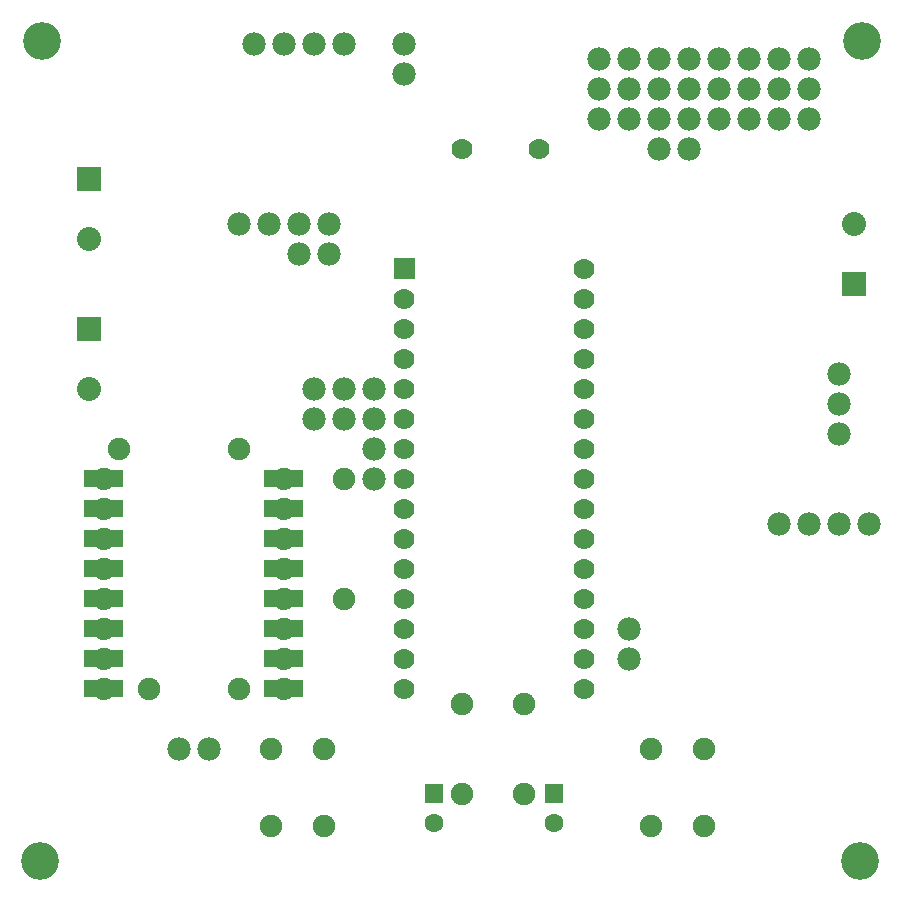
<source format=gbr>
%TF.GenerationSoftware,Novarm,DipTrace,3.2.0.0*%
%TF.CreationDate,2018-08-20T17:19:40+05:00*%
%FSLAX26Y26*%
%MOIN*%
%TF.FileFunction,Copper,L1,Top*%
%TF.Part,Single*%
%TA.AperFunction,Nonconductor*%
%ADD13C,0.08*%
%ADD26C,0.07*%
%ADD27C,0.074*%
%ADD28C,0.075*%
%ADD29C,0.078*%
%ADD30C,0.062992*%
%TA.AperFunction,ComponentPad*%
%ADD33C,0.125984*%
%ADD34C,0.031497*%
%ADD35C,0.036*%
%ADD36C,0.035433*%
%ADD37C,0.038*%
%ADD38C,0.035*%
%ADD39C,0.04*%
G75*
G01*
%LPD*%
D33*
X104800Y110300D3*
X2837000D3*
X2842100Y2843800D3*
X109800D3*
D34*
X1416900Y234700D3*
X1816900D3*
X1416900Y333100D3*
X1816900D3*
D35*
X1916900Y983100D3*
X1316900Y683100D3*
X1916900Y1183100D3*
X1316900Y1383100D3*
Y1583100D3*
X1916900Y1483100D3*
Y1683100D3*
X1316900D3*
Y1183100D3*
Y983100D3*
X1916900Y883100D3*
X1316900Y1283100D3*
X1916900Y683100D3*
X1316900Y1483100D3*
X1916900Y1083100D3*
X1316900Y2083100D3*
X1916900Y783100D3*
Y1783100D3*
Y1583100D3*
Y1983100D3*
Y2083100D3*
Y1883100D3*
X1316900Y883100D3*
Y1083100D3*
Y783100D3*
Y1783100D3*
X1916900Y1383100D3*
Y1283100D3*
X1316900Y1883100D3*
Y1983100D3*
D36*
X1511000Y2483100D3*
X1766900D3*
D37*
X2166900D3*
X1016900Y1683100D3*
X2766900Y1733100D3*
X2066900Y2683100D3*
X1066900Y2133100D3*
X2266900Y2483100D3*
X2366900Y2683100D3*
X2066900Y2783100D3*
X1216900Y1483100D3*
X2066900Y2583100D3*
X2166900D3*
X2066900Y783100D3*
X2366900Y2583100D3*
X966900Y2133100D3*
X2066900Y883100D3*
X2466900Y2683100D3*
X1116900Y2833100D3*
X2666900Y2683100D3*
X2266900Y2583100D3*
X1316900Y2833100D3*
X2566900Y2583100D3*
X2766900Y1533100D3*
X2866900Y1233100D3*
X2766900Y1633100D3*
X566900Y483100D3*
X2666900Y2783100D3*
X2566900D3*
X1116900Y1683100D3*
X1216900Y1583100D3*
X1316900Y2733100D3*
X816900Y2833100D3*
X866900Y2233100D3*
X1966900Y2683100D3*
Y2783100D3*
X916900Y2833100D3*
X2266900Y2783100D3*
X2466900Y2583100D3*
X2666900Y1233100D3*
X2466900Y2783100D3*
X2666900Y2583100D3*
X2166900Y2783100D3*
X2766900Y1233100D3*
X1116900Y1583100D3*
X666900Y483100D3*
X2266900Y2683100D3*
X2566900D3*
Y1233100D3*
X2166900Y2683100D3*
X1966900Y2583100D3*
X766900Y2233100D3*
X1216900Y1683100D3*
Y1383100D3*
X966900Y2233100D3*
X1016900Y2833100D3*
X1066900Y2233100D3*
X1016900Y1583100D3*
X2366900Y2783100D3*
D38*
X466900Y683100D3*
X766900D3*
X1049300Y227200D3*
X366900Y1483100D3*
X2139700Y483100D3*
X872100Y227200D3*
X1116900Y1383100D3*
X1049300Y483100D3*
X1116900Y983100D3*
X766900Y1483100D3*
X1511400Y333100D3*
X872100Y483100D3*
X2316900D3*
X1716900Y333100D3*
Y633100D3*
X1511400D3*
X2139700Y227200D3*
X2316900D3*
D39*
X316900Y1383100D3*
X2816900Y2033100D3*
X266900Y1683100D3*
Y2383100D3*
X916900Y1283100D3*
X316900Y883100D3*
X916900Y783100D3*
X316900Y1183100D3*
X266900Y2183100D3*
X2816900Y2233100D3*
X316900Y1283100D3*
Y683100D3*
X266900Y1883100D3*
X316900Y983100D3*
X916900Y683100D3*
Y1083100D3*
X316900D3*
X916900Y983100D3*
Y1183100D3*
X316900Y783100D3*
X916900Y883100D3*
Y1383100D3*
D26*
X1317000Y2083000D3*
Y1983000D3*
Y1883000D3*
Y1783000D3*
Y1683000D3*
Y1583000D3*
Y1483000D3*
Y1383000D3*
Y1283000D3*
Y1183000D3*
Y1083000D3*
Y983000D3*
Y883000D3*
Y783000D3*
Y683000D3*
X1917000Y2083000D3*
Y1983000D3*
Y1883000D3*
Y1783000D3*
Y1683000D3*
Y1583000D3*
Y1483000D3*
Y1383000D3*
Y1283000D3*
Y1183000D3*
Y1083000D3*
Y983000D3*
Y883000D3*
Y783000D3*
Y683000D3*
D27*
X317000D3*
Y783000D3*
Y883000D3*
Y983000D3*
Y1083000D3*
Y1183000D3*
Y1283000D3*
Y1383000D3*
X917000D3*
Y1283000D3*
Y1183000D3*
Y1083000D3*
Y983000D3*
Y883000D3*
Y783000D3*
Y683000D3*
D28*
X767000Y1483000D3*
X367000D3*
X1117000Y983000D3*
Y1383000D3*
D13*
X267000Y2383000D3*
Y2183000D3*
Y1883000D3*
Y1683000D3*
X2817000Y2033000D3*
Y2233000D3*
D29*
X1067000D3*
X967000D3*
X867000D3*
X767000D3*
X667000Y483000D3*
X567000D3*
X2767000Y1733000D3*
Y1633000D3*
Y1533000D3*
X1967000Y2583000D3*
X2067000D3*
X2167000D3*
X2267000D3*
X2367000D3*
X2467000D3*
X2567000D3*
X2667000D3*
X1967000Y2683000D3*
X2067000D3*
X2167000D3*
X2267000D3*
X2367000D3*
X2467000D3*
X2567000D3*
X2667000D3*
X1967000Y2783000D3*
X2067000D3*
X2167000D3*
X2267000D3*
X2367000D3*
X2467000D3*
X2567000D3*
X2667000D3*
X2067000Y883000D3*
Y783000D3*
D28*
X1049000Y483000D3*
Y227000D3*
X872000Y483000D3*
Y227000D3*
X2317000Y483000D3*
Y227000D3*
X2140000Y483000D3*
Y227000D3*
D29*
X1217000Y1683000D3*
Y1583000D3*
Y1483000D3*
Y1383000D3*
X1017000Y1683000D3*
Y1583000D3*
X1117000Y1683000D3*
Y1583000D3*
X2567000Y1233000D3*
X2667000D3*
X2767000D3*
X2867000D3*
D30*
X1817000Y333000D3*
Y235000D3*
X1417000Y333000D3*
Y235000D3*
D28*
X1717000Y333000D3*
Y633000D3*
X1511000Y333000D3*
Y633000D3*
D29*
X2167000Y2483000D3*
X2267000D3*
X967000Y2133000D3*
X1067000D3*
X817000Y2833000D3*
X917000D3*
X1017000D3*
X1117000D3*
X1317000Y2733000D3*
Y2833000D3*
D28*
X467000Y683000D3*
X767000D3*
D26*
X1767000Y2483000D3*
X1511000D3*
X1767000D3*
X1511000D3*
X1767000D3*
X1511000D3*
G36*
X1351986Y2048000D2*
X1282014D1*
Y2118000D1*
X1351986D1*
Y2048000D1*
G37*
G36*
X306993Y2343000D2*
X227007D1*
Y2423000D1*
X306993D1*
Y2343000D1*
G37*
G36*
Y1843000D2*
X227007D1*
Y1923000D1*
X306993D1*
Y1843000D1*
G37*
G36*
X2856993Y1993000D2*
X2777007D1*
Y2073000D1*
X2856993D1*
Y1993000D1*
G37*
G36*
X1848496Y301504D2*
X1785504D1*
Y364496D1*
X1848496D1*
Y301504D1*
G37*
G36*
X1448496D2*
X1385504D1*
Y364496D1*
X1448496D1*
Y301504D1*
G37*
G36*
X250500Y1412500D2*
X309500D1*
Y1411500D1*
X250500D1*
Y1412500D1*
G37*
G36*
X322500D2*
X381500D1*
Y1411500D1*
X322500D1*
Y1412500D1*
G37*
G36*
X850500D2*
X909500D1*
Y1411500D1*
X850500D1*
Y1412500D1*
G37*
G36*
X922500D2*
X981500D1*
Y1411500D1*
X922500D1*
Y1412500D1*
G37*
G36*
X250500Y1411500D2*
X306500D1*
Y1410500D1*
X250500D1*
Y1411500D1*
G37*
G36*
X326500D2*
X381500D1*
Y1410500D1*
X326500D1*
Y1411500D1*
G37*
G36*
X850500D2*
X906500D1*
Y1410500D1*
X850500D1*
Y1411500D1*
G37*
G36*
X926500D2*
X981500D1*
Y1410500D1*
X926500D1*
Y1411500D1*
G37*
G36*
X250500Y1410500D2*
X304500D1*
Y1409500D1*
X250500D1*
Y1410500D1*
G37*
G36*
X328500D2*
X381500D1*
Y1409500D1*
X328500D1*
Y1410500D1*
G37*
G36*
X850500D2*
X903500D1*
Y1409500D1*
X850500D1*
Y1410500D1*
G37*
G36*
X928500D2*
X981500D1*
Y1409500D1*
X928500D1*
Y1410500D1*
G37*
G36*
X250500Y1409500D2*
X302500D1*
Y1408500D1*
X250500D1*
Y1409500D1*
G37*
G36*
X330500D2*
X381500D1*
Y1408500D1*
X330500D1*
Y1409500D1*
G37*
G36*
X850500D2*
X901500D1*
Y1408500D1*
X850500D1*
Y1409500D1*
G37*
G36*
X930500D2*
X981500D1*
Y1408500D1*
X930500D1*
Y1409500D1*
G37*
G36*
X250500Y1408500D2*
X300500D1*
Y1407500D1*
X250500D1*
Y1408500D1*
G37*
G36*
X332500D2*
X381500D1*
Y1407500D1*
X332500D1*
Y1408500D1*
G37*
G36*
X850500D2*
X900500D1*
Y1407500D1*
X850500D1*
Y1408500D1*
G37*
G36*
X931500D2*
X981500D1*
Y1407500D1*
X931500D1*
Y1408500D1*
G37*
G36*
X250500Y1407500D2*
X299500D1*
Y1406500D1*
X250500D1*
Y1407500D1*
G37*
G36*
X333500D2*
X381500D1*
Y1406500D1*
X333500D1*
Y1407500D1*
G37*
G36*
X850500D2*
X899500D1*
Y1406500D1*
X850500D1*
Y1407500D1*
G37*
G36*
X933500D2*
X981500D1*
Y1406500D1*
X933500D1*
Y1407500D1*
G37*
G36*
X250500Y1406500D2*
X298500D1*
Y1405500D1*
X250500D1*
Y1406500D1*
G37*
G36*
X334500D2*
X381500D1*
Y1405500D1*
X334500D1*
Y1406500D1*
G37*
G36*
X850500D2*
X897500D1*
Y1405500D1*
X850500D1*
Y1406500D1*
G37*
G36*
X934500D2*
X981500D1*
Y1405500D1*
X934500D1*
Y1406500D1*
G37*
G36*
X250500Y1405500D2*
X296500D1*
Y1404500D1*
X250500D1*
Y1405500D1*
G37*
G36*
X335500D2*
X381500D1*
Y1404500D1*
X335500D1*
Y1405500D1*
G37*
G36*
X850500D2*
X896500D1*
Y1404500D1*
X850500D1*
Y1405500D1*
G37*
G36*
X935500D2*
X981500D1*
Y1404500D1*
X935500D1*
Y1405500D1*
G37*
G36*
X250500Y1404500D2*
X295500D1*
Y1403500D1*
X250500D1*
Y1404500D1*
G37*
G36*
X336500D2*
X381500D1*
Y1403500D1*
X336500D1*
Y1404500D1*
G37*
G36*
X850500D2*
X895500D1*
Y1403500D1*
X850500D1*
Y1404500D1*
G37*
G36*
X936500D2*
X981500D1*
Y1403500D1*
X936500D1*
Y1404500D1*
G37*
G36*
X250500Y1403500D2*
X294500D1*
Y1402500D1*
X250500D1*
Y1403500D1*
G37*
G36*
X337500D2*
X381500D1*
Y1402500D1*
X337500D1*
Y1403500D1*
G37*
G36*
X850500D2*
X894500D1*
Y1402500D1*
X850500D1*
Y1403500D1*
G37*
G36*
X937500D2*
X981500D1*
Y1402500D1*
X937500D1*
Y1403500D1*
G37*
G36*
X250500Y1402500D2*
X294500D1*
Y1401500D1*
X250500D1*
Y1402500D1*
G37*
G36*
X338500D2*
X381500D1*
Y1401500D1*
X338500D1*
Y1402500D1*
G37*
G36*
X850500D2*
X893500D1*
Y1401500D1*
X850500D1*
Y1402500D1*
G37*
G36*
X938500D2*
X981500D1*
Y1401500D1*
X938500D1*
Y1402500D1*
G37*
G36*
X250500Y1401500D2*
X293500D1*
Y1400500D1*
X250500D1*
Y1401500D1*
G37*
G36*
X339500D2*
X381500D1*
Y1400500D1*
X339500D1*
Y1401500D1*
G37*
G36*
X850500D2*
X893500D1*
Y1400500D1*
X850500D1*
Y1401500D1*
G37*
G36*
X939500D2*
X981500D1*
Y1400500D1*
X939500D1*
Y1401500D1*
G37*
G36*
X250500Y1400500D2*
X292500D1*
Y1399500D1*
X250500D1*
Y1400500D1*
G37*
G36*
X340500D2*
X381500D1*
Y1399500D1*
X340500D1*
Y1400500D1*
G37*
G36*
X850500D2*
X892500D1*
Y1399500D1*
X850500D1*
Y1400500D1*
G37*
G36*
X939500D2*
X981500D1*
Y1399500D1*
X939500D1*
Y1400500D1*
G37*
G36*
X250500Y1399500D2*
X291500D1*
Y1398500D1*
X250500D1*
Y1399500D1*
G37*
G36*
X340500D2*
X381500D1*
Y1398500D1*
X340500D1*
Y1399500D1*
G37*
G36*
X850500D2*
X891500D1*
Y1398500D1*
X850500D1*
Y1399500D1*
G37*
G36*
X940500D2*
X981500D1*
Y1398500D1*
X940500D1*
Y1399500D1*
G37*
G36*
X250500Y1398500D2*
X291500D1*
Y1397500D1*
X250500D1*
Y1398500D1*
G37*
G36*
X341500D2*
X381500D1*
Y1397500D1*
X341500D1*
Y1398500D1*
G37*
G36*
X850500D2*
X891500D1*
Y1397500D1*
X850500D1*
Y1398500D1*
G37*
G36*
X941500D2*
X981500D1*
Y1397500D1*
X941500D1*
Y1398500D1*
G37*
G36*
X250500Y1397500D2*
X290500D1*
Y1396500D1*
X250500D1*
Y1397500D1*
G37*
G36*
X341500D2*
X381500D1*
Y1396500D1*
X341500D1*
Y1397500D1*
G37*
G36*
X850500D2*
X890500D1*
Y1396500D1*
X850500D1*
Y1397500D1*
G37*
G36*
X941500D2*
X981500D1*
Y1396500D1*
X941500D1*
Y1397500D1*
G37*
G36*
X250500Y1396500D2*
X290500D1*
Y1395500D1*
X250500D1*
Y1396500D1*
G37*
G36*
X342500D2*
X381500D1*
Y1395500D1*
X342500D1*
Y1396500D1*
G37*
G36*
X850500D2*
X890500D1*
Y1395500D1*
X850500D1*
Y1396500D1*
G37*
G36*
X942500D2*
X981500D1*
Y1395500D1*
X942500D1*
Y1396500D1*
G37*
G36*
X250500Y1395500D2*
X289500D1*
Y1394500D1*
X250500D1*
Y1395500D1*
G37*
G36*
X342500D2*
X381500D1*
Y1394500D1*
X342500D1*
Y1395500D1*
G37*
G36*
X850500D2*
X889500D1*
Y1394500D1*
X850500D1*
Y1395500D1*
G37*
G36*
X942500D2*
X981500D1*
Y1394500D1*
X942500D1*
Y1395500D1*
G37*
G36*
X250500Y1394500D2*
X289500D1*
Y1393500D1*
X250500D1*
Y1394500D1*
G37*
G36*
X343500D2*
X381500D1*
Y1393500D1*
X343500D1*
Y1394500D1*
G37*
G36*
X850500D2*
X889500D1*
Y1393500D1*
X850500D1*
Y1394500D1*
G37*
G36*
X942500D2*
X981500D1*
Y1393500D1*
X942500D1*
Y1394500D1*
G37*
G36*
X250500Y1393500D2*
X289500D1*
Y1392500D1*
X250500D1*
Y1393500D1*
G37*
G36*
X343500D2*
X381500D1*
Y1392500D1*
X343500D1*
Y1393500D1*
G37*
G36*
X850500D2*
X889500D1*
Y1392500D1*
X850500D1*
Y1393500D1*
G37*
G36*
X943500D2*
X981500D1*
Y1392500D1*
X943500D1*
Y1393500D1*
G37*
G36*
X250500Y1392500D2*
X288500D1*
Y1391500D1*
X250500D1*
Y1392500D1*
G37*
G36*
X343500D2*
X381500D1*
Y1391500D1*
X343500D1*
Y1392500D1*
G37*
G36*
X850500D2*
X888500D1*
Y1391500D1*
X850500D1*
Y1392500D1*
G37*
G36*
X943500D2*
X981500D1*
Y1391500D1*
X943500D1*
Y1392500D1*
G37*
G36*
X250500Y1391500D2*
X288500D1*
Y1390500D1*
X250500D1*
Y1391500D1*
G37*
G36*
X344500D2*
X381500D1*
Y1390500D1*
X344500D1*
Y1391500D1*
G37*
G36*
X850500D2*
X888500D1*
Y1390500D1*
X850500D1*
Y1391500D1*
G37*
G36*
X943500D2*
X981500D1*
Y1390500D1*
X943500D1*
Y1391500D1*
G37*
G36*
X250500Y1390500D2*
X288500D1*
Y1389500D1*
X250500D1*
Y1390500D1*
G37*
G36*
X344500D2*
X381500D1*
Y1389500D1*
X344500D1*
Y1390500D1*
G37*
G36*
X850500D2*
X888500D1*
Y1389500D1*
X850500D1*
Y1390500D1*
G37*
G36*
X944500D2*
X981500D1*
Y1389500D1*
X944500D1*
Y1390500D1*
G37*
G36*
X250500Y1389500D2*
X288500D1*
Y1388500D1*
X250500D1*
Y1389500D1*
G37*
G36*
X344500D2*
X381500D1*
Y1388500D1*
X344500D1*
Y1389500D1*
G37*
G36*
X850500D2*
X888500D1*
Y1388500D1*
X850500D1*
Y1389500D1*
G37*
G36*
X944500D2*
X981500D1*
Y1388500D1*
X944500D1*
Y1389500D1*
G37*
G36*
X250500Y1388500D2*
X288500D1*
Y1387500D1*
X250500D1*
Y1388500D1*
G37*
G36*
X344500D2*
X381500D1*
Y1387500D1*
X344500D1*
Y1388500D1*
G37*
G36*
X850500D2*
X887500D1*
Y1387500D1*
X850500D1*
Y1388500D1*
G37*
G36*
X944500D2*
X981500D1*
Y1387500D1*
X944500D1*
Y1388500D1*
G37*
G36*
X250500Y1387500D2*
X287500D1*
Y1386500D1*
X250500D1*
Y1387500D1*
G37*
G36*
X344500D2*
X381500D1*
Y1386500D1*
X344500D1*
Y1387500D1*
G37*
G36*
X850500D2*
X887500D1*
Y1386500D1*
X850500D1*
Y1387500D1*
G37*
G36*
X944500D2*
X981500D1*
Y1386500D1*
X944500D1*
Y1387500D1*
G37*
G36*
X250500Y1386500D2*
X287500D1*
Y1385500D1*
X250500D1*
Y1386500D1*
G37*
G36*
X344500D2*
X381500D1*
Y1385500D1*
X344500D1*
Y1386500D1*
G37*
G36*
X850500D2*
X887500D1*
Y1385500D1*
X850500D1*
Y1386500D1*
G37*
G36*
X944500D2*
X981500D1*
Y1385500D1*
X944500D1*
Y1386500D1*
G37*
G36*
X250500Y1385500D2*
X287500D1*
Y1384500D1*
X250500D1*
Y1385500D1*
G37*
G36*
X344500D2*
X381500D1*
Y1384500D1*
X344500D1*
Y1385500D1*
G37*
G36*
X850500D2*
X887500D1*
Y1384500D1*
X850500D1*
Y1385500D1*
G37*
G36*
X944500D2*
X981500D1*
Y1384500D1*
X944500D1*
Y1385500D1*
G37*
G36*
X250500Y1384500D2*
X287500D1*
Y1383500D1*
X250500D1*
Y1384500D1*
G37*
G36*
X344500D2*
X381500D1*
Y1383500D1*
X344500D1*
Y1384500D1*
G37*
G36*
X850500D2*
X887500D1*
Y1383500D1*
X850500D1*
Y1384500D1*
G37*
G36*
X944500D2*
X981500D1*
Y1383500D1*
X944500D1*
Y1384500D1*
G37*
G36*
X250500Y1383500D2*
X287500D1*
Y1382500D1*
X250500D1*
Y1383500D1*
G37*
G36*
X344500D2*
X381500D1*
Y1382500D1*
X344500D1*
Y1383500D1*
G37*
G36*
X850500D2*
X887500D1*
Y1382500D1*
X850500D1*
Y1383500D1*
G37*
G36*
X944500D2*
X981500D1*
Y1382500D1*
X944500D1*
Y1383500D1*
G37*
G36*
X250500Y1382500D2*
X287500D1*
Y1381500D1*
X250500D1*
Y1382500D1*
G37*
G36*
X344500D2*
X381500D1*
Y1381500D1*
X344500D1*
Y1382500D1*
G37*
G36*
X850500D2*
X887500D1*
Y1381500D1*
X850500D1*
Y1382500D1*
G37*
G36*
X944500D2*
X981500D1*
Y1381500D1*
X944500D1*
Y1382500D1*
G37*
G36*
X250500Y1381500D2*
X288500D1*
Y1380500D1*
X250500D1*
Y1381500D1*
G37*
G36*
X344500D2*
X381500D1*
Y1380500D1*
X344500D1*
Y1381500D1*
G37*
G36*
X850500D2*
X887500D1*
Y1380500D1*
X850500D1*
Y1381500D1*
G37*
G36*
X944500D2*
X981500D1*
Y1380500D1*
X944500D1*
Y1381500D1*
G37*
G36*
X250500Y1380500D2*
X288500D1*
Y1379500D1*
X250500D1*
Y1380500D1*
G37*
G36*
X344500D2*
X381500D1*
Y1379500D1*
X344500D1*
Y1380500D1*
G37*
G36*
X850500D2*
X888500D1*
Y1379500D1*
X850500D1*
Y1380500D1*
G37*
G36*
X944500D2*
X981500D1*
Y1379500D1*
X944500D1*
Y1380500D1*
G37*
G36*
X250500Y1379500D2*
X288500D1*
Y1378500D1*
X250500D1*
Y1379500D1*
G37*
G36*
X344500D2*
X381500D1*
Y1378500D1*
X344500D1*
Y1379500D1*
G37*
G36*
X850500D2*
X888500D1*
Y1378500D1*
X850500D1*
Y1379500D1*
G37*
G36*
X944500D2*
X981500D1*
Y1378500D1*
X944500D1*
Y1379500D1*
G37*
G36*
X250500Y1378500D2*
X288500D1*
Y1377500D1*
X250500D1*
Y1378500D1*
G37*
G36*
X344500D2*
X381500D1*
Y1377500D1*
X344500D1*
Y1378500D1*
G37*
G36*
X850500D2*
X888500D1*
Y1377500D1*
X850500D1*
Y1378500D1*
G37*
G36*
X943500D2*
X981500D1*
Y1377500D1*
X943500D1*
Y1378500D1*
G37*
G36*
X250500Y1377500D2*
X288500D1*
Y1376500D1*
X250500D1*
Y1377500D1*
G37*
G36*
X343500D2*
X381500D1*
Y1376500D1*
X343500D1*
Y1377500D1*
G37*
G36*
X850500D2*
X888500D1*
Y1376500D1*
X850500D1*
Y1377500D1*
G37*
G36*
X943500D2*
X981500D1*
Y1376500D1*
X943500D1*
Y1377500D1*
G37*
G36*
X250500Y1376500D2*
X289500D1*
Y1375500D1*
X250500D1*
Y1376500D1*
G37*
G36*
X343500D2*
X381500D1*
Y1375500D1*
X343500D1*
Y1376500D1*
G37*
G36*
X850500D2*
X888500D1*
Y1375500D1*
X850500D1*
Y1376500D1*
G37*
G36*
X943500D2*
X981500D1*
Y1375500D1*
X943500D1*
Y1376500D1*
G37*
G36*
X250500Y1375500D2*
X289500D1*
Y1374500D1*
X250500D1*
Y1375500D1*
G37*
G36*
X343500D2*
X381500D1*
Y1374500D1*
X343500D1*
Y1375500D1*
G37*
G36*
X850500D2*
X889500D1*
Y1374500D1*
X850500D1*
Y1375500D1*
G37*
G36*
X943500D2*
X981500D1*
Y1374500D1*
X943500D1*
Y1375500D1*
G37*
G36*
X250500Y1374500D2*
X289500D1*
Y1373500D1*
X250500D1*
Y1374500D1*
G37*
G36*
X342500D2*
X381500D1*
Y1373500D1*
X342500D1*
Y1374500D1*
G37*
G36*
X850500D2*
X889500D1*
Y1373500D1*
X850500D1*
Y1374500D1*
G37*
G36*
X942500D2*
X981500D1*
Y1373500D1*
X942500D1*
Y1374500D1*
G37*
G36*
X250500Y1373500D2*
X290500D1*
Y1372500D1*
X250500D1*
Y1373500D1*
G37*
G36*
X342500D2*
X381500D1*
Y1372500D1*
X342500D1*
Y1373500D1*
G37*
G36*
X850500D2*
X890500D1*
Y1372500D1*
X850500D1*
Y1373500D1*
G37*
G36*
X942500D2*
X981500D1*
Y1372500D1*
X942500D1*
Y1373500D1*
G37*
G36*
X250500Y1372500D2*
X290500D1*
Y1371500D1*
X250500D1*
Y1372500D1*
G37*
G36*
X341500D2*
X381500D1*
Y1371500D1*
X341500D1*
Y1372500D1*
G37*
G36*
X850500D2*
X890500D1*
Y1371500D1*
X850500D1*
Y1372500D1*
G37*
G36*
X941500D2*
X981500D1*
Y1371500D1*
X941500D1*
Y1372500D1*
G37*
G36*
X250500Y1371500D2*
X291500D1*
Y1370500D1*
X250500D1*
Y1371500D1*
G37*
G36*
X341500D2*
X381500D1*
Y1370500D1*
X341500D1*
Y1371500D1*
G37*
G36*
X850500D2*
X891500D1*
Y1370500D1*
X850500D1*
Y1371500D1*
G37*
G36*
X941500D2*
X981500D1*
Y1370500D1*
X941500D1*
Y1371500D1*
G37*
G36*
X250500Y1370500D2*
X291500D1*
Y1369500D1*
X250500D1*
Y1370500D1*
G37*
G36*
X340500D2*
X381500D1*
Y1369500D1*
X340500D1*
Y1370500D1*
G37*
G36*
X850500D2*
X891500D1*
Y1369500D1*
X850500D1*
Y1370500D1*
G37*
G36*
X940500D2*
X981500D1*
Y1369500D1*
X940500D1*
Y1370500D1*
G37*
G36*
X250500Y1369500D2*
X292500D1*
Y1368500D1*
X250500D1*
Y1369500D1*
G37*
G36*
X340500D2*
X381500D1*
Y1368500D1*
X340500D1*
Y1369500D1*
G37*
G36*
X850500D2*
X892500D1*
Y1368500D1*
X850500D1*
Y1369500D1*
G37*
G36*
X940500D2*
X981500D1*
Y1368500D1*
X940500D1*
Y1369500D1*
G37*
G36*
X250500Y1368500D2*
X293500D1*
Y1367500D1*
X250500D1*
Y1368500D1*
G37*
G36*
X339500D2*
X381500D1*
Y1367500D1*
X339500D1*
Y1368500D1*
G37*
G36*
X850500D2*
X892500D1*
Y1367500D1*
X850500D1*
Y1368500D1*
G37*
G36*
X939500D2*
X981500D1*
Y1367500D1*
X939500D1*
Y1368500D1*
G37*
G36*
X250500Y1367500D2*
X293500D1*
Y1366500D1*
X250500D1*
Y1367500D1*
G37*
G36*
X338500D2*
X381500D1*
Y1366500D1*
X338500D1*
Y1367500D1*
G37*
G36*
X850500D2*
X893500D1*
Y1366500D1*
X850500D1*
Y1367500D1*
G37*
G36*
X938500D2*
X981500D1*
Y1366500D1*
X938500D1*
Y1367500D1*
G37*
G36*
X250500Y1366500D2*
X294500D1*
Y1365500D1*
X250500D1*
Y1366500D1*
G37*
G36*
X337500D2*
X381500D1*
Y1365500D1*
X337500D1*
Y1366500D1*
G37*
G36*
X850500D2*
X894500D1*
Y1365500D1*
X850500D1*
Y1366500D1*
G37*
G36*
X937500D2*
X981500D1*
Y1365500D1*
X937500D1*
Y1366500D1*
G37*
G36*
X250500Y1365500D2*
X295500D1*
Y1364500D1*
X250500D1*
Y1365500D1*
G37*
G36*
X337500D2*
X381500D1*
Y1364500D1*
X337500D1*
Y1365500D1*
G37*
G36*
X850500D2*
X895500D1*
Y1364500D1*
X850500D1*
Y1365500D1*
G37*
G36*
X937500D2*
X981500D1*
Y1364500D1*
X937500D1*
Y1365500D1*
G37*
G36*
X250500Y1364500D2*
X296500D1*
Y1363500D1*
X250500D1*
Y1364500D1*
G37*
G36*
X336500D2*
X381500D1*
Y1363500D1*
X336500D1*
Y1364500D1*
G37*
G36*
X850500D2*
X896500D1*
Y1363500D1*
X850500D1*
Y1364500D1*
G37*
G36*
X936500D2*
X981500D1*
Y1363500D1*
X936500D1*
Y1364500D1*
G37*
G36*
X250500Y1363500D2*
X297500D1*
Y1362500D1*
X250500D1*
Y1363500D1*
G37*
G36*
X335500D2*
X381500D1*
Y1362500D1*
X335500D1*
Y1363500D1*
G37*
G36*
X850500D2*
X897500D1*
Y1362500D1*
X850500D1*
Y1363500D1*
G37*
G36*
X934500D2*
X981500D1*
Y1362500D1*
X934500D1*
Y1363500D1*
G37*
G36*
X250500Y1362500D2*
X298500D1*
Y1361500D1*
X250500D1*
Y1362500D1*
G37*
G36*
X333500D2*
X381500D1*
Y1361500D1*
X333500D1*
Y1362500D1*
G37*
G36*
X850500D2*
X898500D1*
Y1361500D1*
X850500D1*
Y1362500D1*
G37*
G36*
X933500D2*
X981500D1*
Y1361500D1*
X933500D1*
Y1362500D1*
G37*
G36*
X250500Y1361500D2*
X300500D1*
Y1360500D1*
X250500D1*
Y1361500D1*
G37*
G36*
X332500D2*
X381500D1*
Y1360500D1*
X332500D1*
Y1361500D1*
G37*
G36*
X850500D2*
X899500D1*
Y1360500D1*
X850500D1*
Y1361500D1*
G37*
G36*
X932500D2*
X981500D1*
Y1360500D1*
X932500D1*
Y1361500D1*
G37*
G36*
X250500Y1360500D2*
X301500D1*
Y1359500D1*
X250500D1*
Y1360500D1*
G37*
G36*
X331500D2*
X381500D1*
Y1359500D1*
X331500D1*
Y1360500D1*
G37*
G36*
X850500D2*
X901500D1*
Y1359500D1*
X850500D1*
Y1360500D1*
G37*
G36*
X930500D2*
X981500D1*
Y1359500D1*
X930500D1*
Y1360500D1*
G37*
G36*
X250500Y1359500D2*
X303500D1*
Y1358500D1*
X250500D1*
Y1359500D1*
G37*
G36*
X329500D2*
X381500D1*
Y1358500D1*
X329500D1*
Y1359500D1*
G37*
G36*
X850500D2*
X903500D1*
Y1358500D1*
X850500D1*
Y1359500D1*
G37*
G36*
X929500D2*
X981500D1*
Y1358500D1*
X929500D1*
Y1359500D1*
G37*
G36*
X250500Y1358500D2*
X305500D1*
Y1357500D1*
X250500D1*
Y1358500D1*
G37*
G36*
X327500D2*
X381500D1*
Y1357500D1*
X327500D1*
Y1358500D1*
G37*
G36*
X850500D2*
X905500D1*
Y1357500D1*
X850500D1*
Y1358500D1*
G37*
G36*
X927500D2*
X981500D1*
Y1357500D1*
X927500D1*
Y1358500D1*
G37*
G36*
X250500Y1357500D2*
X308500D1*
Y1356500D1*
X250500D1*
Y1357500D1*
G37*
G36*
X324500D2*
X381500D1*
Y1356500D1*
X324500D1*
Y1357500D1*
G37*
G36*
X850500D2*
X908500D1*
Y1356500D1*
X850500D1*
Y1357500D1*
G37*
G36*
X924500D2*
X981500D1*
Y1356500D1*
X924500D1*
Y1357500D1*
G37*
G36*
X251500Y1356500D2*
X311500D1*
Y1355500D1*
X251500D1*
Y1356500D1*
G37*
G36*
X321500D2*
X381500D1*
Y1355500D1*
X321500D1*
Y1356500D1*
G37*
G36*
X850500D2*
X910500D1*
Y1355500D1*
X850500D1*
Y1356500D1*
G37*
G36*
X921500D2*
X981500D1*
Y1355500D1*
X921500D1*
Y1356500D1*
G37*
G36*
X250500Y1312500D2*
X309500D1*
Y1311500D1*
X250500D1*
Y1312500D1*
G37*
G36*
X323500D2*
X381500D1*
Y1311500D1*
X323500D1*
Y1312500D1*
G37*
G36*
X850500D2*
X909500D1*
Y1311500D1*
X850500D1*
Y1312500D1*
G37*
G36*
X922500D2*
X981500D1*
Y1311500D1*
X922500D1*
Y1312500D1*
G37*
G36*
X250500Y1311500D2*
X306500D1*
Y1310500D1*
X250500D1*
Y1311500D1*
G37*
G36*
X326500D2*
X381500D1*
Y1310500D1*
X326500D1*
Y1311500D1*
G37*
G36*
X850500D2*
X906500D1*
Y1310500D1*
X850500D1*
Y1311500D1*
G37*
G36*
X926500D2*
X981500D1*
Y1310500D1*
X926500D1*
Y1311500D1*
G37*
G36*
X250500Y1310500D2*
X303500D1*
Y1309500D1*
X250500D1*
Y1310500D1*
G37*
G36*
X328500D2*
X381500D1*
Y1309500D1*
X328500D1*
Y1310500D1*
G37*
G36*
X850500D2*
X903500D1*
Y1309500D1*
X850500D1*
Y1310500D1*
G37*
G36*
X928500D2*
X981500D1*
Y1309500D1*
X928500D1*
Y1310500D1*
G37*
G36*
X250500Y1309500D2*
X302500D1*
Y1308500D1*
X250500D1*
Y1309500D1*
G37*
G36*
X330500D2*
X381500D1*
Y1308500D1*
X330500D1*
Y1309500D1*
G37*
G36*
X850500D2*
X901500D1*
Y1308500D1*
X850500D1*
Y1309500D1*
G37*
G36*
X930500D2*
X981500D1*
Y1308500D1*
X930500D1*
Y1309500D1*
G37*
G36*
X250500Y1308500D2*
X300500D1*
Y1307500D1*
X250500D1*
Y1308500D1*
G37*
G36*
X332500D2*
X381500D1*
Y1307500D1*
X332500D1*
Y1308500D1*
G37*
G36*
X850500D2*
X900500D1*
Y1307500D1*
X850500D1*
Y1308500D1*
G37*
G36*
X932500D2*
X981500D1*
Y1307500D1*
X932500D1*
Y1308500D1*
G37*
G36*
X250500Y1307500D2*
X299500D1*
Y1306500D1*
X250500D1*
Y1307500D1*
G37*
G36*
X333500D2*
X381500D1*
Y1306500D1*
X333500D1*
Y1307500D1*
G37*
G36*
X850500D2*
X899500D1*
Y1306500D1*
X850500D1*
Y1307500D1*
G37*
G36*
X933500D2*
X981500D1*
Y1306500D1*
X933500D1*
Y1307500D1*
G37*
G36*
X250500Y1306500D2*
X298500D1*
Y1305500D1*
X250500D1*
Y1306500D1*
G37*
G36*
X334500D2*
X381500D1*
Y1305500D1*
X334500D1*
Y1306500D1*
G37*
G36*
X850500D2*
X897500D1*
Y1305500D1*
X850500D1*
Y1306500D1*
G37*
G36*
X934500D2*
X981500D1*
Y1305500D1*
X934500D1*
Y1306500D1*
G37*
G36*
X250500Y1305500D2*
X296500D1*
Y1304500D1*
X250500D1*
Y1305500D1*
G37*
G36*
X335500D2*
X381500D1*
Y1304500D1*
X335500D1*
Y1305500D1*
G37*
G36*
X850500D2*
X896500D1*
Y1304500D1*
X850500D1*
Y1305500D1*
G37*
G36*
X935500D2*
X981500D1*
Y1304500D1*
X935500D1*
Y1305500D1*
G37*
G36*
X250500Y1304500D2*
X295500D1*
Y1303500D1*
X250500D1*
Y1304500D1*
G37*
G36*
X336500D2*
X381500D1*
Y1303500D1*
X336500D1*
Y1304500D1*
G37*
G36*
X850500D2*
X895500D1*
Y1303500D1*
X850500D1*
Y1304500D1*
G37*
G36*
X936500D2*
X981500D1*
Y1303500D1*
X936500D1*
Y1304500D1*
G37*
G36*
X250500Y1303500D2*
X294500D1*
Y1302500D1*
X250500D1*
Y1303500D1*
G37*
G36*
X337500D2*
X381500D1*
Y1302500D1*
X337500D1*
Y1303500D1*
G37*
G36*
X850500D2*
X894500D1*
Y1302500D1*
X850500D1*
Y1303500D1*
G37*
G36*
X937500D2*
X981500D1*
Y1302500D1*
X937500D1*
Y1303500D1*
G37*
G36*
X250500Y1302500D2*
X294500D1*
Y1301500D1*
X250500D1*
Y1302500D1*
G37*
G36*
X338500D2*
X381500D1*
Y1301500D1*
X338500D1*
Y1302500D1*
G37*
G36*
X850500D2*
X893500D1*
Y1301500D1*
X850500D1*
Y1302500D1*
G37*
G36*
X938500D2*
X981500D1*
Y1301500D1*
X938500D1*
Y1302500D1*
G37*
G36*
X250500Y1301500D2*
X293500D1*
Y1300500D1*
X250500D1*
Y1301500D1*
G37*
G36*
X339500D2*
X381500D1*
Y1300500D1*
X339500D1*
Y1301500D1*
G37*
G36*
X850500D2*
X893500D1*
Y1300500D1*
X850500D1*
Y1301500D1*
G37*
G36*
X939500D2*
X981500D1*
Y1300500D1*
X939500D1*
Y1301500D1*
G37*
G36*
X250500Y1300500D2*
X292500D1*
Y1299500D1*
X250500D1*
Y1300500D1*
G37*
G36*
X340500D2*
X381500D1*
Y1299500D1*
X340500D1*
Y1300500D1*
G37*
G36*
X850500D2*
X892500D1*
Y1299500D1*
X850500D1*
Y1300500D1*
G37*
G36*
X939500D2*
X981500D1*
Y1299500D1*
X939500D1*
Y1300500D1*
G37*
G36*
X250500Y1299500D2*
X291500D1*
Y1298500D1*
X250500D1*
Y1299500D1*
G37*
G36*
X340500D2*
X381500D1*
Y1298500D1*
X340500D1*
Y1299500D1*
G37*
G36*
X850500D2*
X891500D1*
Y1298500D1*
X850500D1*
Y1299500D1*
G37*
G36*
X940500D2*
X981500D1*
Y1298500D1*
X940500D1*
Y1299500D1*
G37*
G36*
X250500Y1298500D2*
X291500D1*
Y1297500D1*
X250500D1*
Y1298500D1*
G37*
G36*
X341500D2*
X381500D1*
Y1297500D1*
X341500D1*
Y1298500D1*
G37*
G36*
X850500D2*
X891500D1*
Y1297500D1*
X850500D1*
Y1298500D1*
G37*
G36*
X941500D2*
X981500D1*
Y1297500D1*
X941500D1*
Y1298500D1*
G37*
G36*
X250500Y1297500D2*
X290500D1*
Y1296500D1*
X250500D1*
Y1297500D1*
G37*
G36*
X341500D2*
X381500D1*
Y1296500D1*
X341500D1*
Y1297500D1*
G37*
G36*
X850500D2*
X890500D1*
Y1296500D1*
X850500D1*
Y1297500D1*
G37*
G36*
X941500D2*
X981500D1*
Y1296500D1*
X941500D1*
Y1297500D1*
G37*
G36*
X250500Y1296500D2*
X290500D1*
Y1295500D1*
X250500D1*
Y1296500D1*
G37*
G36*
X342500D2*
X381500D1*
Y1295500D1*
X342500D1*
Y1296500D1*
G37*
G36*
X850500D2*
X890500D1*
Y1295500D1*
X850500D1*
Y1296500D1*
G37*
G36*
X942500D2*
X981500D1*
Y1295500D1*
X942500D1*
Y1296500D1*
G37*
G36*
X250500Y1295500D2*
X289500D1*
Y1294500D1*
X250500D1*
Y1295500D1*
G37*
G36*
X342500D2*
X381500D1*
Y1294500D1*
X342500D1*
Y1295500D1*
G37*
G36*
X850500D2*
X889500D1*
Y1294500D1*
X850500D1*
Y1295500D1*
G37*
G36*
X942500D2*
X981500D1*
Y1294500D1*
X942500D1*
Y1295500D1*
G37*
G36*
X250500Y1294500D2*
X289500D1*
Y1293500D1*
X250500D1*
Y1294500D1*
G37*
G36*
X343500D2*
X381500D1*
Y1293500D1*
X343500D1*
Y1294500D1*
G37*
G36*
X850500D2*
X889500D1*
Y1293500D1*
X850500D1*
Y1294500D1*
G37*
G36*
X942500D2*
X981500D1*
Y1293500D1*
X942500D1*
Y1294500D1*
G37*
G36*
X250500Y1293500D2*
X289500D1*
Y1292500D1*
X250500D1*
Y1293500D1*
G37*
G36*
X343500D2*
X381500D1*
Y1292500D1*
X343500D1*
Y1293500D1*
G37*
G36*
X850500D2*
X889500D1*
Y1292500D1*
X850500D1*
Y1293500D1*
G37*
G36*
X943500D2*
X981500D1*
Y1292500D1*
X943500D1*
Y1293500D1*
G37*
G36*
X250500Y1292500D2*
X288500D1*
Y1291500D1*
X250500D1*
Y1292500D1*
G37*
G36*
X343500D2*
X381500D1*
Y1291500D1*
X343500D1*
Y1292500D1*
G37*
G36*
X850500D2*
X888500D1*
Y1291500D1*
X850500D1*
Y1292500D1*
G37*
G36*
X943500D2*
X981500D1*
Y1291500D1*
X943500D1*
Y1292500D1*
G37*
G36*
X250500Y1291500D2*
X288500D1*
Y1290500D1*
X250500D1*
Y1291500D1*
G37*
G36*
X344500D2*
X381500D1*
Y1290500D1*
X344500D1*
Y1291500D1*
G37*
G36*
X850500D2*
X888500D1*
Y1290500D1*
X850500D1*
Y1291500D1*
G37*
G36*
X943500D2*
X981500D1*
Y1290500D1*
X943500D1*
Y1291500D1*
G37*
G36*
X250500Y1290500D2*
X288500D1*
Y1289500D1*
X250500D1*
Y1290500D1*
G37*
G36*
X344500D2*
X381500D1*
Y1289500D1*
X344500D1*
Y1290500D1*
G37*
G36*
X850500D2*
X888500D1*
Y1289500D1*
X850500D1*
Y1290500D1*
G37*
G36*
X944500D2*
X981500D1*
Y1289500D1*
X944500D1*
Y1290500D1*
G37*
G36*
X250500Y1289500D2*
X288500D1*
Y1288500D1*
X250500D1*
Y1289500D1*
G37*
G36*
X344500D2*
X381500D1*
Y1288500D1*
X344500D1*
Y1289500D1*
G37*
G36*
X850500D2*
X888500D1*
Y1288500D1*
X850500D1*
Y1289500D1*
G37*
G36*
X944500D2*
X981500D1*
Y1288500D1*
X944500D1*
Y1289500D1*
G37*
G36*
X250500Y1288500D2*
X288500D1*
Y1287500D1*
X250500D1*
Y1288500D1*
G37*
G36*
X344500D2*
X381500D1*
Y1287500D1*
X344500D1*
Y1288500D1*
G37*
G36*
X850500D2*
X887500D1*
Y1287500D1*
X850500D1*
Y1288500D1*
G37*
G36*
X944500D2*
X981500D1*
Y1287500D1*
X944500D1*
Y1288500D1*
G37*
G36*
X250500Y1287500D2*
X287500D1*
Y1286500D1*
X250500D1*
Y1287500D1*
G37*
G36*
X344500D2*
X381500D1*
Y1286500D1*
X344500D1*
Y1287500D1*
G37*
G36*
X850500D2*
X887500D1*
Y1286500D1*
X850500D1*
Y1287500D1*
G37*
G36*
X944500D2*
X981500D1*
Y1286500D1*
X944500D1*
Y1287500D1*
G37*
G36*
X250500Y1286500D2*
X287500D1*
Y1285500D1*
X250500D1*
Y1286500D1*
G37*
G36*
X344500D2*
X381500D1*
Y1285500D1*
X344500D1*
Y1286500D1*
G37*
G36*
X850500D2*
X887500D1*
Y1285500D1*
X850500D1*
Y1286500D1*
G37*
G36*
X944500D2*
X981500D1*
Y1285500D1*
X944500D1*
Y1286500D1*
G37*
G36*
X250500Y1285500D2*
X287500D1*
Y1284500D1*
X250500D1*
Y1285500D1*
G37*
G36*
X344500D2*
X381500D1*
Y1284500D1*
X344500D1*
Y1285500D1*
G37*
G36*
X850500D2*
X887500D1*
Y1284500D1*
X850500D1*
Y1285500D1*
G37*
G36*
X944500D2*
X981500D1*
Y1284500D1*
X944500D1*
Y1285500D1*
G37*
G36*
X250500Y1284500D2*
X287500D1*
Y1283500D1*
X250500D1*
Y1284500D1*
G37*
G36*
X344500D2*
X381500D1*
Y1283500D1*
X344500D1*
Y1284500D1*
G37*
G36*
X850500D2*
X887500D1*
Y1283500D1*
X850500D1*
Y1284500D1*
G37*
G36*
X944500D2*
X981500D1*
Y1283500D1*
X944500D1*
Y1284500D1*
G37*
G36*
X250500Y1283500D2*
X287500D1*
Y1282500D1*
X250500D1*
Y1283500D1*
G37*
G36*
X344500D2*
X381500D1*
Y1282500D1*
X344500D1*
Y1283500D1*
G37*
G36*
X850500D2*
X887500D1*
Y1282500D1*
X850500D1*
Y1283500D1*
G37*
G36*
X944500D2*
X981500D1*
Y1282500D1*
X944500D1*
Y1283500D1*
G37*
G36*
X250500Y1282500D2*
X287500D1*
Y1281500D1*
X250500D1*
Y1282500D1*
G37*
G36*
X344500D2*
X381500D1*
Y1281500D1*
X344500D1*
Y1282500D1*
G37*
G36*
X850500D2*
X887500D1*
Y1281500D1*
X850500D1*
Y1282500D1*
G37*
G36*
X944500D2*
X981500D1*
Y1281500D1*
X944500D1*
Y1282500D1*
G37*
G36*
X250500Y1281500D2*
X288500D1*
Y1280500D1*
X250500D1*
Y1281500D1*
G37*
G36*
X344500D2*
X381500D1*
Y1280500D1*
X344500D1*
Y1281500D1*
G37*
G36*
X850500D2*
X887500D1*
Y1280500D1*
X850500D1*
Y1281500D1*
G37*
G36*
X944500D2*
X981500D1*
Y1280500D1*
X944500D1*
Y1281500D1*
G37*
G36*
X250500Y1280500D2*
X288500D1*
Y1279500D1*
X250500D1*
Y1280500D1*
G37*
G36*
X344500D2*
X381500D1*
Y1279500D1*
X344500D1*
Y1280500D1*
G37*
G36*
X850500D2*
X888500D1*
Y1279500D1*
X850500D1*
Y1280500D1*
G37*
G36*
X944500D2*
X981500D1*
Y1279500D1*
X944500D1*
Y1280500D1*
G37*
G36*
X250500Y1279500D2*
X288500D1*
Y1278500D1*
X250500D1*
Y1279500D1*
G37*
G36*
X344500D2*
X381500D1*
Y1278500D1*
X344500D1*
Y1279500D1*
G37*
G36*
X850500D2*
X888500D1*
Y1278500D1*
X850500D1*
Y1279500D1*
G37*
G36*
X944500D2*
X981500D1*
Y1278500D1*
X944500D1*
Y1279500D1*
G37*
G36*
X250500Y1278500D2*
X288500D1*
Y1277500D1*
X250500D1*
Y1278500D1*
G37*
G36*
X344500D2*
X381500D1*
Y1277500D1*
X344500D1*
Y1278500D1*
G37*
G36*
X850500D2*
X888500D1*
Y1277500D1*
X850500D1*
Y1278500D1*
G37*
G36*
X943500D2*
X981500D1*
Y1277500D1*
X943500D1*
Y1278500D1*
G37*
G36*
X250500Y1277500D2*
X288500D1*
Y1276500D1*
X250500D1*
Y1277500D1*
G37*
G36*
X343500D2*
X381500D1*
Y1276500D1*
X343500D1*
Y1277500D1*
G37*
G36*
X850500D2*
X888500D1*
Y1276500D1*
X850500D1*
Y1277500D1*
G37*
G36*
X943500D2*
X981500D1*
Y1276500D1*
X943500D1*
Y1277500D1*
G37*
G36*
X250500Y1276500D2*
X289500D1*
Y1275500D1*
X250500D1*
Y1276500D1*
G37*
G36*
X343500D2*
X381500D1*
Y1275500D1*
X343500D1*
Y1276500D1*
G37*
G36*
X850500D2*
X888500D1*
Y1275500D1*
X850500D1*
Y1276500D1*
G37*
G36*
X943500D2*
X981500D1*
Y1275500D1*
X943500D1*
Y1276500D1*
G37*
G36*
X250500Y1275500D2*
X289500D1*
Y1274500D1*
X250500D1*
Y1275500D1*
G37*
G36*
X343500D2*
X381500D1*
Y1274500D1*
X343500D1*
Y1275500D1*
G37*
G36*
X850500D2*
X889500D1*
Y1274500D1*
X850500D1*
Y1275500D1*
G37*
G36*
X943500D2*
X981500D1*
Y1274500D1*
X943500D1*
Y1275500D1*
G37*
G36*
X250500Y1274500D2*
X289500D1*
Y1273500D1*
X250500D1*
Y1274500D1*
G37*
G36*
X342500D2*
X381500D1*
Y1273500D1*
X342500D1*
Y1274500D1*
G37*
G36*
X850500D2*
X889500D1*
Y1273500D1*
X850500D1*
Y1274500D1*
G37*
G36*
X942500D2*
X981500D1*
Y1273500D1*
X942500D1*
Y1274500D1*
G37*
G36*
X250500Y1273500D2*
X290500D1*
Y1272500D1*
X250500D1*
Y1273500D1*
G37*
G36*
X342500D2*
X381500D1*
Y1272500D1*
X342500D1*
Y1273500D1*
G37*
G36*
X850500D2*
X890500D1*
Y1272500D1*
X850500D1*
Y1273500D1*
G37*
G36*
X942500D2*
X981500D1*
Y1272500D1*
X942500D1*
Y1273500D1*
G37*
G36*
X250500Y1272500D2*
X290500D1*
Y1271500D1*
X250500D1*
Y1272500D1*
G37*
G36*
X341500D2*
X381500D1*
Y1271500D1*
X341500D1*
Y1272500D1*
G37*
G36*
X850500D2*
X890500D1*
Y1271500D1*
X850500D1*
Y1272500D1*
G37*
G36*
X941500D2*
X981500D1*
Y1271500D1*
X941500D1*
Y1272500D1*
G37*
G36*
X250500Y1271500D2*
X291500D1*
Y1270500D1*
X250500D1*
Y1271500D1*
G37*
G36*
X341500D2*
X381500D1*
Y1270500D1*
X341500D1*
Y1271500D1*
G37*
G36*
X850500D2*
X891500D1*
Y1270500D1*
X850500D1*
Y1271500D1*
G37*
G36*
X941500D2*
X981500D1*
Y1270500D1*
X941500D1*
Y1271500D1*
G37*
G36*
X250500Y1270500D2*
X291500D1*
Y1269500D1*
X250500D1*
Y1270500D1*
G37*
G36*
X340500D2*
X381500D1*
Y1269500D1*
X340500D1*
Y1270500D1*
G37*
G36*
X850500D2*
X891500D1*
Y1269500D1*
X850500D1*
Y1270500D1*
G37*
G36*
X940500D2*
X981500D1*
Y1269500D1*
X940500D1*
Y1270500D1*
G37*
G36*
X250500Y1269500D2*
X292500D1*
Y1268500D1*
X250500D1*
Y1269500D1*
G37*
G36*
X340500D2*
X381500D1*
Y1268500D1*
X340500D1*
Y1269500D1*
G37*
G36*
X850500D2*
X892500D1*
Y1268500D1*
X850500D1*
Y1269500D1*
G37*
G36*
X940500D2*
X981500D1*
Y1268500D1*
X940500D1*
Y1269500D1*
G37*
G36*
X250500Y1268500D2*
X293500D1*
Y1267500D1*
X250500D1*
Y1268500D1*
G37*
G36*
X339500D2*
X381500D1*
Y1267500D1*
X339500D1*
Y1268500D1*
G37*
G36*
X850500D2*
X892500D1*
Y1267500D1*
X850500D1*
Y1268500D1*
G37*
G36*
X939500D2*
X981500D1*
Y1267500D1*
X939500D1*
Y1268500D1*
G37*
G36*
X250500Y1267500D2*
X293500D1*
Y1266500D1*
X250500D1*
Y1267500D1*
G37*
G36*
X338500D2*
X381500D1*
Y1266500D1*
X338500D1*
Y1267500D1*
G37*
G36*
X850500D2*
X893500D1*
Y1266500D1*
X850500D1*
Y1267500D1*
G37*
G36*
X938500D2*
X981500D1*
Y1266500D1*
X938500D1*
Y1267500D1*
G37*
G36*
X250500Y1266500D2*
X294500D1*
Y1265500D1*
X250500D1*
Y1266500D1*
G37*
G36*
X337500D2*
X381500D1*
Y1265500D1*
X337500D1*
Y1266500D1*
G37*
G36*
X850500D2*
X894500D1*
Y1265500D1*
X850500D1*
Y1266500D1*
G37*
G36*
X937500D2*
X981500D1*
Y1265500D1*
X937500D1*
Y1266500D1*
G37*
G36*
X250500Y1265500D2*
X295500D1*
Y1264500D1*
X250500D1*
Y1265500D1*
G37*
G36*
X337500D2*
X381500D1*
Y1264500D1*
X337500D1*
Y1265500D1*
G37*
G36*
X850500D2*
X895500D1*
Y1264500D1*
X850500D1*
Y1265500D1*
G37*
G36*
X936500D2*
X981500D1*
Y1264500D1*
X936500D1*
Y1265500D1*
G37*
G36*
X250500Y1264500D2*
X296500D1*
Y1263500D1*
X250500D1*
Y1264500D1*
G37*
G36*
X336500D2*
X381500D1*
Y1263500D1*
X336500D1*
Y1264500D1*
G37*
G36*
X850500D2*
X896500D1*
Y1263500D1*
X850500D1*
Y1264500D1*
G37*
G36*
X936500D2*
X981500D1*
Y1263500D1*
X936500D1*
Y1264500D1*
G37*
G36*
X250500Y1263500D2*
X297500D1*
Y1262500D1*
X250500D1*
Y1263500D1*
G37*
G36*
X335500D2*
X381500D1*
Y1262500D1*
X335500D1*
Y1263500D1*
G37*
G36*
X850500D2*
X897500D1*
Y1262500D1*
X850500D1*
Y1263500D1*
G37*
G36*
X934500D2*
X981500D1*
Y1262500D1*
X934500D1*
Y1263500D1*
G37*
G36*
X250500Y1262500D2*
X298500D1*
Y1261500D1*
X250500D1*
Y1262500D1*
G37*
G36*
X333500D2*
X381500D1*
Y1261500D1*
X333500D1*
Y1262500D1*
G37*
G36*
X850500D2*
X898500D1*
Y1261500D1*
X850500D1*
Y1262500D1*
G37*
G36*
X933500D2*
X981500D1*
Y1261500D1*
X933500D1*
Y1262500D1*
G37*
G36*
X250500Y1261500D2*
X300500D1*
Y1260500D1*
X250500D1*
Y1261500D1*
G37*
G36*
X332500D2*
X381500D1*
Y1260500D1*
X332500D1*
Y1261500D1*
G37*
G36*
X850500D2*
X899500D1*
Y1260500D1*
X850500D1*
Y1261500D1*
G37*
G36*
X932500D2*
X981500D1*
Y1260500D1*
X932500D1*
Y1261500D1*
G37*
G36*
X250500Y1260500D2*
X301500D1*
Y1259500D1*
X250500D1*
Y1260500D1*
G37*
G36*
X331500D2*
X381500D1*
Y1259500D1*
X331500D1*
Y1260500D1*
G37*
G36*
X850500D2*
X901500D1*
Y1259500D1*
X850500D1*
Y1260500D1*
G37*
G36*
X930500D2*
X981500D1*
Y1259500D1*
X930500D1*
Y1260500D1*
G37*
G36*
X250500Y1259500D2*
X303500D1*
Y1258500D1*
X250500D1*
Y1259500D1*
G37*
G36*
X329500D2*
X381500D1*
Y1258500D1*
X329500D1*
Y1259500D1*
G37*
G36*
X850500D2*
X903500D1*
Y1258500D1*
X850500D1*
Y1259500D1*
G37*
G36*
X929500D2*
X981500D1*
Y1258500D1*
X929500D1*
Y1259500D1*
G37*
G36*
X250500Y1258500D2*
X305500D1*
Y1257500D1*
X250500D1*
Y1258500D1*
G37*
G36*
X327500D2*
X381500D1*
Y1257500D1*
X327500D1*
Y1258500D1*
G37*
G36*
X850500D2*
X905500D1*
Y1257500D1*
X850500D1*
Y1258500D1*
G37*
G36*
X926500D2*
X981500D1*
Y1257500D1*
X926500D1*
Y1258500D1*
G37*
G36*
X250500Y1257500D2*
X308500D1*
Y1256500D1*
X250500D1*
Y1257500D1*
G37*
G36*
X324500D2*
X381500D1*
Y1256500D1*
X324500D1*
Y1257500D1*
G37*
G36*
X850500D2*
X908500D1*
Y1256500D1*
X850500D1*
Y1257500D1*
G37*
G36*
X924500D2*
X981500D1*
Y1256500D1*
X924500D1*
Y1257500D1*
G37*
G36*
X251500Y1256500D2*
X311500D1*
Y1255500D1*
X251500D1*
Y1256500D1*
G37*
G36*
X321500D2*
X381500D1*
Y1255500D1*
X321500D1*
Y1256500D1*
G37*
G36*
X850500D2*
X910500D1*
Y1255500D1*
X850500D1*
Y1256500D1*
G37*
G36*
X921500D2*
X981500D1*
Y1255500D1*
X921500D1*
Y1256500D1*
G37*
G36*
X250500Y1212500D2*
X309500D1*
Y1211500D1*
X250500D1*
Y1212500D1*
G37*
G36*
X323500D2*
X381500D1*
Y1211500D1*
X323500D1*
Y1212500D1*
G37*
G36*
X850500D2*
X909500D1*
Y1211500D1*
X850500D1*
Y1212500D1*
G37*
G36*
X923500D2*
X981500D1*
Y1211500D1*
X923500D1*
Y1212500D1*
G37*
G36*
X250500Y1211500D2*
X306500D1*
Y1210500D1*
X250500D1*
Y1211500D1*
G37*
G36*
X326500D2*
X381500D1*
Y1210500D1*
X326500D1*
Y1211500D1*
G37*
G36*
X850500D2*
X906500D1*
Y1210500D1*
X850500D1*
Y1211500D1*
G37*
G36*
X926500D2*
X981500D1*
Y1210500D1*
X926500D1*
Y1211500D1*
G37*
G36*
X250500Y1210500D2*
X303500D1*
Y1209500D1*
X250500D1*
Y1210500D1*
G37*
G36*
X328500D2*
X381500D1*
Y1209500D1*
X328500D1*
Y1210500D1*
G37*
G36*
X850500D2*
X903500D1*
Y1209500D1*
X850500D1*
Y1210500D1*
G37*
G36*
X928500D2*
X981500D1*
Y1209500D1*
X928500D1*
Y1210500D1*
G37*
G36*
X250500Y1209500D2*
X302500D1*
Y1208500D1*
X250500D1*
Y1209500D1*
G37*
G36*
X330500D2*
X381500D1*
Y1208500D1*
X330500D1*
Y1209500D1*
G37*
G36*
X850500D2*
X901500D1*
Y1208500D1*
X850500D1*
Y1209500D1*
G37*
G36*
X930500D2*
X981500D1*
Y1208500D1*
X930500D1*
Y1209500D1*
G37*
G36*
X250500Y1208500D2*
X300500D1*
Y1207500D1*
X250500D1*
Y1208500D1*
G37*
G36*
X332500D2*
X381500D1*
Y1207500D1*
X332500D1*
Y1208500D1*
G37*
G36*
X850500D2*
X900500D1*
Y1207500D1*
X850500D1*
Y1208500D1*
G37*
G36*
X932500D2*
X981500D1*
Y1207500D1*
X932500D1*
Y1208500D1*
G37*
G36*
X250500Y1207500D2*
X299500D1*
Y1206500D1*
X250500D1*
Y1207500D1*
G37*
G36*
X333500D2*
X381500D1*
Y1206500D1*
X333500D1*
Y1207500D1*
G37*
G36*
X850500D2*
X899500D1*
Y1206500D1*
X850500D1*
Y1207500D1*
G37*
G36*
X933500D2*
X981500D1*
Y1206500D1*
X933500D1*
Y1207500D1*
G37*
G36*
X250500Y1206500D2*
X297500D1*
Y1205500D1*
X250500D1*
Y1206500D1*
G37*
G36*
X334500D2*
X381500D1*
Y1205500D1*
X334500D1*
Y1206500D1*
G37*
G36*
X850500D2*
X897500D1*
Y1205500D1*
X850500D1*
Y1206500D1*
G37*
G36*
X934500D2*
X981500D1*
Y1205500D1*
X934500D1*
Y1206500D1*
G37*
G36*
X250500Y1205500D2*
X296500D1*
Y1204500D1*
X250500D1*
Y1205500D1*
G37*
G36*
X335500D2*
X381500D1*
Y1204500D1*
X335500D1*
Y1205500D1*
G37*
G36*
X850500D2*
X896500D1*
Y1204500D1*
X850500D1*
Y1205500D1*
G37*
G36*
X935500D2*
X981500D1*
Y1204500D1*
X935500D1*
Y1205500D1*
G37*
G36*
X250500Y1204500D2*
X295500D1*
Y1203500D1*
X250500D1*
Y1204500D1*
G37*
G36*
X336500D2*
X381500D1*
Y1203500D1*
X336500D1*
Y1204500D1*
G37*
G36*
X850500D2*
X895500D1*
Y1203500D1*
X850500D1*
Y1204500D1*
G37*
G36*
X936500D2*
X981500D1*
Y1203500D1*
X936500D1*
Y1204500D1*
G37*
G36*
X250500Y1203500D2*
X294500D1*
Y1202500D1*
X250500D1*
Y1203500D1*
G37*
G36*
X337500D2*
X381500D1*
Y1202500D1*
X337500D1*
Y1203500D1*
G37*
G36*
X850500D2*
X894500D1*
Y1202500D1*
X850500D1*
Y1203500D1*
G37*
G36*
X937500D2*
X981500D1*
Y1202500D1*
X937500D1*
Y1203500D1*
G37*
G36*
X250500Y1202500D2*
X294500D1*
Y1201500D1*
X250500D1*
Y1202500D1*
G37*
G36*
X338500D2*
X381500D1*
Y1201500D1*
X338500D1*
Y1202500D1*
G37*
G36*
X850500D2*
X893500D1*
Y1201500D1*
X850500D1*
Y1202500D1*
G37*
G36*
X938500D2*
X981500D1*
Y1201500D1*
X938500D1*
Y1202500D1*
G37*
G36*
X250500Y1201500D2*
X293500D1*
Y1200500D1*
X250500D1*
Y1201500D1*
G37*
G36*
X339500D2*
X381500D1*
Y1200500D1*
X339500D1*
Y1201500D1*
G37*
G36*
X850500D2*
X893500D1*
Y1200500D1*
X850500D1*
Y1201500D1*
G37*
G36*
X939500D2*
X981500D1*
Y1200500D1*
X939500D1*
Y1201500D1*
G37*
G36*
X250500Y1200500D2*
X292500D1*
Y1199500D1*
X250500D1*
Y1200500D1*
G37*
G36*
X340500D2*
X381500D1*
Y1199500D1*
X340500D1*
Y1200500D1*
G37*
G36*
X850500D2*
X892500D1*
Y1199500D1*
X850500D1*
Y1200500D1*
G37*
G36*
X939500D2*
X981500D1*
Y1199500D1*
X939500D1*
Y1200500D1*
G37*
G36*
X250500Y1199500D2*
X291500D1*
Y1198500D1*
X250500D1*
Y1199500D1*
G37*
G36*
X340500D2*
X381500D1*
Y1198500D1*
X340500D1*
Y1199500D1*
G37*
G36*
X850500D2*
X891500D1*
Y1198500D1*
X850500D1*
Y1199500D1*
G37*
G36*
X940500D2*
X981500D1*
Y1198500D1*
X940500D1*
Y1199500D1*
G37*
G36*
X250500Y1198500D2*
X291500D1*
Y1197500D1*
X250500D1*
Y1198500D1*
G37*
G36*
X341500D2*
X381500D1*
Y1197500D1*
X341500D1*
Y1198500D1*
G37*
G36*
X850500D2*
X891500D1*
Y1197500D1*
X850500D1*
Y1198500D1*
G37*
G36*
X941500D2*
X981500D1*
Y1197500D1*
X941500D1*
Y1198500D1*
G37*
G36*
X250500Y1197500D2*
X290500D1*
Y1196500D1*
X250500D1*
Y1197500D1*
G37*
G36*
X341500D2*
X381500D1*
Y1196500D1*
X341500D1*
Y1197500D1*
G37*
G36*
X850500D2*
X890500D1*
Y1196500D1*
X850500D1*
Y1197500D1*
G37*
G36*
X941500D2*
X981500D1*
Y1196500D1*
X941500D1*
Y1197500D1*
G37*
G36*
X250500Y1196500D2*
X290500D1*
Y1195500D1*
X250500D1*
Y1196500D1*
G37*
G36*
X342500D2*
X381500D1*
Y1195500D1*
X342500D1*
Y1196500D1*
G37*
G36*
X850500D2*
X890500D1*
Y1195500D1*
X850500D1*
Y1196500D1*
G37*
G36*
X942500D2*
X981500D1*
Y1195500D1*
X942500D1*
Y1196500D1*
G37*
G36*
X250500Y1195500D2*
X289500D1*
Y1194500D1*
X250500D1*
Y1195500D1*
G37*
G36*
X342500D2*
X381500D1*
Y1194500D1*
X342500D1*
Y1195500D1*
G37*
G36*
X850500D2*
X889500D1*
Y1194500D1*
X850500D1*
Y1195500D1*
G37*
G36*
X942500D2*
X981500D1*
Y1194500D1*
X942500D1*
Y1195500D1*
G37*
G36*
X250500Y1194500D2*
X289500D1*
Y1193500D1*
X250500D1*
Y1194500D1*
G37*
G36*
X343500D2*
X381500D1*
Y1193500D1*
X343500D1*
Y1194500D1*
G37*
G36*
X850500D2*
X889500D1*
Y1193500D1*
X850500D1*
Y1194500D1*
G37*
G36*
X942500D2*
X981500D1*
Y1193500D1*
X942500D1*
Y1194500D1*
G37*
G36*
X250500Y1193500D2*
X289500D1*
Y1192500D1*
X250500D1*
Y1193500D1*
G37*
G36*
X343500D2*
X381500D1*
Y1192500D1*
X343500D1*
Y1193500D1*
G37*
G36*
X850500D2*
X889500D1*
Y1192500D1*
X850500D1*
Y1193500D1*
G37*
G36*
X943500D2*
X981500D1*
Y1192500D1*
X943500D1*
Y1193500D1*
G37*
G36*
X250500Y1192500D2*
X288500D1*
Y1191500D1*
X250500D1*
Y1192500D1*
G37*
G36*
X343500D2*
X381500D1*
Y1191500D1*
X343500D1*
Y1192500D1*
G37*
G36*
X850500D2*
X888500D1*
Y1191500D1*
X850500D1*
Y1192500D1*
G37*
G36*
X943500D2*
X981500D1*
Y1191500D1*
X943500D1*
Y1192500D1*
G37*
G36*
X250500Y1191500D2*
X288500D1*
Y1190500D1*
X250500D1*
Y1191500D1*
G37*
G36*
X344500D2*
X381500D1*
Y1190500D1*
X344500D1*
Y1191500D1*
G37*
G36*
X850500D2*
X888500D1*
Y1190500D1*
X850500D1*
Y1191500D1*
G37*
G36*
X943500D2*
X981500D1*
Y1190500D1*
X943500D1*
Y1191500D1*
G37*
G36*
X250500Y1190500D2*
X288500D1*
Y1189500D1*
X250500D1*
Y1190500D1*
G37*
G36*
X344500D2*
X381500D1*
Y1189500D1*
X344500D1*
Y1190500D1*
G37*
G36*
X850500D2*
X888500D1*
Y1189500D1*
X850500D1*
Y1190500D1*
G37*
G36*
X944500D2*
X981500D1*
Y1189500D1*
X944500D1*
Y1190500D1*
G37*
G36*
X250500Y1189500D2*
X288500D1*
Y1188500D1*
X250500D1*
Y1189500D1*
G37*
G36*
X344500D2*
X381500D1*
Y1188500D1*
X344500D1*
Y1189500D1*
G37*
G36*
X850500D2*
X888500D1*
Y1188500D1*
X850500D1*
Y1189500D1*
G37*
G36*
X944500D2*
X981500D1*
Y1188500D1*
X944500D1*
Y1189500D1*
G37*
G36*
X250500Y1188500D2*
X288500D1*
Y1187500D1*
X250500D1*
Y1188500D1*
G37*
G36*
X344500D2*
X381500D1*
Y1187500D1*
X344500D1*
Y1188500D1*
G37*
G36*
X850500D2*
X887500D1*
Y1187500D1*
X850500D1*
Y1188500D1*
G37*
G36*
X944500D2*
X981500D1*
Y1187500D1*
X944500D1*
Y1188500D1*
G37*
G36*
X250500Y1187500D2*
X287500D1*
Y1186500D1*
X250500D1*
Y1187500D1*
G37*
G36*
X344500D2*
X381500D1*
Y1186500D1*
X344500D1*
Y1187500D1*
G37*
G36*
X850500D2*
X887500D1*
Y1186500D1*
X850500D1*
Y1187500D1*
G37*
G36*
X944500D2*
X981500D1*
Y1186500D1*
X944500D1*
Y1187500D1*
G37*
G36*
X250500Y1186500D2*
X287500D1*
Y1185500D1*
X250500D1*
Y1186500D1*
G37*
G36*
X344500D2*
X381500D1*
Y1185500D1*
X344500D1*
Y1186500D1*
G37*
G36*
X850500D2*
X887500D1*
Y1185500D1*
X850500D1*
Y1186500D1*
G37*
G36*
X944500D2*
X981500D1*
Y1185500D1*
X944500D1*
Y1186500D1*
G37*
G36*
X250500Y1185500D2*
X287500D1*
Y1184500D1*
X250500D1*
Y1185500D1*
G37*
G36*
X344500D2*
X381500D1*
Y1184500D1*
X344500D1*
Y1185500D1*
G37*
G36*
X850500D2*
X887500D1*
Y1184500D1*
X850500D1*
Y1185500D1*
G37*
G36*
X944500D2*
X981500D1*
Y1184500D1*
X944500D1*
Y1185500D1*
G37*
G36*
X250500Y1184500D2*
X287500D1*
Y1183500D1*
X250500D1*
Y1184500D1*
G37*
G36*
X344500D2*
X381500D1*
Y1183500D1*
X344500D1*
Y1184500D1*
G37*
G36*
X850500D2*
X887500D1*
Y1183500D1*
X850500D1*
Y1184500D1*
G37*
G36*
X944500D2*
X981500D1*
Y1183500D1*
X944500D1*
Y1184500D1*
G37*
G36*
X250500Y1183500D2*
X287500D1*
Y1182500D1*
X250500D1*
Y1183500D1*
G37*
G36*
X344500D2*
X381500D1*
Y1182500D1*
X344500D1*
Y1183500D1*
G37*
G36*
X850500D2*
X887500D1*
Y1182500D1*
X850500D1*
Y1183500D1*
G37*
G36*
X944500D2*
X981500D1*
Y1182500D1*
X944500D1*
Y1183500D1*
G37*
G36*
X250500Y1182500D2*
X287500D1*
Y1181500D1*
X250500D1*
Y1182500D1*
G37*
G36*
X344500D2*
X381500D1*
Y1181500D1*
X344500D1*
Y1182500D1*
G37*
G36*
X850500D2*
X887500D1*
Y1181500D1*
X850500D1*
Y1182500D1*
G37*
G36*
X944500D2*
X981500D1*
Y1181500D1*
X944500D1*
Y1182500D1*
G37*
G36*
X250500Y1181500D2*
X288500D1*
Y1180500D1*
X250500D1*
Y1181500D1*
G37*
G36*
X344500D2*
X381500D1*
Y1180500D1*
X344500D1*
Y1181500D1*
G37*
G36*
X850500D2*
X887500D1*
Y1180500D1*
X850500D1*
Y1181500D1*
G37*
G36*
X944500D2*
X981500D1*
Y1180500D1*
X944500D1*
Y1181500D1*
G37*
G36*
X250500Y1180500D2*
X288500D1*
Y1179500D1*
X250500D1*
Y1180500D1*
G37*
G36*
X344500D2*
X381500D1*
Y1179500D1*
X344500D1*
Y1180500D1*
G37*
G36*
X850500D2*
X888500D1*
Y1179500D1*
X850500D1*
Y1180500D1*
G37*
G36*
X944500D2*
X981500D1*
Y1179500D1*
X944500D1*
Y1180500D1*
G37*
G36*
X250500Y1179500D2*
X288500D1*
Y1178500D1*
X250500D1*
Y1179500D1*
G37*
G36*
X344500D2*
X381500D1*
Y1178500D1*
X344500D1*
Y1179500D1*
G37*
G36*
X850500D2*
X888500D1*
Y1178500D1*
X850500D1*
Y1179500D1*
G37*
G36*
X944500D2*
X981500D1*
Y1178500D1*
X944500D1*
Y1179500D1*
G37*
G36*
X250500Y1178500D2*
X288500D1*
Y1177500D1*
X250500D1*
Y1178500D1*
G37*
G36*
X344500D2*
X381500D1*
Y1177500D1*
X344500D1*
Y1178500D1*
G37*
G36*
X850500D2*
X888500D1*
Y1177500D1*
X850500D1*
Y1178500D1*
G37*
G36*
X943500D2*
X981500D1*
Y1177500D1*
X943500D1*
Y1178500D1*
G37*
G36*
X250500Y1177500D2*
X288500D1*
Y1176500D1*
X250500D1*
Y1177500D1*
G37*
G36*
X343500D2*
X381500D1*
Y1176500D1*
X343500D1*
Y1177500D1*
G37*
G36*
X850500D2*
X888500D1*
Y1176500D1*
X850500D1*
Y1177500D1*
G37*
G36*
X943500D2*
X981500D1*
Y1176500D1*
X943500D1*
Y1177500D1*
G37*
G36*
X250500Y1176500D2*
X289500D1*
Y1175500D1*
X250500D1*
Y1176500D1*
G37*
G36*
X343500D2*
X381500D1*
Y1175500D1*
X343500D1*
Y1176500D1*
G37*
G36*
X850500D2*
X888500D1*
Y1175500D1*
X850500D1*
Y1176500D1*
G37*
G36*
X943500D2*
X981500D1*
Y1175500D1*
X943500D1*
Y1176500D1*
G37*
G36*
X250500Y1175500D2*
X289500D1*
Y1174500D1*
X250500D1*
Y1175500D1*
G37*
G36*
X343500D2*
X381500D1*
Y1174500D1*
X343500D1*
Y1175500D1*
G37*
G36*
X850500D2*
X889500D1*
Y1174500D1*
X850500D1*
Y1175500D1*
G37*
G36*
X943500D2*
X981500D1*
Y1174500D1*
X943500D1*
Y1175500D1*
G37*
G36*
X250500Y1174500D2*
X289500D1*
Y1173500D1*
X250500D1*
Y1174500D1*
G37*
G36*
X342500D2*
X381500D1*
Y1173500D1*
X342500D1*
Y1174500D1*
G37*
G36*
X850500D2*
X889500D1*
Y1173500D1*
X850500D1*
Y1174500D1*
G37*
G36*
X942500D2*
X981500D1*
Y1173500D1*
X942500D1*
Y1174500D1*
G37*
G36*
X250500Y1173500D2*
X290500D1*
Y1172500D1*
X250500D1*
Y1173500D1*
G37*
G36*
X342500D2*
X381500D1*
Y1172500D1*
X342500D1*
Y1173500D1*
G37*
G36*
X850500D2*
X890500D1*
Y1172500D1*
X850500D1*
Y1173500D1*
G37*
G36*
X942500D2*
X981500D1*
Y1172500D1*
X942500D1*
Y1173500D1*
G37*
G36*
X250500Y1172500D2*
X290500D1*
Y1171500D1*
X250500D1*
Y1172500D1*
G37*
G36*
X341500D2*
X381500D1*
Y1171500D1*
X341500D1*
Y1172500D1*
G37*
G36*
X850500D2*
X890500D1*
Y1171500D1*
X850500D1*
Y1172500D1*
G37*
G36*
X941500D2*
X981500D1*
Y1171500D1*
X941500D1*
Y1172500D1*
G37*
G36*
X250500Y1171500D2*
X291500D1*
Y1170500D1*
X250500D1*
Y1171500D1*
G37*
G36*
X341500D2*
X381500D1*
Y1170500D1*
X341500D1*
Y1171500D1*
G37*
G36*
X850500D2*
X891500D1*
Y1170500D1*
X850500D1*
Y1171500D1*
G37*
G36*
X941500D2*
X981500D1*
Y1170500D1*
X941500D1*
Y1171500D1*
G37*
G36*
X250500Y1170500D2*
X291500D1*
Y1169500D1*
X250500D1*
Y1170500D1*
G37*
G36*
X340500D2*
X381500D1*
Y1169500D1*
X340500D1*
Y1170500D1*
G37*
G36*
X850500D2*
X891500D1*
Y1169500D1*
X850500D1*
Y1170500D1*
G37*
G36*
X940500D2*
X981500D1*
Y1169500D1*
X940500D1*
Y1170500D1*
G37*
G36*
X250500Y1169500D2*
X292500D1*
Y1168500D1*
X250500D1*
Y1169500D1*
G37*
G36*
X340500D2*
X381500D1*
Y1168500D1*
X340500D1*
Y1169500D1*
G37*
G36*
X850500D2*
X892500D1*
Y1168500D1*
X850500D1*
Y1169500D1*
G37*
G36*
X940500D2*
X981500D1*
Y1168500D1*
X940500D1*
Y1169500D1*
G37*
G36*
X250500Y1168500D2*
X293500D1*
Y1167500D1*
X250500D1*
Y1168500D1*
G37*
G36*
X339500D2*
X381500D1*
Y1167500D1*
X339500D1*
Y1168500D1*
G37*
G36*
X850500D2*
X892500D1*
Y1167500D1*
X850500D1*
Y1168500D1*
G37*
G36*
X939500D2*
X981500D1*
Y1167500D1*
X939500D1*
Y1168500D1*
G37*
G36*
X250500Y1167500D2*
X293500D1*
Y1166500D1*
X250500D1*
Y1167500D1*
G37*
G36*
X338500D2*
X381500D1*
Y1166500D1*
X338500D1*
Y1167500D1*
G37*
G36*
X850500D2*
X893500D1*
Y1166500D1*
X850500D1*
Y1167500D1*
G37*
G36*
X938500D2*
X981500D1*
Y1166500D1*
X938500D1*
Y1167500D1*
G37*
G36*
X250500Y1166500D2*
X294500D1*
Y1165500D1*
X250500D1*
Y1166500D1*
G37*
G36*
X337500D2*
X381500D1*
Y1165500D1*
X337500D1*
Y1166500D1*
G37*
G36*
X850500D2*
X894500D1*
Y1165500D1*
X850500D1*
Y1166500D1*
G37*
G36*
X937500D2*
X981500D1*
Y1165500D1*
X937500D1*
Y1166500D1*
G37*
G36*
X250500Y1165500D2*
X295500D1*
Y1164500D1*
X250500D1*
Y1165500D1*
G37*
G36*
X337500D2*
X381500D1*
Y1164500D1*
X337500D1*
Y1165500D1*
G37*
G36*
X850500D2*
X895500D1*
Y1164500D1*
X850500D1*
Y1165500D1*
G37*
G36*
X936500D2*
X981500D1*
Y1164500D1*
X936500D1*
Y1165500D1*
G37*
G36*
X250500Y1164500D2*
X296500D1*
Y1163500D1*
X250500D1*
Y1164500D1*
G37*
G36*
X336500D2*
X381500D1*
Y1163500D1*
X336500D1*
Y1164500D1*
G37*
G36*
X850500D2*
X896500D1*
Y1163500D1*
X850500D1*
Y1164500D1*
G37*
G36*
X936500D2*
X981500D1*
Y1163500D1*
X936500D1*
Y1164500D1*
G37*
G36*
X250500Y1163500D2*
X297500D1*
Y1162500D1*
X250500D1*
Y1163500D1*
G37*
G36*
X334500D2*
X381500D1*
Y1162500D1*
X334500D1*
Y1163500D1*
G37*
G36*
X850500D2*
X897500D1*
Y1162500D1*
X850500D1*
Y1163500D1*
G37*
G36*
X934500D2*
X981500D1*
Y1162500D1*
X934500D1*
Y1163500D1*
G37*
G36*
X250500Y1162500D2*
X298500D1*
Y1161500D1*
X250500D1*
Y1162500D1*
G37*
G36*
X333500D2*
X381500D1*
Y1161500D1*
X333500D1*
Y1162500D1*
G37*
G36*
X850500D2*
X898500D1*
Y1161500D1*
X850500D1*
Y1162500D1*
G37*
G36*
X933500D2*
X981500D1*
Y1161500D1*
X933500D1*
Y1162500D1*
G37*
G36*
X250500Y1161500D2*
X300500D1*
Y1160500D1*
X250500D1*
Y1161500D1*
G37*
G36*
X332500D2*
X381500D1*
Y1160500D1*
X332500D1*
Y1161500D1*
G37*
G36*
X850500D2*
X899500D1*
Y1160500D1*
X850500D1*
Y1161500D1*
G37*
G36*
X932500D2*
X981500D1*
Y1160500D1*
X932500D1*
Y1161500D1*
G37*
G36*
X250500Y1160500D2*
X301500D1*
Y1159500D1*
X250500D1*
Y1160500D1*
G37*
G36*
X331500D2*
X381500D1*
Y1159500D1*
X331500D1*
Y1160500D1*
G37*
G36*
X850500D2*
X901500D1*
Y1159500D1*
X850500D1*
Y1160500D1*
G37*
G36*
X930500D2*
X981500D1*
Y1159500D1*
X930500D1*
Y1160500D1*
G37*
G36*
X250500Y1159500D2*
X303500D1*
Y1158500D1*
X250500D1*
Y1159500D1*
G37*
G36*
X329500D2*
X381500D1*
Y1158500D1*
X329500D1*
Y1159500D1*
G37*
G36*
X850500D2*
X903500D1*
Y1158500D1*
X850500D1*
Y1159500D1*
G37*
G36*
X929500D2*
X981500D1*
Y1158500D1*
X929500D1*
Y1159500D1*
G37*
G36*
X250500Y1158500D2*
X305500D1*
Y1157500D1*
X250500D1*
Y1158500D1*
G37*
G36*
X327500D2*
X381500D1*
Y1157500D1*
X327500D1*
Y1158500D1*
G37*
G36*
X850500D2*
X905500D1*
Y1157500D1*
X850500D1*
Y1158500D1*
G37*
G36*
X926500D2*
X981500D1*
Y1157500D1*
X926500D1*
Y1158500D1*
G37*
G36*
X250500Y1157500D2*
X308500D1*
Y1156500D1*
X250500D1*
Y1157500D1*
G37*
G36*
X324500D2*
X381500D1*
Y1156500D1*
X324500D1*
Y1157500D1*
G37*
G36*
X850500D2*
X908500D1*
Y1156500D1*
X850500D1*
Y1157500D1*
G37*
G36*
X924500D2*
X981500D1*
Y1156500D1*
X924500D1*
Y1157500D1*
G37*
G36*
X251500Y1156500D2*
X311500D1*
Y1155500D1*
X251500D1*
Y1156500D1*
G37*
G36*
X321500D2*
X381500D1*
Y1155500D1*
X321500D1*
Y1156500D1*
G37*
G36*
X850500D2*
X911500D1*
Y1155500D1*
X850500D1*
Y1156500D1*
G37*
G36*
X921500D2*
X981500D1*
Y1155500D1*
X921500D1*
Y1156500D1*
G37*
G36*
X250500Y1112500D2*
X309500D1*
Y1111500D1*
X250500D1*
Y1112500D1*
G37*
G36*
X323500D2*
X381500D1*
Y1111500D1*
X323500D1*
Y1112500D1*
G37*
G36*
X850500D2*
X909500D1*
Y1111500D1*
X850500D1*
Y1112500D1*
G37*
G36*
X923500D2*
X981500D1*
Y1111500D1*
X923500D1*
Y1112500D1*
G37*
G36*
X250500Y1111500D2*
X306500D1*
Y1110500D1*
X250500D1*
Y1111500D1*
G37*
G36*
X326500D2*
X381500D1*
Y1110500D1*
X326500D1*
Y1111500D1*
G37*
G36*
X850500D2*
X906500D1*
Y1110500D1*
X850500D1*
Y1111500D1*
G37*
G36*
X926500D2*
X981500D1*
Y1110500D1*
X926500D1*
Y1111500D1*
G37*
G36*
X250500Y1110500D2*
X303500D1*
Y1109500D1*
X250500D1*
Y1110500D1*
G37*
G36*
X328500D2*
X381500D1*
Y1109500D1*
X328500D1*
Y1110500D1*
G37*
G36*
X850500D2*
X903500D1*
Y1109500D1*
X850500D1*
Y1110500D1*
G37*
G36*
X928500D2*
X981500D1*
Y1109500D1*
X928500D1*
Y1110500D1*
G37*
G36*
X250500Y1109500D2*
X302500D1*
Y1108500D1*
X250500D1*
Y1109500D1*
G37*
G36*
X330500D2*
X381500D1*
Y1108500D1*
X330500D1*
Y1109500D1*
G37*
G36*
X850500D2*
X901500D1*
Y1108500D1*
X850500D1*
Y1109500D1*
G37*
G36*
X930500D2*
X981500D1*
Y1108500D1*
X930500D1*
Y1109500D1*
G37*
G36*
X250500Y1108500D2*
X300500D1*
Y1107500D1*
X250500D1*
Y1108500D1*
G37*
G36*
X332500D2*
X381500D1*
Y1107500D1*
X332500D1*
Y1108500D1*
G37*
G36*
X850500D2*
X900500D1*
Y1107500D1*
X850500D1*
Y1108500D1*
G37*
G36*
X932500D2*
X981500D1*
Y1107500D1*
X932500D1*
Y1108500D1*
G37*
G36*
X250500Y1107500D2*
X299500D1*
Y1106500D1*
X250500D1*
Y1107500D1*
G37*
G36*
X333500D2*
X381500D1*
Y1106500D1*
X333500D1*
Y1107500D1*
G37*
G36*
X850500D2*
X899500D1*
Y1106500D1*
X850500D1*
Y1107500D1*
G37*
G36*
X933500D2*
X981500D1*
Y1106500D1*
X933500D1*
Y1107500D1*
G37*
G36*
X250500Y1106500D2*
X297500D1*
Y1105500D1*
X250500D1*
Y1106500D1*
G37*
G36*
X334500D2*
X381500D1*
Y1105500D1*
X334500D1*
Y1106500D1*
G37*
G36*
X850500D2*
X897500D1*
Y1105500D1*
X850500D1*
Y1106500D1*
G37*
G36*
X934500D2*
X981500D1*
Y1105500D1*
X934500D1*
Y1106500D1*
G37*
G36*
X250500Y1105500D2*
X296500D1*
Y1104500D1*
X250500D1*
Y1105500D1*
G37*
G36*
X335500D2*
X381500D1*
Y1104500D1*
X335500D1*
Y1105500D1*
G37*
G36*
X850500D2*
X896500D1*
Y1104500D1*
X850500D1*
Y1105500D1*
G37*
G36*
X935500D2*
X981500D1*
Y1104500D1*
X935500D1*
Y1105500D1*
G37*
G36*
X250500Y1104500D2*
X295500D1*
Y1103500D1*
X250500D1*
Y1104500D1*
G37*
G36*
X336500D2*
X381500D1*
Y1103500D1*
X336500D1*
Y1104500D1*
G37*
G36*
X850500D2*
X895500D1*
Y1103500D1*
X850500D1*
Y1104500D1*
G37*
G36*
X936500D2*
X981500D1*
Y1103500D1*
X936500D1*
Y1104500D1*
G37*
G36*
X250500Y1103500D2*
X294500D1*
Y1102500D1*
X250500D1*
Y1103500D1*
G37*
G36*
X337500D2*
X381500D1*
Y1102500D1*
X337500D1*
Y1103500D1*
G37*
G36*
X850500D2*
X894500D1*
Y1102500D1*
X850500D1*
Y1103500D1*
G37*
G36*
X937500D2*
X981500D1*
Y1102500D1*
X937500D1*
Y1103500D1*
G37*
G36*
X250500Y1102500D2*
X294500D1*
Y1101500D1*
X250500D1*
Y1102500D1*
G37*
G36*
X338500D2*
X381500D1*
Y1101500D1*
X338500D1*
Y1102500D1*
G37*
G36*
X850500D2*
X893500D1*
Y1101500D1*
X850500D1*
Y1102500D1*
G37*
G36*
X938500D2*
X981500D1*
Y1101500D1*
X938500D1*
Y1102500D1*
G37*
G36*
X250500Y1101500D2*
X293500D1*
Y1100500D1*
X250500D1*
Y1101500D1*
G37*
G36*
X339500D2*
X381500D1*
Y1100500D1*
X339500D1*
Y1101500D1*
G37*
G36*
X850500D2*
X893500D1*
Y1100500D1*
X850500D1*
Y1101500D1*
G37*
G36*
X939500D2*
X981500D1*
Y1100500D1*
X939500D1*
Y1101500D1*
G37*
G36*
X250500Y1100500D2*
X292500D1*
Y1099500D1*
X250500D1*
Y1100500D1*
G37*
G36*
X340500D2*
X381500D1*
Y1099500D1*
X340500D1*
Y1100500D1*
G37*
G36*
X850500D2*
X892500D1*
Y1099500D1*
X850500D1*
Y1100500D1*
G37*
G36*
X939500D2*
X981500D1*
Y1099500D1*
X939500D1*
Y1100500D1*
G37*
G36*
X250500Y1099500D2*
X291500D1*
Y1098500D1*
X250500D1*
Y1099500D1*
G37*
G36*
X340500D2*
X381500D1*
Y1098500D1*
X340500D1*
Y1099500D1*
G37*
G36*
X850500D2*
X891500D1*
Y1098500D1*
X850500D1*
Y1099500D1*
G37*
G36*
X940500D2*
X981500D1*
Y1098500D1*
X940500D1*
Y1099500D1*
G37*
G36*
X250500Y1098500D2*
X291500D1*
Y1097500D1*
X250500D1*
Y1098500D1*
G37*
G36*
X341500D2*
X381500D1*
Y1097500D1*
X341500D1*
Y1098500D1*
G37*
G36*
X850500D2*
X891500D1*
Y1097500D1*
X850500D1*
Y1098500D1*
G37*
G36*
X941500D2*
X981500D1*
Y1097500D1*
X941500D1*
Y1098500D1*
G37*
G36*
X250500Y1097500D2*
X290500D1*
Y1096500D1*
X250500D1*
Y1097500D1*
G37*
G36*
X341500D2*
X381500D1*
Y1096500D1*
X341500D1*
Y1097500D1*
G37*
G36*
X850500D2*
X890500D1*
Y1096500D1*
X850500D1*
Y1097500D1*
G37*
G36*
X941500D2*
X981500D1*
Y1096500D1*
X941500D1*
Y1097500D1*
G37*
G36*
X250500Y1096500D2*
X290500D1*
Y1095500D1*
X250500D1*
Y1096500D1*
G37*
G36*
X342500D2*
X381500D1*
Y1095500D1*
X342500D1*
Y1096500D1*
G37*
G36*
X850500D2*
X890500D1*
Y1095500D1*
X850500D1*
Y1096500D1*
G37*
G36*
X942500D2*
X981500D1*
Y1095500D1*
X942500D1*
Y1096500D1*
G37*
G36*
X250500Y1095500D2*
X289500D1*
Y1094500D1*
X250500D1*
Y1095500D1*
G37*
G36*
X342500D2*
X381500D1*
Y1094500D1*
X342500D1*
Y1095500D1*
G37*
G36*
X850500D2*
X889500D1*
Y1094500D1*
X850500D1*
Y1095500D1*
G37*
G36*
X942500D2*
X981500D1*
Y1094500D1*
X942500D1*
Y1095500D1*
G37*
G36*
X250500Y1094500D2*
X289500D1*
Y1093500D1*
X250500D1*
Y1094500D1*
G37*
G36*
X343500D2*
X381500D1*
Y1093500D1*
X343500D1*
Y1094500D1*
G37*
G36*
X850500D2*
X889500D1*
Y1093500D1*
X850500D1*
Y1094500D1*
G37*
G36*
X942500D2*
X981500D1*
Y1093500D1*
X942500D1*
Y1094500D1*
G37*
G36*
X250500Y1093500D2*
X289500D1*
Y1092500D1*
X250500D1*
Y1093500D1*
G37*
G36*
X343500D2*
X381500D1*
Y1092500D1*
X343500D1*
Y1093500D1*
G37*
G36*
X850500D2*
X889500D1*
Y1092500D1*
X850500D1*
Y1093500D1*
G37*
G36*
X943500D2*
X981500D1*
Y1092500D1*
X943500D1*
Y1093500D1*
G37*
G36*
X250500Y1092500D2*
X288500D1*
Y1091500D1*
X250500D1*
Y1092500D1*
G37*
G36*
X343500D2*
X381500D1*
Y1091500D1*
X343500D1*
Y1092500D1*
G37*
G36*
X850500D2*
X888500D1*
Y1091500D1*
X850500D1*
Y1092500D1*
G37*
G36*
X943500D2*
X981500D1*
Y1091500D1*
X943500D1*
Y1092500D1*
G37*
G36*
X250500Y1091500D2*
X288500D1*
Y1090500D1*
X250500D1*
Y1091500D1*
G37*
G36*
X344500D2*
X381500D1*
Y1090500D1*
X344500D1*
Y1091500D1*
G37*
G36*
X850500D2*
X888500D1*
Y1090500D1*
X850500D1*
Y1091500D1*
G37*
G36*
X943500D2*
X981500D1*
Y1090500D1*
X943500D1*
Y1091500D1*
G37*
G36*
X250500Y1090500D2*
X288500D1*
Y1089500D1*
X250500D1*
Y1090500D1*
G37*
G36*
X344500D2*
X381500D1*
Y1089500D1*
X344500D1*
Y1090500D1*
G37*
G36*
X850500D2*
X888500D1*
Y1089500D1*
X850500D1*
Y1090500D1*
G37*
G36*
X944500D2*
X981500D1*
Y1089500D1*
X944500D1*
Y1090500D1*
G37*
G36*
X250500Y1089500D2*
X288500D1*
Y1088500D1*
X250500D1*
Y1089500D1*
G37*
G36*
X344500D2*
X381500D1*
Y1088500D1*
X344500D1*
Y1089500D1*
G37*
G36*
X850500D2*
X888500D1*
Y1088500D1*
X850500D1*
Y1089500D1*
G37*
G36*
X944500D2*
X981500D1*
Y1088500D1*
X944500D1*
Y1089500D1*
G37*
G36*
X250500Y1088500D2*
X288500D1*
Y1087500D1*
X250500D1*
Y1088500D1*
G37*
G36*
X344500D2*
X381500D1*
Y1087500D1*
X344500D1*
Y1088500D1*
G37*
G36*
X850500D2*
X887500D1*
Y1087500D1*
X850500D1*
Y1088500D1*
G37*
G36*
X944500D2*
X981500D1*
Y1087500D1*
X944500D1*
Y1088500D1*
G37*
G36*
X250500Y1087500D2*
X287500D1*
Y1086500D1*
X250500D1*
Y1087500D1*
G37*
G36*
X344500D2*
X381500D1*
Y1086500D1*
X344500D1*
Y1087500D1*
G37*
G36*
X850500D2*
X887500D1*
Y1086500D1*
X850500D1*
Y1087500D1*
G37*
G36*
X944500D2*
X981500D1*
Y1086500D1*
X944500D1*
Y1087500D1*
G37*
G36*
X250500Y1086500D2*
X287500D1*
Y1085500D1*
X250500D1*
Y1086500D1*
G37*
G36*
X344500D2*
X381500D1*
Y1085500D1*
X344500D1*
Y1086500D1*
G37*
G36*
X850500D2*
X887500D1*
Y1085500D1*
X850500D1*
Y1086500D1*
G37*
G36*
X944500D2*
X981500D1*
Y1085500D1*
X944500D1*
Y1086500D1*
G37*
G36*
X250500Y1085500D2*
X287500D1*
Y1084500D1*
X250500D1*
Y1085500D1*
G37*
G36*
X344500D2*
X381500D1*
Y1084500D1*
X344500D1*
Y1085500D1*
G37*
G36*
X850500D2*
X887500D1*
Y1084500D1*
X850500D1*
Y1085500D1*
G37*
G36*
X944500D2*
X981500D1*
Y1084500D1*
X944500D1*
Y1085500D1*
G37*
G36*
X250500Y1084500D2*
X287500D1*
Y1083500D1*
X250500D1*
Y1084500D1*
G37*
G36*
X344500D2*
X381500D1*
Y1083500D1*
X344500D1*
Y1084500D1*
G37*
G36*
X850500D2*
X887500D1*
Y1083500D1*
X850500D1*
Y1084500D1*
G37*
G36*
X944500D2*
X981500D1*
Y1083500D1*
X944500D1*
Y1084500D1*
G37*
G36*
X250500Y1083500D2*
X287500D1*
Y1082500D1*
X250500D1*
Y1083500D1*
G37*
G36*
X344500D2*
X381500D1*
Y1082500D1*
X344500D1*
Y1083500D1*
G37*
G36*
X850500D2*
X887500D1*
Y1082500D1*
X850500D1*
Y1083500D1*
G37*
G36*
X944500D2*
X981500D1*
Y1082500D1*
X944500D1*
Y1083500D1*
G37*
G36*
X250500Y1082500D2*
X287500D1*
Y1081500D1*
X250500D1*
Y1082500D1*
G37*
G36*
X344500D2*
X381500D1*
Y1081500D1*
X344500D1*
Y1082500D1*
G37*
G36*
X850500D2*
X887500D1*
Y1081500D1*
X850500D1*
Y1082500D1*
G37*
G36*
X944500D2*
X981500D1*
Y1081500D1*
X944500D1*
Y1082500D1*
G37*
G36*
X250500Y1081500D2*
X288500D1*
Y1080500D1*
X250500D1*
Y1081500D1*
G37*
G36*
X344500D2*
X381500D1*
Y1080500D1*
X344500D1*
Y1081500D1*
G37*
G36*
X850500D2*
X887500D1*
Y1080500D1*
X850500D1*
Y1081500D1*
G37*
G36*
X944500D2*
X981500D1*
Y1080500D1*
X944500D1*
Y1081500D1*
G37*
G36*
X250500Y1080500D2*
X288500D1*
Y1079500D1*
X250500D1*
Y1080500D1*
G37*
G36*
X344500D2*
X381500D1*
Y1079500D1*
X344500D1*
Y1080500D1*
G37*
G36*
X850500D2*
X888500D1*
Y1079500D1*
X850500D1*
Y1080500D1*
G37*
G36*
X944500D2*
X981500D1*
Y1079500D1*
X944500D1*
Y1080500D1*
G37*
G36*
X250500Y1079500D2*
X288500D1*
Y1078500D1*
X250500D1*
Y1079500D1*
G37*
G36*
X344500D2*
X381500D1*
Y1078500D1*
X344500D1*
Y1079500D1*
G37*
G36*
X850500D2*
X888500D1*
Y1078500D1*
X850500D1*
Y1079500D1*
G37*
G36*
X944500D2*
X981500D1*
Y1078500D1*
X944500D1*
Y1079500D1*
G37*
G36*
X250500Y1078500D2*
X288500D1*
Y1077500D1*
X250500D1*
Y1078500D1*
G37*
G36*
X344500D2*
X381500D1*
Y1077500D1*
X344500D1*
Y1078500D1*
G37*
G36*
X850500D2*
X888500D1*
Y1077500D1*
X850500D1*
Y1078500D1*
G37*
G36*
X943500D2*
X981500D1*
Y1077500D1*
X943500D1*
Y1078500D1*
G37*
G36*
X250500Y1077500D2*
X288500D1*
Y1076500D1*
X250500D1*
Y1077500D1*
G37*
G36*
X343500D2*
X381500D1*
Y1076500D1*
X343500D1*
Y1077500D1*
G37*
G36*
X850500D2*
X888500D1*
Y1076500D1*
X850500D1*
Y1077500D1*
G37*
G36*
X943500D2*
X981500D1*
Y1076500D1*
X943500D1*
Y1077500D1*
G37*
G36*
X250500Y1076500D2*
X289500D1*
Y1075500D1*
X250500D1*
Y1076500D1*
G37*
G36*
X343500D2*
X381500D1*
Y1075500D1*
X343500D1*
Y1076500D1*
G37*
G36*
X850500D2*
X888500D1*
Y1075500D1*
X850500D1*
Y1076500D1*
G37*
G36*
X943500D2*
X981500D1*
Y1075500D1*
X943500D1*
Y1076500D1*
G37*
G36*
X250500Y1075500D2*
X289500D1*
Y1074500D1*
X250500D1*
Y1075500D1*
G37*
G36*
X343500D2*
X381500D1*
Y1074500D1*
X343500D1*
Y1075500D1*
G37*
G36*
X850500D2*
X889500D1*
Y1074500D1*
X850500D1*
Y1075500D1*
G37*
G36*
X943500D2*
X981500D1*
Y1074500D1*
X943500D1*
Y1075500D1*
G37*
G36*
X250500Y1074500D2*
X289500D1*
Y1073500D1*
X250500D1*
Y1074500D1*
G37*
G36*
X342500D2*
X381500D1*
Y1073500D1*
X342500D1*
Y1074500D1*
G37*
G36*
X850500D2*
X889500D1*
Y1073500D1*
X850500D1*
Y1074500D1*
G37*
G36*
X942500D2*
X981500D1*
Y1073500D1*
X942500D1*
Y1074500D1*
G37*
G36*
X250500Y1073500D2*
X290500D1*
Y1072500D1*
X250500D1*
Y1073500D1*
G37*
G36*
X342500D2*
X381500D1*
Y1072500D1*
X342500D1*
Y1073500D1*
G37*
G36*
X850500D2*
X890500D1*
Y1072500D1*
X850500D1*
Y1073500D1*
G37*
G36*
X942500D2*
X981500D1*
Y1072500D1*
X942500D1*
Y1073500D1*
G37*
G36*
X250500Y1072500D2*
X290500D1*
Y1071500D1*
X250500D1*
Y1072500D1*
G37*
G36*
X341500D2*
X381500D1*
Y1071500D1*
X341500D1*
Y1072500D1*
G37*
G36*
X850500D2*
X890500D1*
Y1071500D1*
X850500D1*
Y1072500D1*
G37*
G36*
X941500D2*
X981500D1*
Y1071500D1*
X941500D1*
Y1072500D1*
G37*
G36*
X250500Y1071500D2*
X291500D1*
Y1070500D1*
X250500D1*
Y1071500D1*
G37*
G36*
X341500D2*
X381500D1*
Y1070500D1*
X341500D1*
Y1071500D1*
G37*
G36*
X850500D2*
X891500D1*
Y1070500D1*
X850500D1*
Y1071500D1*
G37*
G36*
X941500D2*
X981500D1*
Y1070500D1*
X941500D1*
Y1071500D1*
G37*
G36*
X250500Y1070500D2*
X291500D1*
Y1069500D1*
X250500D1*
Y1070500D1*
G37*
G36*
X340500D2*
X381500D1*
Y1069500D1*
X340500D1*
Y1070500D1*
G37*
G36*
X850500D2*
X891500D1*
Y1069500D1*
X850500D1*
Y1070500D1*
G37*
G36*
X940500D2*
X981500D1*
Y1069500D1*
X940500D1*
Y1070500D1*
G37*
G36*
X250500Y1069500D2*
X292500D1*
Y1068500D1*
X250500D1*
Y1069500D1*
G37*
G36*
X340500D2*
X381500D1*
Y1068500D1*
X340500D1*
Y1069500D1*
G37*
G36*
X850500D2*
X892500D1*
Y1068500D1*
X850500D1*
Y1069500D1*
G37*
G36*
X940500D2*
X981500D1*
Y1068500D1*
X940500D1*
Y1069500D1*
G37*
G36*
X250500Y1068500D2*
X293500D1*
Y1067500D1*
X250500D1*
Y1068500D1*
G37*
G36*
X339500D2*
X381500D1*
Y1067500D1*
X339500D1*
Y1068500D1*
G37*
G36*
X850500D2*
X892500D1*
Y1067500D1*
X850500D1*
Y1068500D1*
G37*
G36*
X939500D2*
X981500D1*
Y1067500D1*
X939500D1*
Y1068500D1*
G37*
G36*
X250500Y1067500D2*
X293500D1*
Y1066500D1*
X250500D1*
Y1067500D1*
G37*
G36*
X338500D2*
X381500D1*
Y1066500D1*
X338500D1*
Y1067500D1*
G37*
G36*
X850500D2*
X893500D1*
Y1066500D1*
X850500D1*
Y1067500D1*
G37*
G36*
X938500D2*
X981500D1*
Y1066500D1*
X938500D1*
Y1067500D1*
G37*
G36*
X250500Y1066500D2*
X294500D1*
Y1065500D1*
X250500D1*
Y1066500D1*
G37*
G36*
X337500D2*
X381500D1*
Y1065500D1*
X337500D1*
Y1066500D1*
G37*
G36*
X850500D2*
X894500D1*
Y1065500D1*
X850500D1*
Y1066500D1*
G37*
G36*
X937500D2*
X981500D1*
Y1065500D1*
X937500D1*
Y1066500D1*
G37*
G36*
X250500Y1065500D2*
X295500D1*
Y1064500D1*
X250500D1*
Y1065500D1*
G37*
G36*
X337500D2*
X381500D1*
Y1064500D1*
X337500D1*
Y1065500D1*
G37*
G36*
X850500D2*
X895500D1*
Y1064500D1*
X850500D1*
Y1065500D1*
G37*
G36*
X936500D2*
X981500D1*
Y1064500D1*
X936500D1*
Y1065500D1*
G37*
G36*
X250500Y1064500D2*
X296500D1*
Y1063500D1*
X250500D1*
Y1064500D1*
G37*
G36*
X336500D2*
X381500D1*
Y1063500D1*
X336500D1*
Y1064500D1*
G37*
G36*
X850500D2*
X896500D1*
Y1063500D1*
X850500D1*
Y1064500D1*
G37*
G36*
X936500D2*
X981500D1*
Y1063500D1*
X936500D1*
Y1064500D1*
G37*
G36*
X250500Y1063500D2*
X297500D1*
Y1062500D1*
X250500D1*
Y1063500D1*
G37*
G36*
X334500D2*
X381500D1*
Y1062500D1*
X334500D1*
Y1063500D1*
G37*
G36*
X850500D2*
X897500D1*
Y1062500D1*
X850500D1*
Y1063500D1*
G37*
G36*
X934500D2*
X981500D1*
Y1062500D1*
X934500D1*
Y1063500D1*
G37*
G36*
X250500Y1062500D2*
X298500D1*
Y1061500D1*
X250500D1*
Y1062500D1*
G37*
G36*
X333500D2*
X381500D1*
Y1061500D1*
X333500D1*
Y1062500D1*
G37*
G36*
X850500D2*
X898500D1*
Y1061500D1*
X850500D1*
Y1062500D1*
G37*
G36*
X933500D2*
X981500D1*
Y1061500D1*
X933500D1*
Y1062500D1*
G37*
G36*
X250500Y1061500D2*
X300500D1*
Y1060500D1*
X250500D1*
Y1061500D1*
G37*
G36*
X332500D2*
X381500D1*
Y1060500D1*
X332500D1*
Y1061500D1*
G37*
G36*
X850500D2*
X899500D1*
Y1060500D1*
X850500D1*
Y1061500D1*
G37*
G36*
X932500D2*
X981500D1*
Y1060500D1*
X932500D1*
Y1061500D1*
G37*
G36*
X250500Y1060500D2*
X301500D1*
Y1059500D1*
X250500D1*
Y1060500D1*
G37*
G36*
X330500D2*
X381500D1*
Y1059500D1*
X330500D1*
Y1060500D1*
G37*
G36*
X850500D2*
X901500D1*
Y1059500D1*
X850500D1*
Y1060500D1*
G37*
G36*
X930500D2*
X981500D1*
Y1059500D1*
X930500D1*
Y1060500D1*
G37*
G36*
X250500Y1059500D2*
X303500D1*
Y1058500D1*
X250500D1*
Y1059500D1*
G37*
G36*
X329500D2*
X381500D1*
Y1058500D1*
X329500D1*
Y1059500D1*
G37*
G36*
X850500D2*
X903500D1*
Y1058500D1*
X850500D1*
Y1059500D1*
G37*
G36*
X929500D2*
X981500D1*
Y1058500D1*
X929500D1*
Y1059500D1*
G37*
G36*
X250500Y1058500D2*
X305500D1*
Y1057500D1*
X250500D1*
Y1058500D1*
G37*
G36*
X327500D2*
X381500D1*
Y1057500D1*
X327500D1*
Y1058500D1*
G37*
G36*
X850500D2*
X905500D1*
Y1057500D1*
X850500D1*
Y1058500D1*
G37*
G36*
X926500D2*
X981500D1*
Y1057500D1*
X926500D1*
Y1058500D1*
G37*
G36*
X250500Y1057500D2*
X308500D1*
Y1056500D1*
X250500D1*
Y1057500D1*
G37*
G36*
X324500D2*
X381500D1*
Y1056500D1*
X324500D1*
Y1057500D1*
G37*
G36*
X850500D2*
X908500D1*
Y1056500D1*
X850500D1*
Y1057500D1*
G37*
G36*
X923500D2*
X981500D1*
Y1056500D1*
X923500D1*
Y1057500D1*
G37*
G36*
X251500Y1056500D2*
X311500D1*
Y1055500D1*
X251500D1*
Y1056500D1*
G37*
G36*
X321500D2*
X381500D1*
Y1055500D1*
X321500D1*
Y1056500D1*
G37*
G36*
X850500D2*
X910500D1*
Y1055500D1*
X850500D1*
Y1056500D1*
G37*
G36*
X921500D2*
X981500D1*
Y1055500D1*
X921500D1*
Y1056500D1*
G37*
G36*
X250500Y1012500D2*
X309500D1*
Y1011500D1*
X250500D1*
Y1012500D1*
G37*
G36*
X323500D2*
X381500D1*
Y1011500D1*
X323500D1*
Y1012500D1*
G37*
G36*
X850500D2*
X909500D1*
Y1011500D1*
X850500D1*
Y1012500D1*
G37*
G36*
X923500D2*
X981500D1*
Y1011500D1*
X923500D1*
Y1012500D1*
G37*
G36*
X250500Y1011500D2*
X306500D1*
Y1010500D1*
X250500D1*
Y1011500D1*
G37*
G36*
X326500D2*
X381500D1*
Y1010500D1*
X326500D1*
Y1011500D1*
G37*
G36*
X850500D2*
X905500D1*
Y1010500D1*
X850500D1*
Y1011500D1*
G37*
G36*
X926500D2*
X981500D1*
Y1010500D1*
X926500D1*
Y1011500D1*
G37*
G36*
X250500Y1010500D2*
X303500D1*
Y1009500D1*
X250500D1*
Y1010500D1*
G37*
G36*
X328500D2*
X381500D1*
Y1009500D1*
X328500D1*
Y1010500D1*
G37*
G36*
X850500D2*
X903500D1*
Y1009500D1*
X850500D1*
Y1010500D1*
G37*
G36*
X928500D2*
X981500D1*
Y1009500D1*
X928500D1*
Y1010500D1*
G37*
G36*
X250500Y1009500D2*
X301500D1*
Y1008500D1*
X250500D1*
Y1009500D1*
G37*
G36*
X330500D2*
X381500D1*
Y1008500D1*
X330500D1*
Y1009500D1*
G37*
G36*
X850500D2*
X901500D1*
Y1008500D1*
X850500D1*
Y1009500D1*
G37*
G36*
X930500D2*
X981500D1*
Y1008500D1*
X930500D1*
Y1009500D1*
G37*
G36*
X250500Y1008500D2*
X300500D1*
Y1007500D1*
X250500D1*
Y1008500D1*
G37*
G36*
X332500D2*
X381500D1*
Y1007500D1*
X332500D1*
Y1008500D1*
G37*
G36*
X850500D2*
X900500D1*
Y1007500D1*
X850500D1*
Y1008500D1*
G37*
G36*
X932500D2*
X981500D1*
Y1007500D1*
X932500D1*
Y1008500D1*
G37*
G36*
X250500Y1007500D2*
X299500D1*
Y1006500D1*
X250500D1*
Y1007500D1*
G37*
G36*
X333500D2*
X381500D1*
Y1006500D1*
X333500D1*
Y1007500D1*
G37*
G36*
X850500D2*
X898500D1*
Y1006500D1*
X850500D1*
Y1007500D1*
G37*
G36*
X933500D2*
X981500D1*
Y1006500D1*
X933500D1*
Y1007500D1*
G37*
G36*
X250500Y1006500D2*
X297500D1*
Y1005500D1*
X250500D1*
Y1006500D1*
G37*
G36*
X334500D2*
X381500D1*
Y1005500D1*
X334500D1*
Y1006500D1*
G37*
G36*
X850500D2*
X897500D1*
Y1005500D1*
X850500D1*
Y1006500D1*
G37*
G36*
X934500D2*
X981500D1*
Y1005500D1*
X934500D1*
Y1006500D1*
G37*
G36*
X250500Y1005500D2*
X296500D1*
Y1004500D1*
X250500D1*
Y1005500D1*
G37*
G36*
X335500D2*
X381500D1*
Y1004500D1*
X335500D1*
Y1005500D1*
G37*
G36*
X850500D2*
X896500D1*
Y1004500D1*
X850500D1*
Y1005500D1*
G37*
G36*
X935500D2*
X981500D1*
Y1004500D1*
X935500D1*
Y1005500D1*
G37*
G36*
X250500Y1004500D2*
X295500D1*
Y1003500D1*
X250500D1*
Y1004500D1*
G37*
G36*
X336500D2*
X381500D1*
Y1003500D1*
X336500D1*
Y1004500D1*
G37*
G36*
X850500D2*
X895500D1*
Y1003500D1*
X850500D1*
Y1004500D1*
G37*
G36*
X936500D2*
X981500D1*
Y1003500D1*
X936500D1*
Y1004500D1*
G37*
G36*
X250500Y1003500D2*
X294500D1*
Y1002500D1*
X250500D1*
Y1003500D1*
G37*
G36*
X337500D2*
X381500D1*
Y1002500D1*
X337500D1*
Y1003500D1*
G37*
G36*
X850500D2*
X894500D1*
Y1002500D1*
X850500D1*
Y1003500D1*
G37*
G36*
X937500D2*
X981500D1*
Y1002500D1*
X937500D1*
Y1003500D1*
G37*
G36*
X250500Y1002500D2*
X294500D1*
Y1001500D1*
X250500D1*
Y1002500D1*
G37*
G36*
X338500D2*
X381500D1*
Y1001500D1*
X338500D1*
Y1002500D1*
G37*
G36*
X850500D2*
X893500D1*
Y1001500D1*
X850500D1*
Y1002500D1*
G37*
G36*
X938500D2*
X981500D1*
Y1001500D1*
X938500D1*
Y1002500D1*
G37*
G36*
X250500Y1001500D2*
X293500D1*
Y1000500D1*
X250500D1*
Y1001500D1*
G37*
G36*
X339500D2*
X381500D1*
Y1000500D1*
X339500D1*
Y1001500D1*
G37*
G36*
X850500D2*
X893500D1*
Y1000500D1*
X850500D1*
Y1001500D1*
G37*
G36*
X939500D2*
X981500D1*
Y1000500D1*
X939500D1*
Y1001500D1*
G37*
G36*
X250500Y1000500D2*
X292500D1*
Y999500D1*
X250500D1*
Y1000500D1*
G37*
G36*
X340500D2*
X381500D1*
Y999500D1*
X340500D1*
Y1000500D1*
G37*
G36*
X850500D2*
X892500D1*
Y999500D1*
X850500D1*
Y1000500D1*
G37*
G36*
X940500D2*
X981500D1*
Y999500D1*
X940500D1*
Y1000500D1*
G37*
G36*
X250500Y999500D2*
X291500D1*
Y998500D1*
X250500D1*
Y999500D1*
G37*
G36*
X340500D2*
X381500D1*
Y998500D1*
X340500D1*
Y999500D1*
G37*
G36*
X850500D2*
X891500D1*
Y998500D1*
X850500D1*
Y999500D1*
G37*
G36*
X940500D2*
X981500D1*
Y998500D1*
X940500D1*
Y999500D1*
G37*
G36*
X250500Y998500D2*
X291500D1*
Y997500D1*
X250500D1*
Y998500D1*
G37*
G36*
X341500D2*
X381500D1*
Y997500D1*
X341500D1*
Y998500D1*
G37*
G36*
X850500D2*
X891500D1*
Y997500D1*
X850500D1*
Y998500D1*
G37*
G36*
X941500D2*
X981500D1*
Y997500D1*
X941500D1*
Y998500D1*
G37*
G36*
X250500Y997500D2*
X290500D1*
Y996500D1*
X250500D1*
Y997500D1*
G37*
G36*
X341500D2*
X381500D1*
Y996500D1*
X341500D1*
Y997500D1*
G37*
G36*
X850500D2*
X890500D1*
Y996500D1*
X850500D1*
Y997500D1*
G37*
G36*
X941500D2*
X981500D1*
Y996500D1*
X941500D1*
Y997500D1*
G37*
G36*
X250500Y996500D2*
X290500D1*
Y995500D1*
X250500D1*
Y996500D1*
G37*
G36*
X342500D2*
X381500D1*
Y995500D1*
X342500D1*
Y996500D1*
G37*
G36*
X850500D2*
X890500D1*
Y995500D1*
X850500D1*
Y996500D1*
G37*
G36*
X942500D2*
X981500D1*
Y995500D1*
X942500D1*
Y996500D1*
G37*
G36*
X250500Y995500D2*
X289500D1*
Y994500D1*
X250500D1*
Y995500D1*
G37*
G36*
X342500D2*
X381500D1*
Y994500D1*
X342500D1*
Y995500D1*
G37*
G36*
X850500D2*
X889500D1*
Y994500D1*
X850500D1*
Y995500D1*
G37*
G36*
X942500D2*
X981500D1*
Y994500D1*
X942500D1*
Y995500D1*
G37*
G36*
X250500Y994500D2*
X289500D1*
Y993500D1*
X250500D1*
Y994500D1*
G37*
G36*
X343500D2*
X381500D1*
Y993500D1*
X343500D1*
Y994500D1*
G37*
G36*
X850500D2*
X889500D1*
Y993500D1*
X850500D1*
Y994500D1*
G37*
G36*
X942500D2*
X981500D1*
Y993500D1*
X942500D1*
Y994500D1*
G37*
G36*
X250500Y993500D2*
X289500D1*
Y992500D1*
X250500D1*
Y993500D1*
G37*
G36*
X343500D2*
X381500D1*
Y992500D1*
X343500D1*
Y993500D1*
G37*
G36*
X850500D2*
X889500D1*
Y992500D1*
X850500D1*
Y993500D1*
G37*
G36*
X943500D2*
X981500D1*
Y992500D1*
X943500D1*
Y993500D1*
G37*
G36*
X250500Y992500D2*
X288500D1*
Y991500D1*
X250500D1*
Y992500D1*
G37*
G36*
X343500D2*
X381500D1*
Y991500D1*
X343500D1*
Y992500D1*
G37*
G36*
X850500D2*
X888500D1*
Y991500D1*
X850500D1*
Y992500D1*
G37*
G36*
X943500D2*
X981500D1*
Y991500D1*
X943500D1*
Y992500D1*
G37*
G36*
X250500Y991500D2*
X288500D1*
Y990500D1*
X250500D1*
Y991500D1*
G37*
G36*
X344500D2*
X381500D1*
Y990500D1*
X344500D1*
Y991500D1*
G37*
G36*
X850500D2*
X888500D1*
Y990500D1*
X850500D1*
Y991500D1*
G37*
G36*
X943500D2*
X981500D1*
Y990500D1*
X943500D1*
Y991500D1*
G37*
G36*
X250500Y990500D2*
X288500D1*
Y989500D1*
X250500D1*
Y990500D1*
G37*
G36*
X344500D2*
X381500D1*
Y989500D1*
X344500D1*
Y990500D1*
G37*
G36*
X850500D2*
X888500D1*
Y989500D1*
X850500D1*
Y990500D1*
G37*
G36*
X944500D2*
X981500D1*
Y989500D1*
X944500D1*
Y990500D1*
G37*
G36*
X250500Y989500D2*
X288500D1*
Y988500D1*
X250500D1*
Y989500D1*
G37*
G36*
X344500D2*
X381500D1*
Y988500D1*
X344500D1*
Y989500D1*
G37*
G36*
X850500D2*
X888500D1*
Y988500D1*
X850500D1*
Y989500D1*
G37*
G36*
X944500D2*
X981500D1*
Y988500D1*
X944500D1*
Y989500D1*
G37*
G36*
X250500Y988500D2*
X288500D1*
Y987500D1*
X250500D1*
Y988500D1*
G37*
G36*
X344500D2*
X381500D1*
Y987500D1*
X344500D1*
Y988500D1*
G37*
G36*
X850500D2*
X887500D1*
Y987500D1*
X850500D1*
Y988500D1*
G37*
G36*
X944500D2*
X981500D1*
Y987500D1*
X944500D1*
Y988500D1*
G37*
G36*
X250500Y987500D2*
X287500D1*
Y986500D1*
X250500D1*
Y987500D1*
G37*
G36*
X344500D2*
X381500D1*
Y986500D1*
X344500D1*
Y987500D1*
G37*
G36*
X850500D2*
X887500D1*
Y986500D1*
X850500D1*
Y987500D1*
G37*
G36*
X944500D2*
X981500D1*
Y986500D1*
X944500D1*
Y987500D1*
G37*
G36*
X250500Y986500D2*
X287500D1*
Y985500D1*
X250500D1*
Y986500D1*
G37*
G36*
X344500D2*
X381500D1*
Y985500D1*
X344500D1*
Y986500D1*
G37*
G36*
X850500D2*
X887500D1*
Y985500D1*
X850500D1*
Y986500D1*
G37*
G36*
X944500D2*
X981500D1*
Y985500D1*
X944500D1*
Y986500D1*
G37*
G36*
X250500Y985500D2*
X287500D1*
Y984500D1*
X250500D1*
Y985500D1*
G37*
G36*
X344500D2*
X381500D1*
Y984500D1*
X344500D1*
Y985500D1*
G37*
G36*
X850500D2*
X887500D1*
Y984500D1*
X850500D1*
Y985500D1*
G37*
G36*
X944500D2*
X981500D1*
Y984500D1*
X944500D1*
Y985500D1*
G37*
G36*
X250500Y984500D2*
X287500D1*
Y983500D1*
X250500D1*
Y984500D1*
G37*
G36*
X344500D2*
X381500D1*
Y983500D1*
X344500D1*
Y984500D1*
G37*
G36*
X850500D2*
X887500D1*
Y983500D1*
X850500D1*
Y984500D1*
G37*
G36*
X944500D2*
X981500D1*
Y983500D1*
X944500D1*
Y984500D1*
G37*
G36*
X250500Y983500D2*
X287500D1*
Y982500D1*
X250500D1*
Y983500D1*
G37*
G36*
X344500D2*
X381500D1*
Y982500D1*
X344500D1*
Y983500D1*
G37*
G36*
X850500D2*
X887500D1*
Y982500D1*
X850500D1*
Y983500D1*
G37*
G36*
X944500D2*
X981500D1*
Y982500D1*
X944500D1*
Y983500D1*
G37*
G36*
X250500Y982500D2*
X287500D1*
Y981500D1*
X250500D1*
Y982500D1*
G37*
G36*
X344500D2*
X381500D1*
Y981500D1*
X344500D1*
Y982500D1*
G37*
G36*
X850500D2*
X887500D1*
Y981500D1*
X850500D1*
Y982500D1*
G37*
G36*
X944500D2*
X981500D1*
Y981500D1*
X944500D1*
Y982500D1*
G37*
G36*
X250500Y981500D2*
X288500D1*
Y980500D1*
X250500D1*
Y981500D1*
G37*
G36*
X344500D2*
X381500D1*
Y980500D1*
X344500D1*
Y981500D1*
G37*
G36*
X850500D2*
X887500D1*
Y980500D1*
X850500D1*
Y981500D1*
G37*
G36*
X944500D2*
X981500D1*
Y980500D1*
X944500D1*
Y981500D1*
G37*
G36*
X250500Y980500D2*
X288500D1*
Y979500D1*
X250500D1*
Y980500D1*
G37*
G36*
X344500D2*
X381500D1*
Y979500D1*
X344500D1*
Y980500D1*
G37*
G36*
X850500D2*
X888500D1*
Y979500D1*
X850500D1*
Y980500D1*
G37*
G36*
X944500D2*
X981500D1*
Y979500D1*
X944500D1*
Y980500D1*
G37*
G36*
X250500Y979500D2*
X288500D1*
Y978500D1*
X250500D1*
Y979500D1*
G37*
G36*
X344500D2*
X381500D1*
Y978500D1*
X344500D1*
Y979500D1*
G37*
G36*
X850500D2*
X888500D1*
Y978500D1*
X850500D1*
Y979500D1*
G37*
G36*
X944500D2*
X981500D1*
Y978500D1*
X944500D1*
Y979500D1*
G37*
G36*
X250500Y978500D2*
X288500D1*
Y977500D1*
X250500D1*
Y978500D1*
G37*
G36*
X344500D2*
X381500D1*
Y977500D1*
X344500D1*
Y978500D1*
G37*
G36*
X850500D2*
X888500D1*
Y977500D1*
X850500D1*
Y978500D1*
G37*
G36*
X943500D2*
X981500D1*
Y977500D1*
X943500D1*
Y978500D1*
G37*
G36*
X250500Y977500D2*
X288500D1*
Y976500D1*
X250500D1*
Y977500D1*
G37*
G36*
X343500D2*
X381500D1*
Y976500D1*
X343500D1*
Y977500D1*
G37*
G36*
X850500D2*
X888500D1*
Y976500D1*
X850500D1*
Y977500D1*
G37*
G36*
X943500D2*
X981500D1*
Y976500D1*
X943500D1*
Y977500D1*
G37*
G36*
X250500Y976500D2*
X289500D1*
Y975500D1*
X250500D1*
Y976500D1*
G37*
G36*
X343500D2*
X381500D1*
Y975500D1*
X343500D1*
Y976500D1*
G37*
G36*
X850500D2*
X888500D1*
Y975500D1*
X850500D1*
Y976500D1*
G37*
G36*
X943500D2*
X981500D1*
Y975500D1*
X943500D1*
Y976500D1*
G37*
G36*
X250500Y975500D2*
X289500D1*
Y974500D1*
X250500D1*
Y975500D1*
G37*
G36*
X343500D2*
X381500D1*
Y974500D1*
X343500D1*
Y975500D1*
G37*
G36*
X850500D2*
X889500D1*
Y974500D1*
X850500D1*
Y975500D1*
G37*
G36*
X943500D2*
X981500D1*
Y974500D1*
X943500D1*
Y975500D1*
G37*
G36*
X250500Y974500D2*
X289500D1*
Y973500D1*
X250500D1*
Y974500D1*
G37*
G36*
X342500D2*
X381500D1*
Y973500D1*
X342500D1*
Y974500D1*
G37*
G36*
X850500D2*
X889500D1*
Y973500D1*
X850500D1*
Y974500D1*
G37*
G36*
X942500D2*
X981500D1*
Y973500D1*
X942500D1*
Y974500D1*
G37*
G36*
X250500Y973500D2*
X290500D1*
Y972500D1*
X250500D1*
Y973500D1*
G37*
G36*
X342500D2*
X381500D1*
Y972500D1*
X342500D1*
Y973500D1*
G37*
G36*
X850500D2*
X890500D1*
Y972500D1*
X850500D1*
Y973500D1*
G37*
G36*
X942500D2*
X981500D1*
Y972500D1*
X942500D1*
Y973500D1*
G37*
G36*
X250500Y972500D2*
X290500D1*
Y971500D1*
X250500D1*
Y972500D1*
G37*
G36*
X341500D2*
X381500D1*
Y971500D1*
X341500D1*
Y972500D1*
G37*
G36*
X850500D2*
X890500D1*
Y971500D1*
X850500D1*
Y972500D1*
G37*
G36*
X941500D2*
X981500D1*
Y971500D1*
X941500D1*
Y972500D1*
G37*
G36*
X250500Y971500D2*
X291500D1*
Y970500D1*
X250500D1*
Y971500D1*
G37*
G36*
X341500D2*
X381500D1*
Y970500D1*
X341500D1*
Y971500D1*
G37*
G36*
X850500D2*
X891500D1*
Y970500D1*
X850500D1*
Y971500D1*
G37*
G36*
X941500D2*
X981500D1*
Y970500D1*
X941500D1*
Y971500D1*
G37*
G36*
X250500Y970500D2*
X291500D1*
Y969500D1*
X250500D1*
Y970500D1*
G37*
G36*
X340500D2*
X381500D1*
Y969500D1*
X340500D1*
Y970500D1*
G37*
G36*
X850500D2*
X891500D1*
Y969500D1*
X850500D1*
Y970500D1*
G37*
G36*
X940500D2*
X981500D1*
Y969500D1*
X940500D1*
Y970500D1*
G37*
G36*
X250500Y969500D2*
X292500D1*
Y968500D1*
X250500D1*
Y969500D1*
G37*
G36*
X340500D2*
X381500D1*
Y968500D1*
X340500D1*
Y969500D1*
G37*
G36*
X850500D2*
X892500D1*
Y968500D1*
X850500D1*
Y969500D1*
G37*
G36*
X940500D2*
X981500D1*
Y968500D1*
X940500D1*
Y969500D1*
G37*
G36*
X250500Y968500D2*
X293500D1*
Y967500D1*
X250500D1*
Y968500D1*
G37*
G36*
X339500D2*
X381500D1*
Y967500D1*
X339500D1*
Y968500D1*
G37*
G36*
X850500D2*
X892500D1*
Y967500D1*
X850500D1*
Y968500D1*
G37*
G36*
X939500D2*
X981500D1*
Y967500D1*
X939500D1*
Y968500D1*
G37*
G36*
X250500Y967500D2*
X293500D1*
Y966500D1*
X250500D1*
Y967500D1*
G37*
G36*
X338500D2*
X381500D1*
Y966500D1*
X338500D1*
Y967500D1*
G37*
G36*
X850500D2*
X893500D1*
Y966500D1*
X850500D1*
Y967500D1*
G37*
G36*
X938500D2*
X981500D1*
Y966500D1*
X938500D1*
Y967500D1*
G37*
G36*
X250500Y966500D2*
X294500D1*
Y965500D1*
X250500D1*
Y966500D1*
G37*
G36*
X337500D2*
X381500D1*
Y965500D1*
X337500D1*
Y966500D1*
G37*
G36*
X850500D2*
X894500D1*
Y965500D1*
X850500D1*
Y966500D1*
G37*
G36*
X937500D2*
X981500D1*
Y965500D1*
X937500D1*
Y966500D1*
G37*
G36*
X250500Y965500D2*
X295500D1*
Y964500D1*
X250500D1*
Y965500D1*
G37*
G36*
X337500D2*
X381500D1*
Y964500D1*
X337500D1*
Y965500D1*
G37*
G36*
X850500D2*
X895500D1*
Y964500D1*
X850500D1*
Y965500D1*
G37*
G36*
X936500D2*
X981500D1*
Y964500D1*
X936500D1*
Y965500D1*
G37*
G36*
X250500Y964500D2*
X296500D1*
Y963500D1*
X250500D1*
Y964500D1*
G37*
G36*
X336500D2*
X381500D1*
Y963500D1*
X336500D1*
Y964500D1*
G37*
G36*
X850500D2*
X896500D1*
Y963500D1*
X850500D1*
Y964500D1*
G37*
G36*
X935500D2*
X981500D1*
Y963500D1*
X935500D1*
Y964500D1*
G37*
G36*
X250500Y963500D2*
X297500D1*
Y962500D1*
X250500D1*
Y963500D1*
G37*
G36*
X334500D2*
X381500D1*
Y962500D1*
X334500D1*
Y963500D1*
G37*
G36*
X850500D2*
X897500D1*
Y962500D1*
X850500D1*
Y963500D1*
G37*
G36*
X934500D2*
X981500D1*
Y962500D1*
X934500D1*
Y963500D1*
G37*
G36*
X250500Y962500D2*
X298500D1*
Y961500D1*
X250500D1*
Y962500D1*
G37*
G36*
X333500D2*
X381500D1*
Y961500D1*
X333500D1*
Y962500D1*
G37*
G36*
X850500D2*
X898500D1*
Y961500D1*
X850500D1*
Y962500D1*
G37*
G36*
X933500D2*
X981500D1*
Y961500D1*
X933500D1*
Y962500D1*
G37*
G36*
X250500Y961500D2*
X300500D1*
Y960500D1*
X250500D1*
Y961500D1*
G37*
G36*
X332500D2*
X381500D1*
Y960500D1*
X332500D1*
Y961500D1*
G37*
G36*
X850500D2*
X900500D1*
Y960500D1*
X850500D1*
Y961500D1*
G37*
G36*
X932500D2*
X981500D1*
Y960500D1*
X932500D1*
Y961500D1*
G37*
G36*
X250500Y960500D2*
X301500D1*
Y959500D1*
X250500D1*
Y960500D1*
G37*
G36*
X330500D2*
X381500D1*
Y959500D1*
X330500D1*
Y960500D1*
G37*
G36*
X850500D2*
X901500D1*
Y959500D1*
X850500D1*
Y960500D1*
G37*
G36*
X930500D2*
X981500D1*
Y959500D1*
X930500D1*
Y960500D1*
G37*
G36*
X250500Y959500D2*
X303500D1*
Y958500D1*
X250500D1*
Y959500D1*
G37*
G36*
X329500D2*
X381500D1*
Y958500D1*
X329500D1*
Y959500D1*
G37*
G36*
X850500D2*
X903500D1*
Y958500D1*
X850500D1*
Y959500D1*
G37*
G36*
X928500D2*
X981500D1*
Y958500D1*
X928500D1*
Y959500D1*
G37*
G36*
X250500Y958500D2*
X305500D1*
Y957500D1*
X250500D1*
Y958500D1*
G37*
G36*
X326500D2*
X381500D1*
Y957500D1*
X326500D1*
Y958500D1*
G37*
G36*
X850500D2*
X905500D1*
Y957500D1*
X850500D1*
Y958500D1*
G37*
G36*
X926500D2*
X981500D1*
Y957500D1*
X926500D1*
Y958500D1*
G37*
G36*
X250500Y957500D2*
X308500D1*
Y956500D1*
X250500D1*
Y957500D1*
G37*
G36*
X323500D2*
X381500D1*
Y956500D1*
X323500D1*
Y957500D1*
G37*
G36*
X850500D2*
X908500D1*
Y956500D1*
X850500D1*
Y957500D1*
G37*
G36*
X923500D2*
X981500D1*
Y956500D1*
X923500D1*
Y957500D1*
G37*
G36*
X251500Y956500D2*
X311500D1*
Y955500D1*
X251500D1*
Y956500D1*
G37*
G36*
X321500D2*
X381500D1*
Y955500D1*
X321500D1*
Y956500D1*
G37*
G36*
X851500D2*
X910500D1*
Y955500D1*
X851500D1*
Y956500D1*
G37*
G36*
X921500D2*
X981500D1*
Y955500D1*
X921500D1*
Y956500D1*
G37*
G36*
X250500Y912500D2*
X309500D1*
Y911500D1*
X250500D1*
Y912500D1*
G37*
G36*
X323500D2*
X381500D1*
Y911500D1*
X323500D1*
Y912500D1*
G37*
G36*
X850500D2*
X909500D1*
Y911500D1*
X850500D1*
Y912500D1*
G37*
G36*
X923500D2*
X981500D1*
Y911500D1*
X923500D1*
Y912500D1*
G37*
G36*
X250500Y911500D2*
X306500D1*
Y910500D1*
X250500D1*
Y911500D1*
G37*
G36*
X326500D2*
X381500D1*
Y910500D1*
X326500D1*
Y911500D1*
G37*
G36*
X850500D2*
X905500D1*
Y910500D1*
X850500D1*
Y911500D1*
G37*
G36*
X926500D2*
X981500D1*
Y910500D1*
X926500D1*
Y911500D1*
G37*
G36*
X250500Y910500D2*
X303500D1*
Y909500D1*
X250500D1*
Y910500D1*
G37*
G36*
X328500D2*
X381500D1*
Y909500D1*
X328500D1*
Y910500D1*
G37*
G36*
X850500D2*
X903500D1*
Y909500D1*
X850500D1*
Y910500D1*
G37*
G36*
X928500D2*
X981500D1*
Y909500D1*
X928500D1*
Y910500D1*
G37*
G36*
X250500Y909500D2*
X301500D1*
Y908500D1*
X250500D1*
Y909500D1*
G37*
G36*
X330500D2*
X381500D1*
Y908500D1*
X330500D1*
Y909500D1*
G37*
G36*
X850500D2*
X901500D1*
Y908500D1*
X850500D1*
Y909500D1*
G37*
G36*
X930500D2*
X981500D1*
Y908500D1*
X930500D1*
Y909500D1*
G37*
G36*
X250500Y908500D2*
X300500D1*
Y907500D1*
X250500D1*
Y908500D1*
G37*
G36*
X332500D2*
X381500D1*
Y907500D1*
X332500D1*
Y908500D1*
G37*
G36*
X850500D2*
X900500D1*
Y907500D1*
X850500D1*
Y908500D1*
G37*
G36*
X932500D2*
X981500D1*
Y907500D1*
X932500D1*
Y908500D1*
G37*
G36*
X250500Y907500D2*
X299500D1*
Y906500D1*
X250500D1*
Y907500D1*
G37*
G36*
X333500D2*
X381500D1*
Y906500D1*
X333500D1*
Y907500D1*
G37*
G36*
X850500D2*
X898500D1*
Y906500D1*
X850500D1*
Y907500D1*
G37*
G36*
X933500D2*
X981500D1*
Y906500D1*
X933500D1*
Y907500D1*
G37*
G36*
X250500Y906500D2*
X297500D1*
Y905500D1*
X250500D1*
Y906500D1*
G37*
G36*
X334500D2*
X381500D1*
Y905500D1*
X334500D1*
Y906500D1*
G37*
G36*
X850500D2*
X897500D1*
Y905500D1*
X850500D1*
Y906500D1*
G37*
G36*
X934500D2*
X981500D1*
Y905500D1*
X934500D1*
Y906500D1*
G37*
G36*
X250500Y905500D2*
X296500D1*
Y904500D1*
X250500D1*
Y905500D1*
G37*
G36*
X335500D2*
X381500D1*
Y904500D1*
X335500D1*
Y905500D1*
G37*
G36*
X850500D2*
X896500D1*
Y904500D1*
X850500D1*
Y905500D1*
G37*
G36*
X935500D2*
X981500D1*
Y904500D1*
X935500D1*
Y905500D1*
G37*
G36*
X250500Y904500D2*
X295500D1*
Y903500D1*
X250500D1*
Y904500D1*
G37*
G36*
X336500D2*
X381500D1*
Y903500D1*
X336500D1*
Y904500D1*
G37*
G36*
X850500D2*
X895500D1*
Y903500D1*
X850500D1*
Y904500D1*
G37*
G36*
X936500D2*
X981500D1*
Y903500D1*
X936500D1*
Y904500D1*
G37*
G36*
X250500Y903500D2*
X294500D1*
Y902500D1*
X250500D1*
Y903500D1*
G37*
G36*
X337500D2*
X381500D1*
Y902500D1*
X337500D1*
Y903500D1*
G37*
G36*
X850500D2*
X894500D1*
Y902500D1*
X850500D1*
Y903500D1*
G37*
G36*
X937500D2*
X981500D1*
Y902500D1*
X937500D1*
Y903500D1*
G37*
G36*
X250500Y902500D2*
X294500D1*
Y901500D1*
X250500D1*
Y902500D1*
G37*
G36*
X338500D2*
X381500D1*
Y901500D1*
X338500D1*
Y902500D1*
G37*
G36*
X850500D2*
X893500D1*
Y901500D1*
X850500D1*
Y902500D1*
G37*
G36*
X938500D2*
X981500D1*
Y901500D1*
X938500D1*
Y902500D1*
G37*
G36*
X250500Y901500D2*
X293500D1*
Y900500D1*
X250500D1*
Y901500D1*
G37*
G36*
X339500D2*
X381500D1*
Y900500D1*
X339500D1*
Y901500D1*
G37*
G36*
X850500D2*
X893500D1*
Y900500D1*
X850500D1*
Y901500D1*
G37*
G36*
X939500D2*
X981500D1*
Y900500D1*
X939500D1*
Y901500D1*
G37*
G36*
X250500Y900500D2*
X292500D1*
Y899500D1*
X250500D1*
Y900500D1*
G37*
G36*
X340500D2*
X381500D1*
Y899500D1*
X340500D1*
Y900500D1*
G37*
G36*
X850500D2*
X892500D1*
Y899500D1*
X850500D1*
Y900500D1*
G37*
G36*
X940500D2*
X981500D1*
Y899500D1*
X940500D1*
Y900500D1*
G37*
G36*
X250500Y899500D2*
X291500D1*
Y898500D1*
X250500D1*
Y899500D1*
G37*
G36*
X340500D2*
X381500D1*
Y898500D1*
X340500D1*
Y899500D1*
G37*
G36*
X850500D2*
X891500D1*
Y898500D1*
X850500D1*
Y899500D1*
G37*
G36*
X940500D2*
X981500D1*
Y898500D1*
X940500D1*
Y899500D1*
G37*
G36*
X250500Y898500D2*
X291500D1*
Y897500D1*
X250500D1*
Y898500D1*
G37*
G36*
X341500D2*
X381500D1*
Y897500D1*
X341500D1*
Y898500D1*
G37*
G36*
X850500D2*
X891500D1*
Y897500D1*
X850500D1*
Y898500D1*
G37*
G36*
X941500D2*
X981500D1*
Y897500D1*
X941500D1*
Y898500D1*
G37*
G36*
X250500Y897500D2*
X290500D1*
Y896500D1*
X250500D1*
Y897500D1*
G37*
G36*
X341500D2*
X381500D1*
Y896500D1*
X341500D1*
Y897500D1*
G37*
G36*
X850500D2*
X890500D1*
Y896500D1*
X850500D1*
Y897500D1*
G37*
G36*
X941500D2*
X981500D1*
Y896500D1*
X941500D1*
Y897500D1*
G37*
G36*
X250500Y896500D2*
X290500D1*
Y895500D1*
X250500D1*
Y896500D1*
G37*
G36*
X342500D2*
X381500D1*
Y895500D1*
X342500D1*
Y896500D1*
G37*
G36*
X850500D2*
X890500D1*
Y895500D1*
X850500D1*
Y896500D1*
G37*
G36*
X942500D2*
X981500D1*
Y895500D1*
X942500D1*
Y896500D1*
G37*
G36*
X250500Y895500D2*
X289500D1*
Y894500D1*
X250500D1*
Y895500D1*
G37*
G36*
X342500D2*
X381500D1*
Y894500D1*
X342500D1*
Y895500D1*
G37*
G36*
X850500D2*
X889500D1*
Y894500D1*
X850500D1*
Y895500D1*
G37*
G36*
X942500D2*
X981500D1*
Y894500D1*
X942500D1*
Y895500D1*
G37*
G36*
X250500Y894500D2*
X289500D1*
Y893500D1*
X250500D1*
Y894500D1*
G37*
G36*
X343500D2*
X381500D1*
Y893500D1*
X343500D1*
Y894500D1*
G37*
G36*
X850500D2*
X889500D1*
Y893500D1*
X850500D1*
Y894500D1*
G37*
G36*
X942500D2*
X981500D1*
Y893500D1*
X942500D1*
Y894500D1*
G37*
G36*
X250500Y893500D2*
X289500D1*
Y892500D1*
X250500D1*
Y893500D1*
G37*
G36*
X343500D2*
X381500D1*
Y892500D1*
X343500D1*
Y893500D1*
G37*
G36*
X850500D2*
X889500D1*
Y892500D1*
X850500D1*
Y893500D1*
G37*
G36*
X943500D2*
X981500D1*
Y892500D1*
X943500D1*
Y893500D1*
G37*
G36*
X250500Y892500D2*
X288500D1*
Y891500D1*
X250500D1*
Y892500D1*
G37*
G36*
X343500D2*
X381500D1*
Y891500D1*
X343500D1*
Y892500D1*
G37*
G36*
X850500D2*
X888500D1*
Y891500D1*
X850500D1*
Y892500D1*
G37*
G36*
X943500D2*
X981500D1*
Y891500D1*
X943500D1*
Y892500D1*
G37*
G36*
X250500Y891500D2*
X288500D1*
Y890500D1*
X250500D1*
Y891500D1*
G37*
G36*
X344500D2*
X381500D1*
Y890500D1*
X344500D1*
Y891500D1*
G37*
G36*
X850500D2*
X888500D1*
Y890500D1*
X850500D1*
Y891500D1*
G37*
G36*
X943500D2*
X981500D1*
Y890500D1*
X943500D1*
Y891500D1*
G37*
G36*
X250500Y890500D2*
X288500D1*
Y889500D1*
X250500D1*
Y890500D1*
G37*
G36*
X344500D2*
X381500D1*
Y889500D1*
X344500D1*
Y890500D1*
G37*
G36*
X850500D2*
X888500D1*
Y889500D1*
X850500D1*
Y890500D1*
G37*
G36*
X944500D2*
X981500D1*
Y889500D1*
X944500D1*
Y890500D1*
G37*
G36*
X250500Y889500D2*
X288500D1*
Y888500D1*
X250500D1*
Y889500D1*
G37*
G36*
X344500D2*
X381500D1*
Y888500D1*
X344500D1*
Y889500D1*
G37*
G36*
X850500D2*
X888500D1*
Y888500D1*
X850500D1*
Y889500D1*
G37*
G36*
X944500D2*
X981500D1*
Y888500D1*
X944500D1*
Y889500D1*
G37*
G36*
X250500Y888500D2*
X288500D1*
Y887500D1*
X250500D1*
Y888500D1*
G37*
G36*
X344500D2*
X381500D1*
Y887500D1*
X344500D1*
Y888500D1*
G37*
G36*
X850500D2*
X887500D1*
Y887500D1*
X850500D1*
Y888500D1*
G37*
G36*
X944500D2*
X981500D1*
Y887500D1*
X944500D1*
Y888500D1*
G37*
G36*
X250500Y887500D2*
X287500D1*
Y886500D1*
X250500D1*
Y887500D1*
G37*
G36*
X344500D2*
X381500D1*
Y886500D1*
X344500D1*
Y887500D1*
G37*
G36*
X850500D2*
X887500D1*
Y886500D1*
X850500D1*
Y887500D1*
G37*
G36*
X944500D2*
X981500D1*
Y886500D1*
X944500D1*
Y887500D1*
G37*
G36*
X250500Y886500D2*
X287500D1*
Y885500D1*
X250500D1*
Y886500D1*
G37*
G36*
X344500D2*
X381500D1*
Y885500D1*
X344500D1*
Y886500D1*
G37*
G36*
X850500D2*
X887500D1*
Y885500D1*
X850500D1*
Y886500D1*
G37*
G36*
X944500D2*
X981500D1*
Y885500D1*
X944500D1*
Y886500D1*
G37*
G36*
X250500Y885500D2*
X287500D1*
Y884500D1*
X250500D1*
Y885500D1*
G37*
G36*
X344500D2*
X381500D1*
Y884500D1*
X344500D1*
Y885500D1*
G37*
G36*
X850500D2*
X887500D1*
Y884500D1*
X850500D1*
Y885500D1*
G37*
G36*
X944500D2*
X981500D1*
Y884500D1*
X944500D1*
Y885500D1*
G37*
G36*
X250500Y884500D2*
X287500D1*
Y883500D1*
X250500D1*
Y884500D1*
G37*
G36*
X344500D2*
X381500D1*
Y883500D1*
X344500D1*
Y884500D1*
G37*
G36*
X850500D2*
X887500D1*
Y883500D1*
X850500D1*
Y884500D1*
G37*
G36*
X944500D2*
X981500D1*
Y883500D1*
X944500D1*
Y884500D1*
G37*
G36*
X250500Y883500D2*
X287500D1*
Y882500D1*
X250500D1*
Y883500D1*
G37*
G36*
X344500D2*
X381500D1*
Y882500D1*
X344500D1*
Y883500D1*
G37*
G36*
X850500D2*
X887500D1*
Y882500D1*
X850500D1*
Y883500D1*
G37*
G36*
X944500D2*
X981500D1*
Y882500D1*
X944500D1*
Y883500D1*
G37*
G36*
X250500Y882500D2*
X287500D1*
Y881500D1*
X250500D1*
Y882500D1*
G37*
G36*
X344500D2*
X381500D1*
Y881500D1*
X344500D1*
Y882500D1*
G37*
G36*
X850500D2*
X887500D1*
Y881500D1*
X850500D1*
Y882500D1*
G37*
G36*
X944500D2*
X981500D1*
Y881500D1*
X944500D1*
Y882500D1*
G37*
G36*
X250500Y881500D2*
X288500D1*
Y880500D1*
X250500D1*
Y881500D1*
G37*
G36*
X344500D2*
X381500D1*
Y880500D1*
X344500D1*
Y881500D1*
G37*
G36*
X850500D2*
X887500D1*
Y880500D1*
X850500D1*
Y881500D1*
G37*
G36*
X944500D2*
X981500D1*
Y880500D1*
X944500D1*
Y881500D1*
G37*
G36*
X250500Y880500D2*
X288500D1*
Y879500D1*
X250500D1*
Y880500D1*
G37*
G36*
X344500D2*
X381500D1*
Y879500D1*
X344500D1*
Y880500D1*
G37*
G36*
X850500D2*
X888500D1*
Y879500D1*
X850500D1*
Y880500D1*
G37*
G36*
X944500D2*
X981500D1*
Y879500D1*
X944500D1*
Y880500D1*
G37*
G36*
X250500Y879500D2*
X288500D1*
Y878500D1*
X250500D1*
Y879500D1*
G37*
G36*
X344500D2*
X381500D1*
Y878500D1*
X344500D1*
Y879500D1*
G37*
G36*
X850500D2*
X888500D1*
Y878500D1*
X850500D1*
Y879500D1*
G37*
G36*
X944500D2*
X981500D1*
Y878500D1*
X944500D1*
Y879500D1*
G37*
G36*
X250500Y878500D2*
X288500D1*
Y877500D1*
X250500D1*
Y878500D1*
G37*
G36*
X344500D2*
X381500D1*
Y877500D1*
X344500D1*
Y878500D1*
G37*
G36*
X850500D2*
X888500D1*
Y877500D1*
X850500D1*
Y878500D1*
G37*
G36*
X943500D2*
X981500D1*
Y877500D1*
X943500D1*
Y878500D1*
G37*
G36*
X250500Y877500D2*
X288500D1*
Y876500D1*
X250500D1*
Y877500D1*
G37*
G36*
X343500D2*
X381500D1*
Y876500D1*
X343500D1*
Y877500D1*
G37*
G36*
X850500D2*
X888500D1*
Y876500D1*
X850500D1*
Y877500D1*
G37*
G36*
X943500D2*
X981500D1*
Y876500D1*
X943500D1*
Y877500D1*
G37*
G36*
X250500Y876500D2*
X289500D1*
Y875500D1*
X250500D1*
Y876500D1*
G37*
G36*
X343500D2*
X381500D1*
Y875500D1*
X343500D1*
Y876500D1*
G37*
G36*
X850500D2*
X888500D1*
Y875500D1*
X850500D1*
Y876500D1*
G37*
G36*
X943500D2*
X981500D1*
Y875500D1*
X943500D1*
Y876500D1*
G37*
G36*
X250500Y875500D2*
X289500D1*
Y874500D1*
X250500D1*
Y875500D1*
G37*
G36*
X343500D2*
X381500D1*
Y874500D1*
X343500D1*
Y875500D1*
G37*
G36*
X850500D2*
X889500D1*
Y874500D1*
X850500D1*
Y875500D1*
G37*
G36*
X943500D2*
X981500D1*
Y874500D1*
X943500D1*
Y875500D1*
G37*
G36*
X250500Y874500D2*
X289500D1*
Y873500D1*
X250500D1*
Y874500D1*
G37*
G36*
X342500D2*
X381500D1*
Y873500D1*
X342500D1*
Y874500D1*
G37*
G36*
X850500D2*
X889500D1*
Y873500D1*
X850500D1*
Y874500D1*
G37*
G36*
X942500D2*
X981500D1*
Y873500D1*
X942500D1*
Y874500D1*
G37*
G36*
X250500Y873500D2*
X290500D1*
Y872500D1*
X250500D1*
Y873500D1*
G37*
G36*
X342500D2*
X381500D1*
Y872500D1*
X342500D1*
Y873500D1*
G37*
G36*
X850500D2*
X890500D1*
Y872500D1*
X850500D1*
Y873500D1*
G37*
G36*
X942500D2*
X981500D1*
Y872500D1*
X942500D1*
Y873500D1*
G37*
G36*
X250500Y872500D2*
X290500D1*
Y871500D1*
X250500D1*
Y872500D1*
G37*
G36*
X341500D2*
X381500D1*
Y871500D1*
X341500D1*
Y872500D1*
G37*
G36*
X850500D2*
X890500D1*
Y871500D1*
X850500D1*
Y872500D1*
G37*
G36*
X941500D2*
X981500D1*
Y871500D1*
X941500D1*
Y872500D1*
G37*
G36*
X250500Y871500D2*
X291500D1*
Y870500D1*
X250500D1*
Y871500D1*
G37*
G36*
X341500D2*
X381500D1*
Y870500D1*
X341500D1*
Y871500D1*
G37*
G36*
X850500D2*
X891500D1*
Y870500D1*
X850500D1*
Y871500D1*
G37*
G36*
X941500D2*
X981500D1*
Y870500D1*
X941500D1*
Y871500D1*
G37*
G36*
X250500Y870500D2*
X291500D1*
Y869500D1*
X250500D1*
Y870500D1*
G37*
G36*
X340500D2*
X381500D1*
Y869500D1*
X340500D1*
Y870500D1*
G37*
G36*
X850500D2*
X891500D1*
Y869500D1*
X850500D1*
Y870500D1*
G37*
G36*
X940500D2*
X981500D1*
Y869500D1*
X940500D1*
Y870500D1*
G37*
G36*
X250500Y869500D2*
X292500D1*
Y868500D1*
X250500D1*
Y869500D1*
G37*
G36*
X340500D2*
X381500D1*
Y868500D1*
X340500D1*
Y869500D1*
G37*
G36*
X850500D2*
X892500D1*
Y868500D1*
X850500D1*
Y869500D1*
G37*
G36*
X940500D2*
X981500D1*
Y868500D1*
X940500D1*
Y869500D1*
G37*
G36*
X250500Y868500D2*
X293500D1*
Y867500D1*
X250500D1*
Y868500D1*
G37*
G36*
X339500D2*
X381500D1*
Y867500D1*
X339500D1*
Y868500D1*
G37*
G36*
X850500D2*
X892500D1*
Y867500D1*
X850500D1*
Y868500D1*
G37*
G36*
X939500D2*
X981500D1*
Y867500D1*
X939500D1*
Y868500D1*
G37*
G36*
X250500Y867500D2*
X293500D1*
Y866500D1*
X250500D1*
Y867500D1*
G37*
G36*
X338500D2*
X381500D1*
Y866500D1*
X338500D1*
Y867500D1*
G37*
G36*
X850500D2*
X893500D1*
Y866500D1*
X850500D1*
Y867500D1*
G37*
G36*
X938500D2*
X981500D1*
Y866500D1*
X938500D1*
Y867500D1*
G37*
G36*
X250500Y866500D2*
X294500D1*
Y865500D1*
X250500D1*
Y866500D1*
G37*
G36*
X337500D2*
X381500D1*
Y865500D1*
X337500D1*
Y866500D1*
G37*
G36*
X850500D2*
X894500D1*
Y865500D1*
X850500D1*
Y866500D1*
G37*
G36*
X937500D2*
X981500D1*
Y865500D1*
X937500D1*
Y866500D1*
G37*
G36*
X250500Y865500D2*
X295500D1*
Y864500D1*
X250500D1*
Y865500D1*
G37*
G36*
X337500D2*
X381500D1*
Y864500D1*
X337500D1*
Y865500D1*
G37*
G36*
X850500D2*
X895500D1*
Y864500D1*
X850500D1*
Y865500D1*
G37*
G36*
X936500D2*
X981500D1*
Y864500D1*
X936500D1*
Y865500D1*
G37*
G36*
X250500Y864500D2*
X296500D1*
Y863500D1*
X250500D1*
Y864500D1*
G37*
G36*
X336500D2*
X381500D1*
Y863500D1*
X336500D1*
Y864500D1*
G37*
G36*
X850500D2*
X896500D1*
Y863500D1*
X850500D1*
Y864500D1*
G37*
G36*
X935500D2*
X981500D1*
Y863500D1*
X935500D1*
Y864500D1*
G37*
G36*
X250500Y863500D2*
X297500D1*
Y862500D1*
X250500D1*
Y863500D1*
G37*
G36*
X334500D2*
X381500D1*
Y862500D1*
X334500D1*
Y863500D1*
G37*
G36*
X850500D2*
X897500D1*
Y862500D1*
X850500D1*
Y863500D1*
G37*
G36*
X934500D2*
X981500D1*
Y862500D1*
X934500D1*
Y863500D1*
G37*
G36*
X250500Y862500D2*
X298500D1*
Y861500D1*
X250500D1*
Y862500D1*
G37*
G36*
X333500D2*
X381500D1*
Y861500D1*
X333500D1*
Y862500D1*
G37*
G36*
X850500D2*
X898500D1*
Y861500D1*
X850500D1*
Y862500D1*
G37*
G36*
X933500D2*
X981500D1*
Y861500D1*
X933500D1*
Y862500D1*
G37*
G36*
X250500Y861500D2*
X300500D1*
Y860500D1*
X250500D1*
Y861500D1*
G37*
G36*
X332500D2*
X381500D1*
Y860500D1*
X332500D1*
Y861500D1*
G37*
G36*
X850500D2*
X900500D1*
Y860500D1*
X850500D1*
Y861500D1*
G37*
G36*
X932500D2*
X981500D1*
Y860500D1*
X932500D1*
Y861500D1*
G37*
G36*
X250500Y860500D2*
X301500D1*
Y859500D1*
X250500D1*
Y860500D1*
G37*
G36*
X330500D2*
X381500D1*
Y859500D1*
X330500D1*
Y860500D1*
G37*
G36*
X850500D2*
X901500D1*
Y859500D1*
X850500D1*
Y860500D1*
G37*
G36*
X930500D2*
X981500D1*
Y859500D1*
X930500D1*
Y860500D1*
G37*
G36*
X250500Y859500D2*
X303500D1*
Y858500D1*
X250500D1*
Y859500D1*
G37*
G36*
X329500D2*
X381500D1*
Y858500D1*
X329500D1*
Y859500D1*
G37*
G36*
X850500D2*
X903500D1*
Y858500D1*
X850500D1*
Y859500D1*
G37*
G36*
X928500D2*
X981500D1*
Y858500D1*
X928500D1*
Y859500D1*
G37*
G36*
X250500Y858500D2*
X305500D1*
Y857500D1*
X250500D1*
Y858500D1*
G37*
G36*
X326500D2*
X381500D1*
Y857500D1*
X326500D1*
Y858500D1*
G37*
G36*
X850500D2*
X905500D1*
Y857500D1*
X850500D1*
Y858500D1*
G37*
G36*
X926500D2*
X981500D1*
Y857500D1*
X926500D1*
Y858500D1*
G37*
G36*
X250500Y857500D2*
X308500D1*
Y856500D1*
X250500D1*
Y857500D1*
G37*
G36*
X323500D2*
X381500D1*
Y856500D1*
X323500D1*
Y857500D1*
G37*
G36*
X850500D2*
X908500D1*
Y856500D1*
X850500D1*
Y857500D1*
G37*
G36*
X923500D2*
X981500D1*
Y856500D1*
X923500D1*
Y857500D1*
G37*
G36*
X251500Y856500D2*
X311500D1*
Y855500D1*
X251500D1*
Y856500D1*
G37*
G36*
X321500D2*
X381500D1*
Y855500D1*
X321500D1*
Y856500D1*
G37*
G36*
X851500D2*
X910500D1*
Y855500D1*
X851500D1*
Y856500D1*
G37*
G36*
X921500D2*
X981500D1*
Y855500D1*
X921500D1*
Y856500D1*
G37*
G36*
X250500Y812500D2*
X309500D1*
Y811500D1*
X250500D1*
Y812500D1*
G37*
G36*
X323500D2*
X381500D1*
Y811500D1*
X323500D1*
Y812500D1*
G37*
G36*
X850500D2*
X908500D1*
Y811500D1*
X850500D1*
Y812500D1*
G37*
G36*
X923500D2*
X981500D1*
Y811500D1*
X923500D1*
Y812500D1*
G37*
G36*
X250500Y811500D2*
X305500D1*
Y810500D1*
X250500D1*
Y811500D1*
G37*
G36*
X326500D2*
X381500D1*
Y810500D1*
X326500D1*
Y811500D1*
G37*
G36*
X850500D2*
X905500D1*
Y810500D1*
X850500D1*
Y811500D1*
G37*
G36*
X926500D2*
X981500D1*
Y810500D1*
X926500D1*
Y811500D1*
G37*
G36*
X250500Y810500D2*
X303500D1*
Y809500D1*
X250500D1*
Y810500D1*
G37*
G36*
X328500D2*
X381500D1*
Y809500D1*
X328500D1*
Y810500D1*
G37*
G36*
X850500D2*
X903500D1*
Y809500D1*
X850500D1*
Y810500D1*
G37*
G36*
X928500D2*
X981500D1*
Y809500D1*
X928500D1*
Y810500D1*
G37*
G36*
X250500Y809500D2*
X301500D1*
Y808500D1*
X250500D1*
Y809500D1*
G37*
G36*
X330500D2*
X381500D1*
Y808500D1*
X330500D1*
Y809500D1*
G37*
G36*
X850500D2*
X901500D1*
Y808500D1*
X850500D1*
Y809500D1*
G37*
G36*
X930500D2*
X981500D1*
Y808500D1*
X930500D1*
Y809500D1*
G37*
G36*
X250500Y808500D2*
X300500D1*
Y807500D1*
X250500D1*
Y808500D1*
G37*
G36*
X332500D2*
X381500D1*
Y807500D1*
X332500D1*
Y808500D1*
G37*
G36*
X850500D2*
X900500D1*
Y807500D1*
X850500D1*
Y808500D1*
G37*
G36*
X932500D2*
X981500D1*
Y807500D1*
X932500D1*
Y808500D1*
G37*
G36*
X250500Y807500D2*
X299500D1*
Y806500D1*
X250500D1*
Y807500D1*
G37*
G36*
X333500D2*
X381500D1*
Y806500D1*
X333500D1*
Y807500D1*
G37*
G36*
X850500D2*
X898500D1*
Y806500D1*
X850500D1*
Y807500D1*
G37*
G36*
X933500D2*
X981500D1*
Y806500D1*
X933500D1*
Y807500D1*
G37*
G36*
X250500Y806500D2*
X297500D1*
Y805500D1*
X250500D1*
Y806500D1*
G37*
G36*
X334500D2*
X381500D1*
Y805500D1*
X334500D1*
Y806500D1*
G37*
G36*
X850500D2*
X897500D1*
Y805500D1*
X850500D1*
Y806500D1*
G37*
G36*
X934500D2*
X981500D1*
Y805500D1*
X934500D1*
Y806500D1*
G37*
G36*
X250500Y805500D2*
X296500D1*
Y804500D1*
X250500D1*
Y805500D1*
G37*
G36*
X336500D2*
X381500D1*
Y804500D1*
X336500D1*
Y805500D1*
G37*
G36*
X850500D2*
X896500D1*
Y804500D1*
X850500D1*
Y805500D1*
G37*
G36*
X935500D2*
X981500D1*
Y804500D1*
X935500D1*
Y805500D1*
G37*
G36*
X250500Y804500D2*
X295500D1*
Y803500D1*
X250500D1*
Y804500D1*
G37*
G36*
X336500D2*
X381500D1*
Y803500D1*
X336500D1*
Y804500D1*
G37*
G36*
X850500D2*
X895500D1*
Y803500D1*
X850500D1*
Y804500D1*
G37*
G36*
X936500D2*
X981500D1*
Y803500D1*
X936500D1*
Y804500D1*
G37*
G36*
X250500Y803500D2*
X294500D1*
Y802500D1*
X250500D1*
Y803500D1*
G37*
G36*
X337500D2*
X381500D1*
Y802500D1*
X337500D1*
Y803500D1*
G37*
G36*
X850500D2*
X894500D1*
Y802500D1*
X850500D1*
Y803500D1*
G37*
G36*
X937500D2*
X981500D1*
Y802500D1*
X937500D1*
Y803500D1*
G37*
G36*
X250500Y802500D2*
X294500D1*
Y801500D1*
X250500D1*
Y802500D1*
G37*
G36*
X338500D2*
X381500D1*
Y801500D1*
X338500D1*
Y802500D1*
G37*
G36*
X850500D2*
X893500D1*
Y801500D1*
X850500D1*
Y802500D1*
G37*
G36*
X938500D2*
X981500D1*
Y801500D1*
X938500D1*
Y802500D1*
G37*
G36*
X250500Y801500D2*
X293500D1*
Y800500D1*
X250500D1*
Y801500D1*
G37*
G36*
X339500D2*
X381500D1*
Y800500D1*
X339500D1*
Y801500D1*
G37*
G36*
X850500D2*
X893500D1*
Y800500D1*
X850500D1*
Y801500D1*
G37*
G36*
X939500D2*
X981500D1*
Y800500D1*
X939500D1*
Y801500D1*
G37*
G36*
X250500Y800500D2*
X292500D1*
Y799500D1*
X250500D1*
Y800500D1*
G37*
G36*
X340500D2*
X381500D1*
Y799500D1*
X340500D1*
Y800500D1*
G37*
G36*
X850500D2*
X892500D1*
Y799500D1*
X850500D1*
Y800500D1*
G37*
G36*
X940500D2*
X981500D1*
Y799500D1*
X940500D1*
Y800500D1*
G37*
G36*
X250500Y799500D2*
X291500D1*
Y798500D1*
X250500D1*
Y799500D1*
G37*
G36*
X340500D2*
X381500D1*
Y798500D1*
X340500D1*
Y799500D1*
G37*
G36*
X850500D2*
X891500D1*
Y798500D1*
X850500D1*
Y799500D1*
G37*
G36*
X940500D2*
X981500D1*
Y798500D1*
X940500D1*
Y799500D1*
G37*
G36*
X250500Y798500D2*
X291500D1*
Y797500D1*
X250500D1*
Y798500D1*
G37*
G36*
X341500D2*
X381500D1*
Y797500D1*
X341500D1*
Y798500D1*
G37*
G36*
X850500D2*
X891500D1*
Y797500D1*
X850500D1*
Y798500D1*
G37*
G36*
X941500D2*
X981500D1*
Y797500D1*
X941500D1*
Y798500D1*
G37*
G36*
X250500Y797500D2*
X290500D1*
Y796500D1*
X250500D1*
Y797500D1*
G37*
G36*
X341500D2*
X381500D1*
Y796500D1*
X341500D1*
Y797500D1*
G37*
G36*
X850500D2*
X890500D1*
Y796500D1*
X850500D1*
Y797500D1*
G37*
G36*
X941500D2*
X981500D1*
Y796500D1*
X941500D1*
Y797500D1*
G37*
G36*
X250500Y796500D2*
X290500D1*
Y795500D1*
X250500D1*
Y796500D1*
G37*
G36*
X342500D2*
X381500D1*
Y795500D1*
X342500D1*
Y796500D1*
G37*
G36*
X850500D2*
X890500D1*
Y795500D1*
X850500D1*
Y796500D1*
G37*
G36*
X942500D2*
X981500D1*
Y795500D1*
X942500D1*
Y796500D1*
G37*
G36*
X250500Y795500D2*
X289500D1*
Y794500D1*
X250500D1*
Y795500D1*
G37*
G36*
X342500D2*
X381500D1*
Y794500D1*
X342500D1*
Y795500D1*
G37*
G36*
X850500D2*
X889500D1*
Y794500D1*
X850500D1*
Y795500D1*
G37*
G36*
X942500D2*
X981500D1*
Y794500D1*
X942500D1*
Y795500D1*
G37*
G36*
X250500Y794500D2*
X289500D1*
Y793500D1*
X250500D1*
Y794500D1*
G37*
G36*
X343500D2*
X381500D1*
Y793500D1*
X343500D1*
Y794500D1*
G37*
G36*
X850500D2*
X889500D1*
Y793500D1*
X850500D1*
Y794500D1*
G37*
G36*
X942500D2*
X981500D1*
Y793500D1*
X942500D1*
Y794500D1*
G37*
G36*
X250500Y793500D2*
X289500D1*
Y792500D1*
X250500D1*
Y793500D1*
G37*
G36*
X343500D2*
X381500D1*
Y792500D1*
X343500D1*
Y793500D1*
G37*
G36*
X850500D2*
X889500D1*
Y792500D1*
X850500D1*
Y793500D1*
G37*
G36*
X943500D2*
X981500D1*
Y792500D1*
X943500D1*
Y793500D1*
G37*
G36*
X250500Y792500D2*
X288500D1*
Y791500D1*
X250500D1*
Y792500D1*
G37*
G36*
X343500D2*
X381500D1*
Y791500D1*
X343500D1*
Y792500D1*
G37*
G36*
X850500D2*
X888500D1*
Y791500D1*
X850500D1*
Y792500D1*
G37*
G36*
X943500D2*
X981500D1*
Y791500D1*
X943500D1*
Y792500D1*
G37*
G36*
X250500Y791500D2*
X288500D1*
Y790500D1*
X250500D1*
Y791500D1*
G37*
G36*
X344500D2*
X381500D1*
Y790500D1*
X344500D1*
Y791500D1*
G37*
G36*
X850500D2*
X888500D1*
Y790500D1*
X850500D1*
Y791500D1*
G37*
G36*
X943500D2*
X981500D1*
Y790500D1*
X943500D1*
Y791500D1*
G37*
G36*
X250500Y790500D2*
X288500D1*
Y789500D1*
X250500D1*
Y790500D1*
G37*
G36*
X344500D2*
X381500D1*
Y789500D1*
X344500D1*
Y790500D1*
G37*
G36*
X850500D2*
X888500D1*
Y789500D1*
X850500D1*
Y790500D1*
G37*
G36*
X944500D2*
X981500D1*
Y789500D1*
X944500D1*
Y790500D1*
G37*
G36*
X250500Y789500D2*
X288500D1*
Y788500D1*
X250500D1*
Y789500D1*
G37*
G36*
X344500D2*
X381500D1*
Y788500D1*
X344500D1*
Y789500D1*
G37*
G36*
X850500D2*
X888500D1*
Y788500D1*
X850500D1*
Y789500D1*
G37*
G36*
X944500D2*
X981500D1*
Y788500D1*
X944500D1*
Y789500D1*
G37*
G36*
X250500Y788500D2*
X288500D1*
Y787500D1*
X250500D1*
Y788500D1*
G37*
G36*
X344500D2*
X381500D1*
Y787500D1*
X344500D1*
Y788500D1*
G37*
G36*
X850500D2*
X887500D1*
Y787500D1*
X850500D1*
Y788500D1*
G37*
G36*
X944500D2*
X981500D1*
Y787500D1*
X944500D1*
Y788500D1*
G37*
G36*
X250500Y787500D2*
X287500D1*
Y786500D1*
X250500D1*
Y787500D1*
G37*
G36*
X344500D2*
X381500D1*
Y786500D1*
X344500D1*
Y787500D1*
G37*
G36*
X850500D2*
X887500D1*
Y786500D1*
X850500D1*
Y787500D1*
G37*
G36*
X944500D2*
X981500D1*
Y786500D1*
X944500D1*
Y787500D1*
G37*
G36*
X250500Y786500D2*
X287500D1*
Y785500D1*
X250500D1*
Y786500D1*
G37*
G36*
X344500D2*
X381500D1*
Y785500D1*
X344500D1*
Y786500D1*
G37*
G36*
X850500D2*
X887500D1*
Y785500D1*
X850500D1*
Y786500D1*
G37*
G36*
X944500D2*
X981500D1*
Y785500D1*
X944500D1*
Y786500D1*
G37*
G36*
X250500Y785500D2*
X287500D1*
Y784500D1*
X250500D1*
Y785500D1*
G37*
G36*
X344500D2*
X381500D1*
Y784500D1*
X344500D1*
Y785500D1*
G37*
G36*
X850500D2*
X887500D1*
Y784500D1*
X850500D1*
Y785500D1*
G37*
G36*
X944500D2*
X981500D1*
Y784500D1*
X944500D1*
Y785500D1*
G37*
G36*
X250500Y784500D2*
X287500D1*
Y783500D1*
X250500D1*
Y784500D1*
G37*
G36*
X344500D2*
X381500D1*
Y783500D1*
X344500D1*
Y784500D1*
G37*
G36*
X850500D2*
X887500D1*
Y783500D1*
X850500D1*
Y784500D1*
G37*
G36*
X944500D2*
X981500D1*
Y783500D1*
X944500D1*
Y784500D1*
G37*
G36*
X250500Y783500D2*
X287500D1*
Y782500D1*
X250500D1*
Y783500D1*
G37*
G36*
X344500D2*
X381500D1*
Y782500D1*
X344500D1*
Y783500D1*
G37*
G36*
X850500D2*
X887500D1*
Y782500D1*
X850500D1*
Y783500D1*
G37*
G36*
X944500D2*
X981500D1*
Y782500D1*
X944500D1*
Y783500D1*
G37*
G36*
X250500Y782500D2*
X287500D1*
Y781500D1*
X250500D1*
Y782500D1*
G37*
G36*
X344500D2*
X381500D1*
Y781500D1*
X344500D1*
Y782500D1*
G37*
G36*
X850500D2*
X887500D1*
Y781500D1*
X850500D1*
Y782500D1*
G37*
G36*
X944500D2*
X981500D1*
Y781500D1*
X944500D1*
Y782500D1*
G37*
G36*
X250500Y781500D2*
X288500D1*
Y780500D1*
X250500D1*
Y781500D1*
G37*
G36*
X344500D2*
X381500D1*
Y780500D1*
X344500D1*
Y781500D1*
G37*
G36*
X850500D2*
X887500D1*
Y780500D1*
X850500D1*
Y781500D1*
G37*
G36*
X944500D2*
X981500D1*
Y780500D1*
X944500D1*
Y781500D1*
G37*
G36*
X250500Y780500D2*
X288500D1*
Y779500D1*
X250500D1*
Y780500D1*
G37*
G36*
X344500D2*
X381500D1*
Y779500D1*
X344500D1*
Y780500D1*
G37*
G36*
X850500D2*
X888500D1*
Y779500D1*
X850500D1*
Y780500D1*
G37*
G36*
X944500D2*
X981500D1*
Y779500D1*
X944500D1*
Y780500D1*
G37*
G36*
X250500Y779500D2*
X288500D1*
Y778500D1*
X250500D1*
Y779500D1*
G37*
G36*
X344500D2*
X381500D1*
Y778500D1*
X344500D1*
Y779500D1*
G37*
G36*
X850500D2*
X888500D1*
Y778500D1*
X850500D1*
Y779500D1*
G37*
G36*
X944500D2*
X981500D1*
Y778500D1*
X944500D1*
Y779500D1*
G37*
G36*
X250500Y778500D2*
X288500D1*
Y777500D1*
X250500D1*
Y778500D1*
G37*
G36*
X344500D2*
X381500D1*
Y777500D1*
X344500D1*
Y778500D1*
G37*
G36*
X850500D2*
X888500D1*
Y777500D1*
X850500D1*
Y778500D1*
G37*
G36*
X943500D2*
X981500D1*
Y777500D1*
X943500D1*
Y778500D1*
G37*
G36*
X250500Y777500D2*
X288500D1*
Y776500D1*
X250500D1*
Y777500D1*
G37*
G36*
X343500D2*
X381500D1*
Y776500D1*
X343500D1*
Y777500D1*
G37*
G36*
X850500D2*
X888500D1*
Y776500D1*
X850500D1*
Y777500D1*
G37*
G36*
X943500D2*
X981500D1*
Y776500D1*
X943500D1*
Y777500D1*
G37*
G36*
X250500Y776500D2*
X289500D1*
Y775500D1*
X250500D1*
Y776500D1*
G37*
G36*
X343500D2*
X381500D1*
Y775500D1*
X343500D1*
Y776500D1*
G37*
G36*
X850500D2*
X888500D1*
Y775500D1*
X850500D1*
Y776500D1*
G37*
G36*
X943500D2*
X981500D1*
Y775500D1*
X943500D1*
Y776500D1*
G37*
G36*
X250500Y775500D2*
X289500D1*
Y774500D1*
X250500D1*
Y775500D1*
G37*
G36*
X343500D2*
X381500D1*
Y774500D1*
X343500D1*
Y775500D1*
G37*
G36*
X850500D2*
X889500D1*
Y774500D1*
X850500D1*
Y775500D1*
G37*
G36*
X943500D2*
X981500D1*
Y774500D1*
X943500D1*
Y775500D1*
G37*
G36*
X250500Y774500D2*
X289500D1*
Y773500D1*
X250500D1*
Y774500D1*
G37*
G36*
X342500D2*
X381500D1*
Y773500D1*
X342500D1*
Y774500D1*
G37*
G36*
X850500D2*
X889500D1*
Y773500D1*
X850500D1*
Y774500D1*
G37*
G36*
X942500D2*
X981500D1*
Y773500D1*
X942500D1*
Y774500D1*
G37*
G36*
X250500Y773500D2*
X290500D1*
Y772500D1*
X250500D1*
Y773500D1*
G37*
G36*
X342500D2*
X381500D1*
Y772500D1*
X342500D1*
Y773500D1*
G37*
G36*
X850500D2*
X890500D1*
Y772500D1*
X850500D1*
Y773500D1*
G37*
G36*
X942500D2*
X981500D1*
Y772500D1*
X942500D1*
Y773500D1*
G37*
G36*
X250500Y772500D2*
X290500D1*
Y771500D1*
X250500D1*
Y772500D1*
G37*
G36*
X341500D2*
X381500D1*
Y771500D1*
X341500D1*
Y772500D1*
G37*
G36*
X850500D2*
X890500D1*
Y771500D1*
X850500D1*
Y772500D1*
G37*
G36*
X941500D2*
X981500D1*
Y771500D1*
X941500D1*
Y772500D1*
G37*
G36*
X250500Y771500D2*
X291500D1*
Y770500D1*
X250500D1*
Y771500D1*
G37*
G36*
X341500D2*
X381500D1*
Y770500D1*
X341500D1*
Y771500D1*
G37*
G36*
X850500D2*
X891500D1*
Y770500D1*
X850500D1*
Y771500D1*
G37*
G36*
X941500D2*
X981500D1*
Y770500D1*
X941500D1*
Y771500D1*
G37*
G36*
X250500Y770500D2*
X291500D1*
Y769500D1*
X250500D1*
Y770500D1*
G37*
G36*
X340500D2*
X381500D1*
Y769500D1*
X340500D1*
Y770500D1*
G37*
G36*
X850500D2*
X891500D1*
Y769500D1*
X850500D1*
Y770500D1*
G37*
G36*
X940500D2*
X981500D1*
Y769500D1*
X940500D1*
Y770500D1*
G37*
G36*
X250500Y769500D2*
X292500D1*
Y768500D1*
X250500D1*
Y769500D1*
G37*
G36*
X340500D2*
X381500D1*
Y768500D1*
X340500D1*
Y769500D1*
G37*
G36*
X850500D2*
X892500D1*
Y768500D1*
X850500D1*
Y769500D1*
G37*
G36*
X940500D2*
X981500D1*
Y768500D1*
X940500D1*
Y769500D1*
G37*
G36*
X250500Y768500D2*
X293500D1*
Y767500D1*
X250500D1*
Y768500D1*
G37*
G36*
X339500D2*
X381500D1*
Y767500D1*
X339500D1*
Y768500D1*
G37*
G36*
X850500D2*
X892500D1*
Y767500D1*
X850500D1*
Y768500D1*
G37*
G36*
X939500D2*
X981500D1*
Y767500D1*
X939500D1*
Y768500D1*
G37*
G36*
X250500Y767500D2*
X293500D1*
Y766500D1*
X250500D1*
Y767500D1*
G37*
G36*
X338500D2*
X381500D1*
Y766500D1*
X338500D1*
Y767500D1*
G37*
G36*
X850500D2*
X893500D1*
Y766500D1*
X850500D1*
Y767500D1*
G37*
G36*
X938500D2*
X981500D1*
Y766500D1*
X938500D1*
Y767500D1*
G37*
G36*
X250500Y766500D2*
X294500D1*
Y765500D1*
X250500D1*
Y766500D1*
G37*
G36*
X337500D2*
X381500D1*
Y765500D1*
X337500D1*
Y766500D1*
G37*
G36*
X850500D2*
X894500D1*
Y765500D1*
X850500D1*
Y766500D1*
G37*
G36*
X937500D2*
X981500D1*
Y765500D1*
X937500D1*
Y766500D1*
G37*
G36*
X250500Y765500D2*
X295500D1*
Y764500D1*
X250500D1*
Y765500D1*
G37*
G36*
X337500D2*
X381500D1*
Y764500D1*
X337500D1*
Y765500D1*
G37*
G36*
X850500D2*
X895500D1*
Y764500D1*
X850500D1*
Y765500D1*
G37*
G36*
X936500D2*
X981500D1*
Y764500D1*
X936500D1*
Y765500D1*
G37*
G36*
X250500Y764500D2*
X296500D1*
Y763500D1*
X250500D1*
Y764500D1*
G37*
G36*
X336500D2*
X381500D1*
Y763500D1*
X336500D1*
Y764500D1*
G37*
G36*
X850500D2*
X896500D1*
Y763500D1*
X850500D1*
Y764500D1*
G37*
G36*
X935500D2*
X981500D1*
Y763500D1*
X935500D1*
Y764500D1*
G37*
G36*
X250500Y763500D2*
X297500D1*
Y762500D1*
X250500D1*
Y763500D1*
G37*
G36*
X334500D2*
X381500D1*
Y762500D1*
X334500D1*
Y763500D1*
G37*
G36*
X850500D2*
X897500D1*
Y762500D1*
X850500D1*
Y763500D1*
G37*
G36*
X934500D2*
X981500D1*
Y762500D1*
X934500D1*
Y763500D1*
G37*
G36*
X250500Y762500D2*
X299500D1*
Y761500D1*
X250500D1*
Y762500D1*
G37*
G36*
X333500D2*
X381500D1*
Y761500D1*
X333500D1*
Y762500D1*
G37*
G36*
X850500D2*
X898500D1*
Y761500D1*
X850500D1*
Y762500D1*
G37*
G36*
X933500D2*
X981500D1*
Y761500D1*
X933500D1*
Y762500D1*
G37*
G36*
X250500Y761500D2*
X300500D1*
Y760500D1*
X250500D1*
Y761500D1*
G37*
G36*
X332500D2*
X381500D1*
Y760500D1*
X332500D1*
Y761500D1*
G37*
G36*
X850500D2*
X900500D1*
Y760500D1*
X850500D1*
Y761500D1*
G37*
G36*
X932500D2*
X981500D1*
Y760500D1*
X932500D1*
Y761500D1*
G37*
G36*
X250500Y760500D2*
X301500D1*
Y759500D1*
X250500D1*
Y760500D1*
G37*
G36*
X330500D2*
X381500D1*
Y759500D1*
X330500D1*
Y760500D1*
G37*
G36*
X850500D2*
X901500D1*
Y759500D1*
X850500D1*
Y760500D1*
G37*
G36*
X930500D2*
X981500D1*
Y759500D1*
X930500D1*
Y760500D1*
G37*
G36*
X250500Y759500D2*
X303500D1*
Y758500D1*
X250500D1*
Y759500D1*
G37*
G36*
X329500D2*
X381500D1*
Y758500D1*
X329500D1*
Y759500D1*
G37*
G36*
X850500D2*
X903500D1*
Y758500D1*
X850500D1*
Y759500D1*
G37*
G36*
X928500D2*
X981500D1*
Y758500D1*
X928500D1*
Y759500D1*
G37*
G36*
X250500Y758500D2*
X305500D1*
Y757500D1*
X250500D1*
Y758500D1*
G37*
G36*
X326500D2*
X381500D1*
Y757500D1*
X326500D1*
Y758500D1*
G37*
G36*
X850500D2*
X905500D1*
Y757500D1*
X850500D1*
Y758500D1*
G37*
G36*
X926500D2*
X981500D1*
Y757500D1*
X926500D1*
Y758500D1*
G37*
G36*
X250500Y757500D2*
X308500D1*
Y756500D1*
X250500D1*
Y757500D1*
G37*
G36*
X323500D2*
X381500D1*
Y756500D1*
X323500D1*
Y757500D1*
G37*
G36*
X850500D2*
X908500D1*
Y756500D1*
X850500D1*
Y757500D1*
G37*
G36*
X923500D2*
X981500D1*
Y756500D1*
X923500D1*
Y757500D1*
G37*
G36*
X251500Y756500D2*
X311500D1*
Y755500D1*
X251500D1*
Y756500D1*
G37*
G36*
X321500D2*
X381500D1*
Y755500D1*
X321500D1*
Y756500D1*
G37*
G36*
X851500D2*
X910500D1*
Y755500D1*
X851500D1*
Y756500D1*
G37*
G36*
X921500D2*
X981500D1*
Y755500D1*
X921500D1*
Y756500D1*
G37*
G36*
X251500Y713500D2*
X310500D1*
Y712500D1*
X251500D1*
Y713500D1*
G37*
G36*
X321500D2*
X381500D1*
Y712500D1*
X321500D1*
Y713500D1*
G37*
G36*
X851500D2*
X910500D1*
Y712500D1*
X851500D1*
Y713500D1*
G37*
G36*
X921500D2*
X981500D1*
Y712500D1*
X921500D1*
Y713500D1*
G37*
G36*
X250500Y712500D2*
X308500D1*
Y711500D1*
X250500D1*
Y712500D1*
G37*
G36*
X323500D2*
X381500D1*
Y711500D1*
X323500D1*
Y712500D1*
G37*
G36*
X850500D2*
X908500D1*
Y711500D1*
X850500D1*
Y712500D1*
G37*
G36*
X923500D2*
X981500D1*
Y711500D1*
X923500D1*
Y712500D1*
G37*
G36*
X250500Y711500D2*
X305500D1*
Y710500D1*
X250500D1*
Y711500D1*
G37*
G36*
X326500D2*
X381500D1*
Y710500D1*
X326500D1*
Y711500D1*
G37*
G36*
X850500D2*
X905500D1*
Y710500D1*
X850500D1*
Y711500D1*
G37*
G36*
X926500D2*
X981500D1*
Y710500D1*
X926500D1*
Y711500D1*
G37*
G36*
X250500Y710500D2*
X303500D1*
Y709500D1*
X250500D1*
Y710500D1*
G37*
G36*
X328500D2*
X381500D1*
Y709500D1*
X328500D1*
Y710500D1*
G37*
G36*
X850500D2*
X903500D1*
Y709500D1*
X850500D1*
Y710500D1*
G37*
G36*
X928500D2*
X981500D1*
Y709500D1*
X928500D1*
Y710500D1*
G37*
G36*
X250500Y709500D2*
X301500D1*
Y708500D1*
X250500D1*
Y709500D1*
G37*
G36*
X330500D2*
X381500D1*
Y708500D1*
X330500D1*
Y709500D1*
G37*
G36*
X850500D2*
X901500D1*
Y708500D1*
X850500D1*
Y709500D1*
G37*
G36*
X930500D2*
X981500D1*
Y708500D1*
X930500D1*
Y709500D1*
G37*
G36*
X250500Y708500D2*
X300500D1*
Y707500D1*
X250500D1*
Y708500D1*
G37*
G36*
X332500D2*
X381500D1*
Y707500D1*
X332500D1*
Y708500D1*
G37*
G36*
X850500D2*
X900500D1*
Y707500D1*
X850500D1*
Y708500D1*
G37*
G36*
X932500D2*
X981500D1*
Y707500D1*
X932500D1*
Y708500D1*
G37*
G36*
X250500Y707500D2*
X299500D1*
Y706500D1*
X250500D1*
Y707500D1*
G37*
G36*
X333500D2*
X381500D1*
Y706500D1*
X333500D1*
Y707500D1*
G37*
G36*
X850500D2*
X898500D1*
Y706500D1*
X850500D1*
Y707500D1*
G37*
G36*
X933500D2*
X981500D1*
Y706500D1*
X933500D1*
Y707500D1*
G37*
G36*
X250500Y706500D2*
X297500D1*
Y705500D1*
X250500D1*
Y706500D1*
G37*
G36*
X334500D2*
X381500D1*
Y705500D1*
X334500D1*
Y706500D1*
G37*
G36*
X850500D2*
X897500D1*
Y705500D1*
X850500D1*
Y706500D1*
G37*
G36*
X934500D2*
X981500D1*
Y705500D1*
X934500D1*
Y706500D1*
G37*
G36*
X250500Y705500D2*
X296500D1*
Y704500D1*
X250500D1*
Y705500D1*
G37*
G36*
X336500D2*
X381500D1*
Y704500D1*
X336500D1*
Y705500D1*
G37*
G36*
X850500D2*
X896500D1*
Y704500D1*
X850500D1*
Y705500D1*
G37*
G36*
X935500D2*
X981500D1*
Y704500D1*
X935500D1*
Y705500D1*
G37*
G36*
X250500Y704500D2*
X295500D1*
Y703500D1*
X250500D1*
Y704500D1*
G37*
G36*
X337500D2*
X381500D1*
Y703500D1*
X337500D1*
Y704500D1*
G37*
G36*
X850500D2*
X895500D1*
Y703500D1*
X850500D1*
Y704500D1*
G37*
G36*
X936500D2*
X981500D1*
Y703500D1*
X936500D1*
Y704500D1*
G37*
G36*
X250500Y703500D2*
X294500D1*
Y702500D1*
X250500D1*
Y703500D1*
G37*
G36*
X337500D2*
X381500D1*
Y702500D1*
X337500D1*
Y703500D1*
G37*
G36*
X850500D2*
X894500D1*
Y702500D1*
X850500D1*
Y703500D1*
G37*
G36*
X937500D2*
X981500D1*
Y702500D1*
X937500D1*
Y703500D1*
G37*
G36*
X250500Y702500D2*
X293500D1*
Y701500D1*
X250500D1*
Y702500D1*
G37*
G36*
X338500D2*
X381500D1*
Y701500D1*
X338500D1*
Y702500D1*
G37*
G36*
X850500D2*
X893500D1*
Y701500D1*
X850500D1*
Y702500D1*
G37*
G36*
X938500D2*
X981500D1*
Y701500D1*
X938500D1*
Y702500D1*
G37*
G36*
X250500Y701500D2*
X293500D1*
Y700500D1*
X250500D1*
Y701500D1*
G37*
G36*
X339500D2*
X381500D1*
Y700500D1*
X339500D1*
Y701500D1*
G37*
G36*
X850500D2*
X893500D1*
Y700500D1*
X850500D1*
Y701500D1*
G37*
G36*
X939500D2*
X981500D1*
Y700500D1*
X939500D1*
Y701500D1*
G37*
G36*
X250500Y700500D2*
X292500D1*
Y699500D1*
X250500D1*
Y700500D1*
G37*
G36*
X340500D2*
X381500D1*
Y699500D1*
X340500D1*
Y700500D1*
G37*
G36*
X850500D2*
X892500D1*
Y699500D1*
X850500D1*
Y700500D1*
G37*
G36*
X940500D2*
X981500D1*
Y699500D1*
X940500D1*
Y700500D1*
G37*
G36*
X250500Y699500D2*
X291500D1*
Y698500D1*
X250500D1*
Y699500D1*
G37*
G36*
X340500D2*
X381500D1*
Y698500D1*
X340500D1*
Y699500D1*
G37*
G36*
X850500D2*
X891500D1*
Y698500D1*
X850500D1*
Y699500D1*
G37*
G36*
X940500D2*
X981500D1*
Y698500D1*
X940500D1*
Y699500D1*
G37*
G36*
X250500Y698500D2*
X291500D1*
Y697500D1*
X250500D1*
Y698500D1*
G37*
G36*
X341500D2*
X381500D1*
Y697500D1*
X341500D1*
Y698500D1*
G37*
G36*
X850500D2*
X891500D1*
Y697500D1*
X850500D1*
Y698500D1*
G37*
G36*
X941500D2*
X981500D1*
Y697500D1*
X941500D1*
Y698500D1*
G37*
G36*
X250500Y697500D2*
X290500D1*
Y696500D1*
X250500D1*
Y697500D1*
G37*
G36*
X341500D2*
X381500D1*
Y696500D1*
X341500D1*
Y697500D1*
G37*
G36*
X850500D2*
X890500D1*
Y696500D1*
X850500D1*
Y697500D1*
G37*
G36*
X941500D2*
X981500D1*
Y696500D1*
X941500D1*
Y697500D1*
G37*
G36*
X250500Y696500D2*
X290500D1*
Y695500D1*
X250500D1*
Y696500D1*
G37*
G36*
X342500D2*
X381500D1*
Y695500D1*
X342500D1*
Y696500D1*
G37*
G36*
X850500D2*
X890500D1*
Y695500D1*
X850500D1*
Y696500D1*
G37*
G36*
X942500D2*
X981500D1*
Y695500D1*
X942500D1*
Y696500D1*
G37*
G36*
X250500Y695500D2*
X289500D1*
Y694500D1*
X250500D1*
Y695500D1*
G37*
G36*
X342500D2*
X381500D1*
Y694500D1*
X342500D1*
Y695500D1*
G37*
G36*
X850500D2*
X889500D1*
Y694500D1*
X850500D1*
Y695500D1*
G37*
G36*
X942500D2*
X981500D1*
Y694500D1*
X942500D1*
Y695500D1*
G37*
G36*
X250500Y694500D2*
X289500D1*
Y693500D1*
X250500D1*
Y694500D1*
G37*
G36*
X343500D2*
X381500D1*
Y693500D1*
X343500D1*
Y694500D1*
G37*
G36*
X850500D2*
X889500D1*
Y693500D1*
X850500D1*
Y694500D1*
G37*
G36*
X943500D2*
X981500D1*
Y693500D1*
X943500D1*
Y694500D1*
G37*
G36*
X250500Y693500D2*
X289500D1*
Y692500D1*
X250500D1*
Y693500D1*
G37*
G36*
X343500D2*
X381500D1*
Y692500D1*
X343500D1*
Y693500D1*
G37*
G36*
X850500D2*
X888500D1*
Y692500D1*
X850500D1*
Y693500D1*
G37*
G36*
X943500D2*
X981500D1*
Y692500D1*
X943500D1*
Y693500D1*
G37*
G36*
X250500Y692500D2*
X288500D1*
Y691500D1*
X250500D1*
Y692500D1*
G37*
G36*
X343500D2*
X381500D1*
Y691500D1*
X343500D1*
Y692500D1*
G37*
G36*
X850500D2*
X888500D1*
Y691500D1*
X850500D1*
Y692500D1*
G37*
G36*
X943500D2*
X981500D1*
Y691500D1*
X943500D1*
Y692500D1*
G37*
G36*
X250500Y691500D2*
X288500D1*
Y690500D1*
X250500D1*
Y691500D1*
G37*
G36*
X344500D2*
X381500D1*
Y690500D1*
X344500D1*
Y691500D1*
G37*
G36*
X850500D2*
X888500D1*
Y690500D1*
X850500D1*
Y691500D1*
G37*
G36*
X943500D2*
X981500D1*
Y690500D1*
X943500D1*
Y691500D1*
G37*
G36*
X250500Y690500D2*
X288500D1*
Y689500D1*
X250500D1*
Y690500D1*
G37*
G36*
X344500D2*
X381500D1*
Y689500D1*
X344500D1*
Y690500D1*
G37*
G36*
X850500D2*
X888500D1*
Y689500D1*
X850500D1*
Y690500D1*
G37*
G36*
X944500D2*
X981500D1*
Y689500D1*
X944500D1*
Y690500D1*
G37*
G36*
X250500Y689500D2*
X288500D1*
Y688500D1*
X250500D1*
Y689500D1*
G37*
G36*
X344500D2*
X381500D1*
Y688500D1*
X344500D1*
Y689500D1*
G37*
G36*
X850500D2*
X888500D1*
Y688500D1*
X850500D1*
Y689500D1*
G37*
G36*
X944500D2*
X981500D1*
Y688500D1*
X944500D1*
Y689500D1*
G37*
G36*
X250500Y688500D2*
X288500D1*
Y687500D1*
X250500D1*
Y688500D1*
G37*
G36*
X344500D2*
X381500D1*
Y687500D1*
X344500D1*
Y688500D1*
G37*
G36*
X850500D2*
X887500D1*
Y687500D1*
X850500D1*
Y688500D1*
G37*
G36*
X944500D2*
X981500D1*
Y687500D1*
X944500D1*
Y688500D1*
G37*
G36*
X250500Y687500D2*
X287500D1*
Y686500D1*
X250500D1*
Y687500D1*
G37*
G36*
X344500D2*
X381500D1*
Y686500D1*
X344500D1*
Y687500D1*
G37*
G36*
X850500D2*
X887500D1*
Y686500D1*
X850500D1*
Y687500D1*
G37*
G36*
X944500D2*
X981500D1*
Y686500D1*
X944500D1*
Y687500D1*
G37*
G36*
X250500Y686500D2*
X287500D1*
Y685500D1*
X250500D1*
Y686500D1*
G37*
G36*
X344500D2*
X381500D1*
Y685500D1*
X344500D1*
Y686500D1*
G37*
G36*
X850500D2*
X887500D1*
Y685500D1*
X850500D1*
Y686500D1*
G37*
G36*
X944500D2*
X981500D1*
Y685500D1*
X944500D1*
Y686500D1*
G37*
G36*
X250500Y685500D2*
X287500D1*
Y684500D1*
X250500D1*
Y685500D1*
G37*
G36*
X344500D2*
X381500D1*
Y684500D1*
X344500D1*
Y685500D1*
G37*
G36*
X850500D2*
X887500D1*
Y684500D1*
X850500D1*
Y685500D1*
G37*
G36*
X944500D2*
X981500D1*
Y684500D1*
X944500D1*
Y685500D1*
G37*
G36*
X250500Y684500D2*
X287500D1*
Y683500D1*
X250500D1*
Y684500D1*
G37*
G36*
X344500D2*
X381500D1*
Y683500D1*
X344500D1*
Y684500D1*
G37*
G36*
X850500D2*
X887500D1*
Y683500D1*
X850500D1*
Y684500D1*
G37*
G36*
X944500D2*
X981500D1*
Y683500D1*
X944500D1*
Y684500D1*
G37*
G36*
X250500Y683500D2*
X287500D1*
Y682500D1*
X250500D1*
Y683500D1*
G37*
G36*
X344500D2*
X381500D1*
Y682500D1*
X344500D1*
Y683500D1*
G37*
G36*
X850500D2*
X887500D1*
Y682500D1*
X850500D1*
Y683500D1*
G37*
G36*
X944500D2*
X981500D1*
Y682500D1*
X944500D1*
Y683500D1*
G37*
G36*
X250500Y682500D2*
X287500D1*
Y681500D1*
X250500D1*
Y682500D1*
G37*
G36*
X344500D2*
X381500D1*
Y681500D1*
X344500D1*
Y682500D1*
G37*
G36*
X850500D2*
X887500D1*
Y681500D1*
X850500D1*
Y682500D1*
G37*
G36*
X944500D2*
X981500D1*
Y681500D1*
X944500D1*
Y682500D1*
G37*
G36*
X250500Y681500D2*
X288500D1*
Y680500D1*
X250500D1*
Y681500D1*
G37*
G36*
X344500D2*
X381500D1*
Y680500D1*
X344500D1*
Y681500D1*
G37*
G36*
X850500D2*
X887500D1*
Y680500D1*
X850500D1*
Y681500D1*
G37*
G36*
X944500D2*
X981500D1*
Y680500D1*
X944500D1*
Y681500D1*
G37*
G36*
X250500Y680500D2*
X288500D1*
Y679500D1*
X250500D1*
Y680500D1*
G37*
G36*
X344500D2*
X381500D1*
Y679500D1*
X344500D1*
Y680500D1*
G37*
G36*
X850500D2*
X888500D1*
Y679500D1*
X850500D1*
Y680500D1*
G37*
G36*
X944500D2*
X981500D1*
Y679500D1*
X944500D1*
Y680500D1*
G37*
G36*
X250500Y679500D2*
X288500D1*
Y678500D1*
X250500D1*
Y679500D1*
G37*
G36*
X344500D2*
X381500D1*
Y678500D1*
X344500D1*
Y679500D1*
G37*
G36*
X850500D2*
X888500D1*
Y678500D1*
X850500D1*
Y679500D1*
G37*
G36*
X944500D2*
X981500D1*
Y678500D1*
X944500D1*
Y679500D1*
G37*
G36*
X250500Y678500D2*
X288500D1*
Y677500D1*
X250500D1*
Y678500D1*
G37*
G36*
X344500D2*
X381500D1*
Y677500D1*
X344500D1*
Y678500D1*
G37*
G36*
X850500D2*
X888500D1*
Y677500D1*
X850500D1*
Y678500D1*
G37*
G36*
X943500D2*
X981500D1*
Y677500D1*
X943500D1*
Y678500D1*
G37*
G36*
X250500Y677500D2*
X288500D1*
Y676500D1*
X250500D1*
Y677500D1*
G37*
G36*
X343500D2*
X381500D1*
Y676500D1*
X343500D1*
Y677500D1*
G37*
G36*
X850500D2*
X888500D1*
Y676500D1*
X850500D1*
Y677500D1*
G37*
G36*
X943500D2*
X981500D1*
Y676500D1*
X943500D1*
Y677500D1*
G37*
G36*
X250500Y676500D2*
X289500D1*
Y675500D1*
X250500D1*
Y676500D1*
G37*
G36*
X343500D2*
X381500D1*
Y675500D1*
X343500D1*
Y676500D1*
G37*
G36*
X850500D2*
X888500D1*
Y675500D1*
X850500D1*
Y676500D1*
G37*
G36*
X943500D2*
X981500D1*
Y675500D1*
X943500D1*
Y676500D1*
G37*
G36*
X250500Y675500D2*
X289500D1*
Y674500D1*
X250500D1*
Y675500D1*
G37*
G36*
X343500D2*
X381500D1*
Y674500D1*
X343500D1*
Y675500D1*
G37*
G36*
X850500D2*
X889500D1*
Y674500D1*
X850500D1*
Y675500D1*
G37*
G36*
X943500D2*
X981500D1*
Y674500D1*
X943500D1*
Y675500D1*
G37*
G36*
X250500Y674500D2*
X289500D1*
Y673500D1*
X250500D1*
Y674500D1*
G37*
G36*
X342500D2*
X381500D1*
Y673500D1*
X342500D1*
Y674500D1*
G37*
G36*
X850500D2*
X889500D1*
Y673500D1*
X850500D1*
Y674500D1*
G37*
G36*
X942500D2*
X981500D1*
Y673500D1*
X942500D1*
Y674500D1*
G37*
G36*
X250500Y673500D2*
X290500D1*
Y672500D1*
X250500D1*
Y673500D1*
G37*
G36*
X342500D2*
X381500D1*
Y672500D1*
X342500D1*
Y673500D1*
G37*
G36*
X850500D2*
X890500D1*
Y672500D1*
X850500D1*
Y673500D1*
G37*
G36*
X942500D2*
X981500D1*
Y672500D1*
X942500D1*
Y673500D1*
G37*
G36*
X250500Y672500D2*
X290500D1*
Y671500D1*
X250500D1*
Y672500D1*
G37*
G36*
X341500D2*
X381500D1*
Y671500D1*
X341500D1*
Y672500D1*
G37*
G36*
X850500D2*
X890500D1*
Y671500D1*
X850500D1*
Y672500D1*
G37*
G36*
X941500D2*
X981500D1*
Y671500D1*
X941500D1*
Y672500D1*
G37*
G36*
X250500Y671500D2*
X291500D1*
Y670500D1*
X250500D1*
Y671500D1*
G37*
G36*
X341500D2*
X381500D1*
Y670500D1*
X341500D1*
Y671500D1*
G37*
G36*
X850500D2*
X891500D1*
Y670500D1*
X850500D1*
Y671500D1*
G37*
G36*
X941500D2*
X981500D1*
Y670500D1*
X941500D1*
Y671500D1*
G37*
G36*
X250500Y670500D2*
X291500D1*
Y669500D1*
X250500D1*
Y670500D1*
G37*
G36*
X340500D2*
X381500D1*
Y669500D1*
X340500D1*
Y670500D1*
G37*
G36*
X850500D2*
X891500D1*
Y669500D1*
X850500D1*
Y670500D1*
G37*
G36*
X940500D2*
X981500D1*
Y669500D1*
X940500D1*
Y670500D1*
G37*
G36*
X250500Y669500D2*
X292500D1*
Y668500D1*
X250500D1*
Y669500D1*
G37*
G36*
X340500D2*
X381500D1*
Y668500D1*
X340500D1*
Y669500D1*
G37*
G36*
X850500D2*
X892500D1*
Y668500D1*
X850500D1*
Y669500D1*
G37*
G36*
X940500D2*
X981500D1*
Y668500D1*
X940500D1*
Y669500D1*
G37*
G36*
X250500Y668500D2*
X293500D1*
Y667500D1*
X250500D1*
Y668500D1*
G37*
G36*
X339500D2*
X381500D1*
Y667500D1*
X339500D1*
Y668500D1*
G37*
G36*
X850500D2*
X893500D1*
Y667500D1*
X850500D1*
Y668500D1*
G37*
G36*
X939500D2*
X981500D1*
Y667500D1*
X939500D1*
Y668500D1*
G37*
G36*
X250500Y667500D2*
X294500D1*
Y666500D1*
X250500D1*
Y667500D1*
G37*
G36*
X338500D2*
X381500D1*
Y666500D1*
X338500D1*
Y667500D1*
G37*
G36*
X850500D2*
X893500D1*
Y666500D1*
X850500D1*
Y667500D1*
G37*
G36*
X938500D2*
X981500D1*
Y666500D1*
X938500D1*
Y667500D1*
G37*
G36*
X250500Y666500D2*
X294500D1*
Y665500D1*
X250500D1*
Y666500D1*
G37*
G36*
X337500D2*
X381500D1*
Y665500D1*
X337500D1*
Y666500D1*
G37*
G36*
X850500D2*
X894500D1*
Y665500D1*
X850500D1*
Y666500D1*
G37*
G36*
X937500D2*
X981500D1*
Y665500D1*
X937500D1*
Y666500D1*
G37*
G36*
X250500Y665500D2*
X295500D1*
Y664500D1*
X250500D1*
Y665500D1*
G37*
G36*
X337500D2*
X381500D1*
Y664500D1*
X337500D1*
Y665500D1*
G37*
G36*
X850500D2*
X895500D1*
Y664500D1*
X850500D1*
Y665500D1*
G37*
G36*
X936500D2*
X981500D1*
Y664500D1*
X936500D1*
Y665500D1*
G37*
G36*
X250500Y664500D2*
X296500D1*
Y663500D1*
X250500D1*
Y664500D1*
G37*
G36*
X336500D2*
X381500D1*
Y663500D1*
X336500D1*
Y664500D1*
G37*
G36*
X850500D2*
X896500D1*
Y663500D1*
X850500D1*
Y664500D1*
G37*
G36*
X935500D2*
X981500D1*
Y663500D1*
X935500D1*
Y664500D1*
G37*
G36*
X250500Y663500D2*
X297500D1*
Y662500D1*
X250500D1*
Y663500D1*
G37*
G36*
X334500D2*
X381500D1*
Y662500D1*
X334500D1*
Y663500D1*
G37*
G36*
X850500D2*
X897500D1*
Y662500D1*
X850500D1*
Y663500D1*
G37*
G36*
X934500D2*
X981500D1*
Y662500D1*
X934500D1*
Y663500D1*
G37*
G36*
X250500Y662500D2*
X299500D1*
Y661500D1*
X250500D1*
Y662500D1*
G37*
G36*
X333500D2*
X381500D1*
Y661500D1*
X333500D1*
Y662500D1*
G37*
G36*
X850500D2*
X898500D1*
Y661500D1*
X850500D1*
Y662500D1*
G37*
G36*
X933500D2*
X981500D1*
Y661500D1*
X933500D1*
Y662500D1*
G37*
G36*
X250500Y661500D2*
X300500D1*
Y660500D1*
X250500D1*
Y661500D1*
G37*
G36*
X332500D2*
X381500D1*
Y660500D1*
X332500D1*
Y661500D1*
G37*
G36*
X850500D2*
X900500D1*
Y660500D1*
X850500D1*
Y661500D1*
G37*
G36*
X932500D2*
X981500D1*
Y660500D1*
X932500D1*
Y661500D1*
G37*
G36*
X250500Y660500D2*
X301500D1*
Y659500D1*
X250500D1*
Y660500D1*
G37*
G36*
X330500D2*
X381500D1*
Y659500D1*
X330500D1*
Y660500D1*
G37*
G36*
X850500D2*
X901500D1*
Y659500D1*
X850500D1*
Y660500D1*
G37*
G36*
X930500D2*
X981500D1*
Y659500D1*
X930500D1*
Y660500D1*
G37*
G36*
X250500Y659500D2*
X303500D1*
Y658500D1*
X250500D1*
Y659500D1*
G37*
G36*
X328500D2*
X381500D1*
Y658500D1*
X328500D1*
Y659500D1*
G37*
G36*
X850500D2*
X903500D1*
Y658500D1*
X850500D1*
Y659500D1*
G37*
G36*
X928500D2*
X981500D1*
Y658500D1*
X928500D1*
Y659500D1*
G37*
G36*
X250500Y658500D2*
X305500D1*
Y657500D1*
X250500D1*
Y658500D1*
G37*
G36*
X326500D2*
X381500D1*
Y657500D1*
X326500D1*
Y658500D1*
G37*
G36*
X850500D2*
X905500D1*
Y657500D1*
X850500D1*
Y658500D1*
G37*
G36*
X926500D2*
X981500D1*
Y657500D1*
X926500D1*
Y658500D1*
G37*
G36*
X250500Y657500D2*
X309500D1*
Y656500D1*
X250500D1*
Y657500D1*
G37*
G36*
X323500D2*
X381500D1*
Y656500D1*
X323500D1*
Y657500D1*
G37*
G36*
X850500D2*
X908500D1*
Y656500D1*
X850500D1*
Y657500D1*
G37*
G36*
X923500D2*
X981500D1*
Y656500D1*
X923500D1*
Y657500D1*
G37*
M02*

</source>
